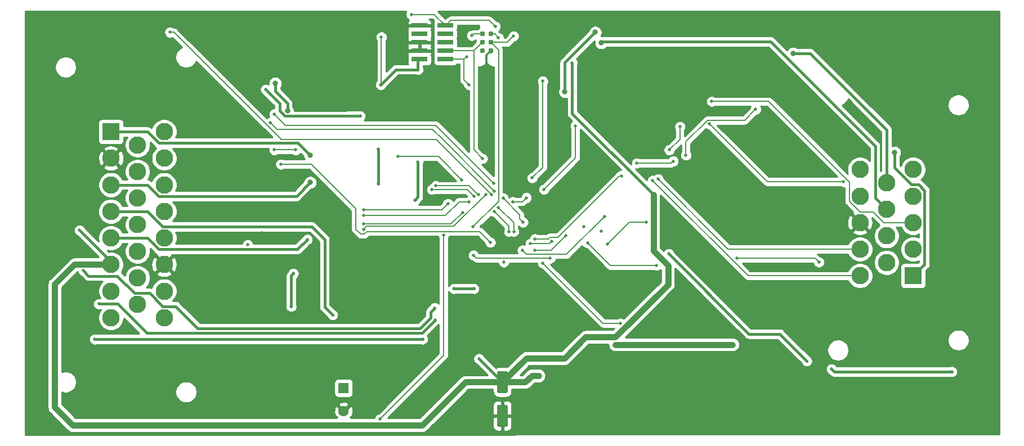
<source format=gbl>
G04 #@! TF.GenerationSoftware,KiCad,Pcbnew,5.1.10-1.fc34*
G04 #@! TF.CreationDate,2021-07-05T17:18:35-07:00*
G04 #@! TF.ProjectId,prius_gen2,70726975-735f-4676-956e-322e6b696361,rev?*
G04 #@! TF.SameCoordinates,Original*
G04 #@! TF.FileFunction,Copper,L2,Bot*
G04 #@! TF.FilePolarity,Positive*
%FSLAX46Y46*%
G04 Gerber Fmt 4.6, Leading zero omitted, Abs format (unit mm)*
G04 Created by KiCad (PCBNEW 5.1.10-1.fc34) date 2021-07-05 17:18:35*
%MOMM*%
%LPD*%
G01*
G04 APERTURE LIST*
G04 #@! TA.AperFunction,ComponentPad*
%ADD10C,2.625000*%
G04 #@! TD*
G04 #@! TA.AperFunction,ComponentPad*
%ADD11R,2.625000X2.625000*%
G04 #@! TD*
G04 #@! TA.AperFunction,ConnectorPad*
%ADD12C,0.787400*%
G04 #@! TD*
G04 #@! TA.AperFunction,SMDPad,CuDef*
%ADD13R,2.400000X0.740000*%
G04 #@! TD*
G04 #@! TA.AperFunction,ComponentPad*
%ADD14C,1.600000*%
G04 #@! TD*
G04 #@! TA.AperFunction,ComponentPad*
%ADD15R,1.600000X1.600000*%
G04 #@! TD*
G04 #@! TA.AperFunction,ViaPad*
%ADD16C,0.508000*%
G04 #@! TD*
G04 #@! TA.AperFunction,ViaPad*
%ADD17C,0.800000*%
G04 #@! TD*
G04 #@! TA.AperFunction,Conductor*
%ADD18C,0.304800*%
G04 #@! TD*
G04 #@! TA.AperFunction,Conductor*
%ADD19C,0.914400*%
G04 #@! TD*
G04 #@! TA.AperFunction,Conductor*
%ADD20C,0.406400*%
G04 #@! TD*
G04 #@! TA.AperFunction,Conductor*
%ADD21C,0.203200*%
G04 #@! TD*
G04 #@! TA.AperFunction,Conductor*
%ADD22C,0.254000*%
G04 #@! TD*
G04 #@! TA.AperFunction,Conductor*
%ADD23C,0.100000*%
G04 #@! TD*
G04 APERTURE END LIST*
D10*
X192978000Y-88848500D03*
X192978000Y-92848500D03*
X192978000Y-96848500D03*
X192978000Y-100848500D03*
X192978000Y-104848500D03*
X196978000Y-90848500D03*
X196978000Y-94848500D03*
X196978000Y-98848500D03*
X196978000Y-102848500D03*
X200978000Y-88848500D03*
X200978000Y-92848500D03*
X200978000Y-96848500D03*
X200978000Y-100848500D03*
D11*
X200978000Y-104848500D03*
D10*
X88328000Y-111155000D03*
X88328000Y-107155000D03*
X88328000Y-103155000D03*
X88328000Y-99155000D03*
X88328000Y-95155000D03*
X88328000Y-91155000D03*
X88328000Y-87155000D03*
X88328000Y-83155000D03*
X84328000Y-109155000D03*
X84328000Y-105155000D03*
X84328000Y-101155000D03*
X84328000Y-97155000D03*
X84328000Y-93155000D03*
X84328000Y-89155000D03*
X84328000Y-85155000D03*
X80328000Y-111155000D03*
X80328000Y-107155000D03*
X80328000Y-103155000D03*
X80328000Y-99155000D03*
X80328000Y-95155000D03*
X80328000Y-91155000D03*
X80328000Y-87155000D03*
D11*
X80328000Y-83155000D03*
D12*
X136165000Y-70999500D03*
X137435000Y-70999500D03*
X136165000Y-69729500D03*
X137435000Y-69729500D03*
X136165000Y-68459500D03*
X137435000Y-68459500D03*
D13*
X130635500Y-67189500D03*
X126735500Y-67189500D03*
X130635500Y-68459500D03*
X126735500Y-68459500D03*
X130635500Y-69729500D03*
X126735500Y-69729500D03*
X130635500Y-70999500D03*
X126735500Y-70999500D03*
X130635500Y-72269500D03*
X126735500Y-72269500D03*
D14*
X115318500Y-125245500D03*
D15*
X115318500Y-121745500D03*
G04 #@! TA.AperFunction,SMDPad,CuDef*
G36*
G01*
X138650000Y-124275000D02*
X139750000Y-124275000D01*
G75*
G02*
X140000000Y-124525000I0J-250000D01*
G01*
X140000000Y-127350000D01*
G75*
G02*
X139750000Y-127600000I-250000J0D01*
G01*
X138650000Y-127600000D01*
G75*
G02*
X138400000Y-127350000I0J250000D01*
G01*
X138400000Y-124525000D01*
G75*
G02*
X138650000Y-124275000I250000J0D01*
G01*
G37*
G04 #@! TD.AperFunction*
G04 #@! TA.AperFunction,SMDPad,CuDef*
G36*
G01*
X138650000Y-119200000D02*
X139750000Y-119200000D01*
G75*
G02*
X140000000Y-119450000I0J-250000D01*
G01*
X140000000Y-122275000D01*
G75*
G02*
X139750000Y-122525000I-250000J0D01*
G01*
X138650000Y-122525000D01*
G75*
G02*
X138400000Y-122275000I0J250000D01*
G01*
X138400000Y-119450000D01*
G75*
G02*
X138650000Y-119200000I250000J0D01*
G01*
G37*
G04 #@! TD.AperFunction*
D16*
X139400000Y-102800000D03*
X100900000Y-100200000D03*
X154100000Y-98100000D03*
X151400000Y-97500000D03*
X113200000Y-76112200D03*
X110900000Y-102800000D03*
X114100000Y-102700000D03*
X114300000Y-99300000D03*
X118500000Y-105400000D03*
X108500000Y-105300000D03*
X139000000Y-109100000D03*
X135400000Y-109500000D03*
X144000000Y-107900000D03*
X146500000Y-95100000D03*
X138900000Y-99700000D03*
X136000000Y-97400000D03*
X128400000Y-93300000D03*
X125300000Y-99800000D03*
X104600000Y-102200000D03*
X100800000Y-102200000D03*
X103000000Y-98400000D03*
X103500000Y-94700000D03*
X103800000Y-91300000D03*
X103400000Y-86600000D03*
X105900000Y-91300000D03*
X99800000Y-89900000D03*
X135900000Y-113300000D03*
X134400000Y-103900000D03*
X151600000Y-90600000D03*
X157000000Y-83700000D03*
X162700000Y-88900000D03*
X161900000Y-83300000D03*
X142400000Y-83500000D03*
X128400000Y-78000000D03*
X116700000Y-69900000D03*
X133200000Y-68700000D03*
X139800000Y-72600000D03*
X183600000Y-88800000D03*
X182400000Y-95600000D03*
X186500000Y-81200000D03*
X191900000Y-79600000D03*
X180400000Y-74700000D03*
X193500000Y-120400000D03*
X164200000Y-111800000D03*
X162900000Y-105400000D03*
X165900000Y-105700000D03*
X174400000Y-106300000D03*
X136900000Y-128200000D03*
X121700000Y-101900000D03*
X130100000Y-90500000D03*
X128200000Y-90500000D03*
X121300000Y-78500000D03*
X124800000Y-78200000D03*
X140400000Y-103500000D03*
X152000000Y-101500000D03*
X153800000Y-103400000D03*
X154300000Y-105800000D03*
X192000000Y-85900000D03*
X190400000Y-85900000D03*
X137000000Y-73098400D03*
D17*
X74200000Y-111300000D03*
X69700000Y-111500000D03*
X74200000Y-115000000D03*
X69800000Y-116000000D03*
X119300000Y-118600000D03*
X111500000Y-122300000D03*
X89800000Y-116800000D03*
X74600000Y-123300000D03*
X69200000Y-119700000D03*
X156200000Y-115200000D03*
X158200000Y-115200000D03*
X172000000Y-115200000D03*
X172900000Y-115200000D03*
X157200000Y-115200000D03*
X173800000Y-115200000D03*
D16*
X188700000Y-118900000D03*
X206800000Y-119300000D03*
X126500000Y-87700000D03*
X126500000Y-73800000D03*
X120900000Y-76100000D03*
X121000000Y-68900000D03*
X138600000Y-69000000D03*
X144100000Y-101000000D03*
X148700000Y-98800000D03*
X126000000Y-93500000D03*
X125500000Y-65500000D03*
X140883500Y-68783500D03*
X138130301Y-67340387D03*
X134800000Y-97500000D03*
X186800000Y-102800000D03*
X174500000Y-102200000D03*
X162400000Y-103300000D03*
X152000000Y-99900000D03*
X143400000Y-100000000D03*
X146600000Y-99700000D03*
X164300000Y-85900000D03*
X165899500Y-82400500D03*
X146400000Y-102200000D03*
X134854988Y-101754988D03*
X155000000Y-100100000D03*
X160800000Y-96800000D03*
D17*
X153162000Y-68199000D03*
X148590000Y-77152500D03*
X144627500Y-119877500D03*
X143000000Y-120500000D03*
X143627500Y-119877500D03*
D16*
X135668750Y-117331250D03*
X120500000Y-85800000D03*
X120500000Y-91000000D03*
X75600000Y-98000000D03*
X161900000Y-92600000D03*
X149700000Y-72800000D03*
X166800000Y-86700000D03*
X177300000Y-79800000D03*
X117800000Y-80800000D03*
X103600000Y-76800000D03*
X107442000Y-109474000D03*
X107759500Y-104521000D03*
X184975500Y-117665500D03*
X164211000Y-101536500D03*
X129200000Y-91300000D03*
X135600000Y-92600000D03*
X138600000Y-94600000D03*
X140900000Y-98200000D03*
X128592894Y-91855600D03*
X134966744Y-92916628D03*
X138000000Y-95200000D03*
X140191997Y-98200000D03*
X118300000Y-95800000D03*
X134200000Y-93700000D03*
X140800000Y-93700000D03*
X142800000Y-93100000D03*
X118300000Y-94900000D03*
X131001068Y-94000000D03*
X105866823Y-88066823D03*
X137400000Y-99800000D03*
X133100000Y-90400000D03*
X108100000Y-85900000D03*
X104900000Y-85900000D03*
X123500000Y-86900000D03*
X133200000Y-95300000D03*
X118300000Y-97000000D03*
X76200000Y-104100000D03*
X134900000Y-106800000D03*
X129000000Y-109700000D03*
X131900000Y-106800000D03*
X78500000Y-109100000D03*
X129100000Y-111500000D03*
X77900000Y-114400000D03*
X127200000Y-114400000D03*
D17*
X106870500Y-80010000D03*
X105029000Y-75882500D03*
D16*
X136200000Y-87200000D03*
X133800000Y-71900000D03*
X134600000Y-68700000D03*
X134200000Y-76100000D03*
X89200000Y-68200000D03*
X137557715Y-92652857D03*
X139300000Y-93144400D03*
X142300000Y-96800000D03*
X120777000Y-126428500D03*
X130365500Y-98742500D03*
X143683836Y-90116145D03*
X145270750Y-75570750D03*
D17*
X198183500Y-86296500D03*
D16*
X170700000Y-78600000D03*
X170300000Y-82000000D03*
X190500000Y-90700000D03*
X142200000Y-101000000D03*
X154600000Y-95900000D03*
X144100000Y-99300000D03*
X157100000Y-89800000D03*
X159400000Y-87900000D03*
X164900000Y-87600000D03*
X136700000Y-92600000D03*
X118300000Y-97900000D03*
X113665000Y-110744000D03*
X109855000Y-99377500D03*
D17*
X110299500Y-86741000D03*
X110299500Y-90805000D03*
D16*
X104900000Y-80500000D03*
X137900000Y-90900000D03*
X104300000Y-81800000D03*
X138000000Y-92100000D03*
X145446044Y-91846044D03*
X150177500Y-82277500D03*
X156908500Y-112014000D03*
X145285486Y-102970323D03*
X162600000Y-90300000D03*
X161800000Y-90500000D03*
D17*
X182943500Y-71374000D03*
X154051000Y-69786500D03*
D18*
X137435000Y-70999500D02*
X136800000Y-71634500D01*
X136800000Y-72898400D02*
X137000000Y-73098400D01*
X136800000Y-71634500D02*
X136800000Y-72898400D01*
D19*
X157200000Y-115200000D02*
X173800000Y-115200000D01*
X157200000Y-115200000D02*
X156200000Y-115200000D01*
D20*
X189100000Y-119300000D02*
X206800000Y-119300000D01*
X188700000Y-118900000D02*
X189100000Y-119300000D01*
X126500000Y-87700000D02*
X126500000Y-91100000D01*
X126500000Y-72505000D02*
X126735500Y-72269500D01*
X126500000Y-73800000D02*
X126500000Y-72505000D01*
X123200000Y-73800000D02*
X126500000Y-73800000D01*
D21*
X138059500Y-68459500D02*
X138600000Y-69000000D01*
X137435000Y-68459500D02*
X138059500Y-68459500D01*
X122300000Y-74700000D02*
X121750000Y-75250000D01*
D20*
X121750000Y-75250000D02*
X123200000Y-73800000D01*
X120900000Y-76100000D02*
X121750000Y-75250000D01*
D21*
X121000000Y-76000000D02*
X120900000Y-76100000D01*
X121000000Y-68900000D02*
X121000000Y-76000000D01*
X146500000Y-101000000D02*
X148700000Y-98800000D01*
X144100000Y-101000000D02*
X146500000Y-101000000D01*
D20*
X126500000Y-91100000D02*
X126500000Y-93000000D01*
X126500000Y-93000000D02*
X126000000Y-93500000D01*
D21*
X137182513Y-66392599D02*
X138130301Y-67340387D01*
X131432401Y-66392599D02*
X137182513Y-66392599D01*
X130635500Y-67189500D02*
X131432401Y-66392599D01*
X128946000Y-65500000D02*
X125500000Y-65500000D01*
X130635500Y-67189500D02*
X128946000Y-65500000D01*
X139937500Y-69729500D02*
X140883500Y-68783500D01*
X137435000Y-69729500D02*
X139937500Y-69729500D01*
X138612901Y-93687099D02*
X134800000Y-97500000D01*
X138612901Y-70907401D02*
X138612901Y-93687099D01*
X137435000Y-69729500D02*
X138612901Y-70907401D01*
X186200000Y-102200000D02*
X174500000Y-102200000D01*
X186800000Y-102800000D02*
X186200000Y-102200000D01*
X146300000Y-100000000D02*
X146600000Y-99700000D01*
X143400000Y-100000000D02*
X146300000Y-100000000D01*
X154800000Y-102700000D02*
X152000000Y-99900000D01*
X155400000Y-103300000D02*
X154800000Y-102700000D01*
X162400000Y-103300000D02*
X155400000Y-103300000D01*
X165899500Y-84300500D02*
X165899500Y-82400500D01*
X164300000Y-85900000D02*
X165899500Y-84300500D01*
X135300000Y-102200000D02*
X134854988Y-101754988D01*
X139400000Y-102200000D02*
X135300000Y-102200000D01*
X139100000Y-102200000D02*
X139400000Y-102200000D01*
X139400000Y-102200000D02*
X146400000Y-102200000D01*
X158300000Y-96800000D02*
X160800000Y-96800000D01*
X155000000Y-100100000D02*
X158300000Y-96800000D01*
D20*
X148590000Y-72771000D02*
X153162000Y-68199000D01*
X148590000Y-77152500D02*
X148590000Y-72771000D01*
D19*
X142642500Y-120862500D02*
X143627500Y-119877500D01*
X139200000Y-120862500D02*
X142642500Y-120862500D01*
X143627500Y-119877500D02*
X144627500Y-119877500D01*
D20*
X139200000Y-120862500D02*
X135668750Y-117331250D01*
X120500000Y-85800000D02*
X120500000Y-91000000D01*
D19*
X139200000Y-120862500D02*
X133637500Y-120862500D01*
X127160299Y-127339701D02*
X74539701Y-127339701D01*
X133637500Y-120862500D02*
X127160299Y-127339701D01*
X71870799Y-124670799D02*
X71870799Y-106129201D01*
X74539701Y-127339701D02*
X71870799Y-124670799D01*
X74845000Y-103155000D02*
X80328000Y-103155000D01*
X71870799Y-106129201D02*
X74845000Y-103155000D01*
D20*
X80328000Y-102728000D02*
X80328000Y-103155000D01*
X75600000Y-98000000D02*
X80328000Y-102728000D01*
X149700000Y-80400000D02*
X161900000Y-92600000D01*
X149700000Y-72800000D02*
X149700000Y-80400000D01*
D19*
X164100000Y-106171078D02*
X156185488Y-114085590D01*
X161900000Y-101100000D02*
X164100000Y-103300000D01*
X164100000Y-103300000D02*
X164100000Y-106171078D01*
X161900000Y-92600000D02*
X161900000Y-101100000D01*
X148518750Y-117281250D02*
X151714410Y-114085590D01*
X142781250Y-117281250D02*
X148518750Y-117281250D01*
X156185488Y-114085590D02*
X151714410Y-114085590D01*
X142781250Y-117281250D02*
X139200000Y-120862500D01*
D21*
X166800000Y-84677710D02*
X166800000Y-86700000D01*
X170033311Y-81444399D02*
X166800000Y-84677710D01*
X175655601Y-81444399D02*
X177300000Y-79800000D01*
X170033311Y-81444399D02*
X175655601Y-81444399D01*
D20*
X103600000Y-76800000D02*
X105700000Y-78900000D01*
X106484963Y-80813201D02*
X115886799Y-80813201D01*
X105700000Y-80028238D02*
X106484963Y-80813201D01*
X105700000Y-78900000D02*
X105700000Y-80028238D01*
X115900000Y-80800000D02*
X117800000Y-80800000D01*
X115886799Y-80813201D02*
X115900000Y-80800000D01*
X107442000Y-104838500D02*
X107759500Y-104521000D01*
X107442000Y-109474000D02*
X107442000Y-104838500D01*
X184975500Y-117665500D02*
X180911500Y-113601500D01*
X176276000Y-113601500D02*
X164211000Y-101536500D01*
X180911500Y-113601500D02*
X176276000Y-113601500D01*
D21*
X129200000Y-91300000D02*
X134200000Y-91300000D01*
X135500000Y-92600000D02*
X135600000Y-92600000D01*
X134200000Y-91300000D02*
X135500000Y-92600000D01*
X140900000Y-96900000D02*
X140900000Y-98200000D01*
X138600000Y-94600000D02*
X140900000Y-96900000D01*
X133905716Y-91855600D02*
X134966744Y-92916628D01*
X128592894Y-91855600D02*
X133905716Y-91855600D01*
X140191997Y-97391997D02*
X138000000Y-95200000D01*
X140191997Y-98200000D02*
X140191997Y-97391997D01*
X142200000Y-93700000D02*
X142800000Y-93100000D01*
X140800000Y-93700000D02*
X142200000Y-93700000D01*
X130600000Y-95800000D02*
X132700000Y-93700000D01*
X118300000Y-95800000D02*
X130600000Y-95800000D01*
X132700000Y-93700000D02*
X134200000Y-93700000D01*
X130101068Y-94900000D02*
X129200000Y-94900000D01*
X131001068Y-94000000D02*
X130101068Y-94900000D01*
X118300000Y-94900000D02*
X129200000Y-94900000D01*
X110466823Y-88066823D02*
X105866823Y-88066823D01*
X117150000Y-97850000D02*
X117150000Y-94750000D01*
X117900000Y-98600000D02*
X117150000Y-97850000D01*
X118422290Y-98600000D02*
X117900000Y-98600000D01*
X118835391Y-98186899D02*
X118422290Y-98600000D01*
X135786899Y-98186899D02*
X118835391Y-98186899D01*
X137400000Y-99800000D02*
X135786899Y-98186899D01*
X117150000Y-94750000D02*
X110466823Y-88066823D01*
X108100000Y-85900000D02*
X104900000Y-85900000D01*
X129600000Y-86900000D02*
X130200000Y-87500000D01*
X123500000Y-86900000D02*
X129600000Y-86900000D01*
X133100000Y-90400000D02*
X130200000Y-87500000D01*
X131500000Y-97000000D02*
X133200000Y-95300000D01*
X118300000Y-97000000D02*
X131500000Y-97000000D01*
D20*
X134900000Y-106800000D02*
X131900000Y-106800000D01*
X128400000Y-111200000D02*
X128400000Y-110300000D01*
X126800000Y-112800000D02*
X128400000Y-111200000D01*
X128400000Y-110300000D02*
X129000000Y-109700000D01*
X90039299Y-109439299D02*
X93400000Y-112800000D01*
X86139299Y-107439299D02*
X88139299Y-109439299D01*
X83839299Y-107439299D02*
X86139299Y-107439299D01*
X88139299Y-109439299D02*
X90039299Y-109439299D01*
X81270701Y-104870701D02*
X83839299Y-107439299D01*
X76970701Y-104870701D02*
X81270701Y-104870701D01*
X93400000Y-112800000D02*
X126800000Y-112800000D01*
X76200000Y-104100000D02*
X76970701Y-104870701D01*
X129100000Y-111500000D02*
X127100000Y-113500000D01*
X85700000Y-113500000D02*
X81300000Y-109100000D01*
X127100000Y-113500000D02*
X85700000Y-113500000D01*
X78500000Y-109100000D02*
X81300000Y-109100000D01*
X77900000Y-114400000D02*
X124100000Y-114400000D01*
X124100000Y-114400000D02*
X127200000Y-114400000D01*
X106870500Y-80010000D02*
X106870500Y-78930500D01*
X106870500Y-78930500D02*
X105029000Y-77089000D01*
X105029000Y-77089000D02*
X105029000Y-75882500D01*
D21*
X134895000Y-70999500D02*
X136165000Y-69729500D01*
X130635500Y-70999500D02*
X134895000Y-70999500D01*
X134895000Y-85895000D02*
X136200000Y-87200000D01*
X134895000Y-70999500D02*
X134895000Y-85895000D01*
X133430500Y-72269500D02*
X133800000Y-71900000D01*
X130635500Y-72269500D02*
X133430500Y-72269500D01*
X134840500Y-68459500D02*
X134600000Y-68700000D01*
X136165000Y-68459500D02*
X134840500Y-68459500D01*
X134200000Y-76100000D02*
X133430500Y-75330500D01*
X133430500Y-75330500D02*
X133430500Y-75169500D01*
X133430500Y-72269500D02*
X133430500Y-75169500D01*
X129270749Y-84365891D02*
X137557715Y-92652857D01*
X105965261Y-84365891D02*
X129270749Y-84365891D01*
X89799370Y-68200000D02*
X105965261Y-84365891D01*
X89200000Y-68200000D02*
X89799370Y-68200000D01*
X139300000Y-93144400D02*
X141800000Y-95644400D01*
X141800000Y-96300000D02*
X142300000Y-96800000D01*
X141800000Y-95644400D02*
X141800000Y-96300000D01*
X130365500Y-98742500D02*
X130365500Y-116840000D01*
X130365500Y-116840000D02*
X120777000Y-126428500D01*
X145270750Y-88529231D02*
X145270750Y-75570750D01*
X143683836Y-90116145D02*
X145270750Y-88529231D01*
D20*
X202693701Y-103132799D02*
X200978000Y-104848500D01*
X202693701Y-92024963D02*
X202693701Y-103132799D01*
X200723061Y-91132799D02*
X201801537Y-91132799D01*
X198183500Y-88593238D02*
X200723061Y-91132799D01*
X201801537Y-91132799D02*
X202693701Y-92024963D01*
X198183500Y-86296500D02*
X198183500Y-88593238D01*
D21*
X194975029Y-95234399D02*
X196589130Y-96848500D01*
X192975029Y-95234399D02*
X194975029Y-95234399D01*
X191363899Y-93623269D02*
X192975029Y-95234399D01*
X191363899Y-90741609D02*
X191363899Y-93623269D01*
X179222290Y-78600000D02*
X191363899Y-90741609D01*
X196589130Y-96848500D02*
X200978000Y-96848500D01*
X170700000Y-78600000D02*
X179222290Y-78600000D01*
X179000000Y-90700000D02*
X190500000Y-90700000D01*
X170300000Y-82000000D02*
X179000000Y-90700000D01*
X148855601Y-101644399D02*
X154600000Y-95900000D01*
X142844399Y-101644399D02*
X148855601Y-101644399D01*
X142200000Y-101000000D02*
X142844399Y-101644399D01*
X164600000Y-87900000D02*
X164900000Y-87600000D01*
X159400000Y-87900000D02*
X164600000Y-87900000D01*
X156800000Y-89800000D02*
X157100000Y-89800000D01*
X147553999Y-99046001D02*
X156800000Y-89800000D01*
X146100000Y-99300000D02*
X146353999Y-99046001D01*
X144100000Y-99300000D02*
X146100000Y-99300000D01*
X146353999Y-99046001D02*
X147553999Y-99046001D01*
X118796790Y-97403210D02*
X118300000Y-97900000D01*
X131896790Y-97403210D02*
X118796790Y-97403210D01*
X136700000Y-92600000D02*
X131896790Y-97403210D01*
D20*
X88073061Y-97439299D02*
X110139299Y-97439299D01*
X85788762Y-95155000D02*
X88073061Y-97439299D01*
X80328000Y-95155000D02*
X85788762Y-95155000D01*
X110139299Y-97439299D02*
X110520299Y-97439299D01*
X110520299Y-97439299D02*
X112458500Y-99377500D01*
X112458500Y-109537500D02*
X113665000Y-110744000D01*
X112458500Y-99377500D02*
X112458500Y-109537500D01*
X108361799Y-100870701D02*
X109855000Y-99377500D01*
X87504463Y-100870701D02*
X108361799Y-100870701D01*
X85788762Y-99155000D02*
X87504463Y-100870701D01*
X80328000Y-99155000D02*
X85788762Y-99155000D01*
X108429201Y-84870701D02*
X110299500Y-86741000D01*
X87504463Y-84870701D02*
X108429201Y-84870701D01*
X85788762Y-83155000D02*
X87504463Y-84870701D01*
X80328000Y-83155000D02*
X85788762Y-83155000D01*
X108233799Y-92870701D02*
X110299500Y-90805000D01*
X87504463Y-92870701D02*
X108233799Y-92870701D01*
X85788762Y-91155000D02*
X87504463Y-92870701D01*
X80328000Y-91155000D02*
X85788762Y-91155000D01*
D21*
X129200000Y-82200000D02*
X137900000Y-90900000D01*
X106600000Y-82200000D02*
X129200000Y-82200000D01*
X104900000Y-80500000D02*
X106600000Y-82200000D01*
X128700000Y-82800000D02*
X130100000Y-84200000D01*
X105300000Y-82800000D02*
X128700000Y-82800000D01*
X130100000Y-84200000D02*
X138000000Y-92100000D01*
X104300000Y-81800000D02*
X105300000Y-82800000D01*
X150177500Y-87114588D02*
X150177500Y-82277500D01*
X150177500Y-87114588D02*
X145446044Y-91846044D01*
X145300000Y-102984837D02*
X145285486Y-102970323D01*
X145300000Y-103000000D02*
X145300000Y-102984837D01*
X154314000Y-112014000D02*
X145300000Y-103000000D01*
X156908500Y-112014000D02*
X154314000Y-112014000D01*
X173148500Y-100848500D02*
X192978000Y-100848500D01*
X162600000Y-90300000D02*
X173148500Y-100848500D01*
X176148500Y-104848500D02*
X192978000Y-104848500D01*
X161800000Y-90500000D02*
X176148500Y-104848500D01*
D20*
X196978000Y-82871762D02*
X196978000Y-87629000D01*
X185480238Y-71374000D02*
X196978000Y-82871762D01*
X182943500Y-71374000D02*
X185480238Y-71374000D01*
X196978000Y-90848500D02*
X196978000Y-87629000D01*
X154241500Y-69596000D02*
X154051000Y-69786500D01*
X179548762Y-69596000D02*
X154241500Y-69596000D01*
X195262299Y-85309537D02*
X179548762Y-69596000D01*
X195262299Y-93132799D02*
X195262299Y-85309537D01*
X196978000Y-94848500D02*
X195262299Y-93132799D01*
D22*
X213906500Y-128729103D02*
X67435500Y-128751898D01*
X67435500Y-88513128D01*
X79149477Y-88513128D01*
X79282919Y-88809496D01*
X79625776Y-88981590D01*
X79995620Y-89083490D01*
X80378236Y-89111279D01*
X80758921Y-89063889D01*
X81123048Y-88943142D01*
X81373081Y-88809496D01*
X81506523Y-88513128D01*
X80328000Y-87334605D01*
X79149477Y-88513128D01*
X67435500Y-88513128D01*
X67435500Y-87205236D01*
X78371721Y-87205236D01*
X78419111Y-87585921D01*
X78539858Y-87950048D01*
X78673504Y-88200081D01*
X78969872Y-88333523D01*
X80148395Y-87155000D01*
X80507605Y-87155000D01*
X81686128Y-88333523D01*
X81982496Y-88200081D01*
X82154590Y-87857224D01*
X82256490Y-87487380D01*
X82284279Y-87104764D01*
X82236889Y-86724079D01*
X82116142Y-86359952D01*
X81982496Y-86109919D01*
X81686128Y-85976477D01*
X80507605Y-87155000D01*
X80148395Y-87155000D01*
X78969872Y-85976477D01*
X78673504Y-86109919D01*
X78501410Y-86452776D01*
X78399510Y-86822620D01*
X78371721Y-87205236D01*
X67435500Y-87205236D01*
X67435500Y-85796872D01*
X79149477Y-85796872D01*
X80328000Y-86975395D01*
X81506523Y-85796872D01*
X81373081Y-85500504D01*
X81030224Y-85328410D01*
X80660380Y-85226510D01*
X80277764Y-85198721D01*
X79897079Y-85246111D01*
X79532952Y-85366858D01*
X79282919Y-85500504D01*
X79149477Y-85796872D01*
X67435500Y-85796872D01*
X67435500Y-73293967D01*
X71893000Y-73293967D01*
X71893000Y-73616033D01*
X71955832Y-73931912D01*
X72079082Y-74229463D01*
X72258013Y-74497252D01*
X72485748Y-74724987D01*
X72753537Y-74903918D01*
X73051088Y-75027168D01*
X73366967Y-75090000D01*
X73689033Y-75090000D01*
X74004912Y-75027168D01*
X74302463Y-74903918D01*
X74570252Y-74724987D01*
X74797987Y-74497252D01*
X74976918Y-74229463D01*
X75100168Y-73931912D01*
X75163000Y-73616033D01*
X75163000Y-73293967D01*
X75100168Y-72978088D01*
X74976918Y-72680537D01*
X74797987Y-72412748D01*
X74570252Y-72185013D01*
X74302463Y-72006082D01*
X74004912Y-71882832D01*
X73689033Y-71820000D01*
X73366967Y-71820000D01*
X73051088Y-71882832D01*
X72753537Y-72006082D01*
X72485748Y-72185013D01*
X72258013Y-72412748D01*
X72079082Y-72680537D01*
X71955832Y-72978088D01*
X71893000Y-73293967D01*
X67435500Y-73293967D01*
X67435500Y-65071897D01*
X124722816Y-65062982D01*
X124712179Y-65078901D01*
X124645164Y-65240688D01*
X124611000Y-65412441D01*
X124611000Y-65587559D01*
X124645164Y-65759312D01*
X124712179Y-65921099D01*
X124809469Y-66066704D01*
X124933296Y-66190531D01*
X125078901Y-66287821D01*
X125147682Y-66316311D01*
X125084315Y-66368315D01*
X125004963Y-66465006D01*
X124945998Y-66575320D01*
X124909688Y-66695018D01*
X124897428Y-66819500D01*
X124900500Y-66903750D01*
X125059250Y-67062500D01*
X126608500Y-67062500D01*
X126608500Y-67042500D01*
X126862500Y-67042500D01*
X126862500Y-67062500D01*
X128411750Y-67062500D01*
X128570500Y-66903750D01*
X128573572Y-66819500D01*
X128561312Y-66695018D01*
X128525002Y-66575320D01*
X128466037Y-66465006D01*
X128386685Y-66368315D01*
X128289994Y-66288963D01*
X128192031Y-66236600D01*
X128640891Y-66236600D01*
X128892539Y-66488249D01*
X128845998Y-66575320D01*
X128809688Y-66695018D01*
X128797428Y-66819500D01*
X128797428Y-67559500D01*
X128809688Y-67683982D01*
X128845998Y-67803680D01*
X128857127Y-67824500D01*
X128845998Y-67845320D01*
X128809688Y-67965018D01*
X128797428Y-68089500D01*
X128797428Y-68829500D01*
X128809688Y-68953982D01*
X128845998Y-69073680D01*
X128857127Y-69094500D01*
X128845998Y-69115320D01*
X128809688Y-69235018D01*
X128797428Y-69359500D01*
X128797428Y-70099500D01*
X128809688Y-70223982D01*
X128845998Y-70343680D01*
X128857127Y-70364500D01*
X128845998Y-70385320D01*
X128809688Y-70505018D01*
X128797428Y-70629500D01*
X128797428Y-71369500D01*
X128809688Y-71493982D01*
X128845998Y-71613680D01*
X128857127Y-71634500D01*
X128845998Y-71655320D01*
X128809688Y-71775018D01*
X128797428Y-71899500D01*
X128797428Y-72639500D01*
X128809688Y-72763982D01*
X128845998Y-72883680D01*
X128904963Y-72993994D01*
X128984315Y-73090685D01*
X129081006Y-73170037D01*
X129191320Y-73229002D01*
X129311018Y-73265312D01*
X129435500Y-73277572D01*
X131835500Y-73277572D01*
X131959982Y-73265312D01*
X132079680Y-73229002D01*
X132189994Y-73170037D01*
X132286685Y-73090685D01*
X132356102Y-73006100D01*
X132693900Y-73006100D01*
X132693901Y-75133304D01*
X132693900Y-75133314D01*
X132693900Y-75294317D01*
X132690336Y-75330500D01*
X132693900Y-75366683D01*
X132693900Y-75366685D01*
X132704558Y-75474898D01*
X132746678Y-75613748D01*
X132772048Y-75661212D01*
X132815076Y-75741712D01*
X132876661Y-75816753D01*
X132907125Y-75853874D01*
X132935232Y-75876941D01*
X133327177Y-76268886D01*
X133345164Y-76359312D01*
X133412179Y-76521099D01*
X133509469Y-76666704D01*
X133633296Y-76790531D01*
X133778901Y-76887821D01*
X133940688Y-76954836D01*
X134112441Y-76989000D01*
X134158400Y-76989000D01*
X134158401Y-85858807D01*
X134154836Y-85895000D01*
X134163953Y-85987559D01*
X134169059Y-86039399D01*
X134170576Y-86044399D01*
X134207356Y-86165646D01*
X129746446Y-81704737D01*
X129723375Y-81676625D01*
X129611213Y-81584576D01*
X129483249Y-81516178D01*
X129344399Y-81474058D01*
X129236186Y-81463400D01*
X129236183Y-81463400D01*
X129200000Y-81459836D01*
X129163817Y-81463400D01*
X118393835Y-81463400D01*
X118490531Y-81366704D01*
X118587821Y-81221099D01*
X118654836Y-81059312D01*
X118689000Y-80887559D01*
X118689000Y-80712441D01*
X118654836Y-80540688D01*
X118587821Y-80378901D01*
X118490531Y-80233296D01*
X118366704Y-80109469D01*
X118221099Y-80012179D01*
X118059312Y-79945164D01*
X117887559Y-79911000D01*
X117712441Y-79911000D01*
X117540688Y-79945164D01*
X117500526Y-79961800D01*
X115941162Y-79961800D01*
X115899999Y-79957746D01*
X115858837Y-79961800D01*
X115858830Y-79961800D01*
X115735684Y-79973929D01*
X115732150Y-79975001D01*
X107905500Y-79975001D01*
X107905500Y-79908061D01*
X107865726Y-79708102D01*
X107787705Y-79519744D01*
X107708700Y-79401504D01*
X107708700Y-78971659D01*
X107712754Y-78930499D01*
X107708700Y-78889339D01*
X107708700Y-78889330D01*
X107696571Y-78766184D01*
X107648642Y-78608183D01*
X107570809Y-78462568D01*
X107538306Y-78422963D01*
X107492308Y-78366914D01*
X107492306Y-78366912D01*
X107466064Y-78334936D01*
X107434088Y-78308694D01*
X105867200Y-76741807D01*
X105867200Y-76490996D01*
X105946205Y-76372756D01*
X106024226Y-76184398D01*
X106058430Y-76012441D01*
X120011000Y-76012441D01*
X120011000Y-76187559D01*
X120045164Y-76359312D01*
X120112179Y-76521099D01*
X120209469Y-76666704D01*
X120333296Y-76790531D01*
X120478901Y-76887821D01*
X120640688Y-76954836D01*
X120812441Y-76989000D01*
X120987559Y-76989000D01*
X121159312Y-76954836D01*
X121321099Y-76887821D01*
X121466704Y-76790531D01*
X121590531Y-76666704D01*
X121687821Y-76521099D01*
X121704457Y-76480936D01*
X122371808Y-75813585D01*
X123547194Y-74638200D01*
X126200526Y-74638200D01*
X126240688Y-74654836D01*
X126412441Y-74689000D01*
X126587559Y-74689000D01*
X126759312Y-74654836D01*
X126921099Y-74587821D01*
X127066704Y-74490531D01*
X127190531Y-74366704D01*
X127287821Y-74221099D01*
X127354836Y-74059312D01*
X127389000Y-73887559D01*
X127389000Y-73712441D01*
X127354836Y-73540688D01*
X127338200Y-73500526D01*
X127338200Y-73277572D01*
X127935500Y-73277572D01*
X128059982Y-73265312D01*
X128179680Y-73229002D01*
X128289994Y-73170037D01*
X128386685Y-73090685D01*
X128466037Y-72993994D01*
X128525002Y-72883680D01*
X128561312Y-72763982D01*
X128573572Y-72639500D01*
X128573572Y-71899500D01*
X128561312Y-71775018D01*
X128525002Y-71655320D01*
X128513873Y-71634500D01*
X128525002Y-71613680D01*
X128561312Y-71493982D01*
X128573572Y-71369500D01*
X128570500Y-71285250D01*
X128411750Y-71126500D01*
X126862500Y-71126500D01*
X126862500Y-71146500D01*
X126608500Y-71146500D01*
X126608500Y-71126500D01*
X125059250Y-71126500D01*
X124900500Y-71285250D01*
X124897428Y-71369500D01*
X124909688Y-71493982D01*
X124945998Y-71613680D01*
X124957127Y-71634500D01*
X124945998Y-71655320D01*
X124909688Y-71775018D01*
X124897428Y-71899500D01*
X124897428Y-72639500D01*
X124909688Y-72763982D01*
X124945998Y-72883680D01*
X124987755Y-72961800D01*
X123241163Y-72961800D01*
X123200000Y-72957746D01*
X123158837Y-72961800D01*
X123158830Y-72961800D01*
X123035684Y-72973929D01*
X122877683Y-73021858D01*
X122732068Y-73099691D01*
X122604436Y-73204436D01*
X122578194Y-73236413D01*
X121736600Y-74078007D01*
X121736600Y-70099500D01*
X124897428Y-70099500D01*
X124909688Y-70223982D01*
X124945998Y-70343680D01*
X124957127Y-70364500D01*
X124945998Y-70385320D01*
X124909688Y-70505018D01*
X124897428Y-70629500D01*
X124900500Y-70713750D01*
X125059250Y-70872500D01*
X126608500Y-70872500D01*
X126608500Y-69856500D01*
X126862500Y-69856500D01*
X126862500Y-70872500D01*
X128411750Y-70872500D01*
X128570500Y-70713750D01*
X128573572Y-70629500D01*
X128561312Y-70505018D01*
X128525002Y-70385320D01*
X128513873Y-70364500D01*
X128525002Y-70343680D01*
X128561312Y-70223982D01*
X128573572Y-70099500D01*
X128570500Y-70015250D01*
X128411750Y-69856500D01*
X126862500Y-69856500D01*
X126608500Y-69856500D01*
X125059250Y-69856500D01*
X124900500Y-70015250D01*
X124897428Y-70099500D01*
X121736600Y-70099500D01*
X121736600Y-69397757D01*
X121787821Y-69321099D01*
X121854836Y-69159312D01*
X121889000Y-68987559D01*
X121889000Y-68812441D01*
X121854836Y-68640688D01*
X121787821Y-68478901D01*
X121690531Y-68333296D01*
X121566704Y-68209469D01*
X121421099Y-68112179D01*
X121259312Y-68045164D01*
X121087559Y-68011000D01*
X120912441Y-68011000D01*
X120740688Y-68045164D01*
X120578901Y-68112179D01*
X120433296Y-68209469D01*
X120309469Y-68333296D01*
X120212179Y-68478901D01*
X120145164Y-68640688D01*
X120111000Y-68812441D01*
X120111000Y-68987559D01*
X120145164Y-69159312D01*
X120212179Y-69321099D01*
X120263400Y-69397757D01*
X120263401Y-75479364D01*
X120209469Y-75533296D01*
X120112179Y-75678901D01*
X120045164Y-75840688D01*
X120011000Y-76012441D01*
X106058430Y-76012441D01*
X106064000Y-75984439D01*
X106064000Y-75780561D01*
X106024226Y-75580602D01*
X105946205Y-75392244D01*
X105832937Y-75222726D01*
X105688774Y-75078563D01*
X105519256Y-74965295D01*
X105330898Y-74887274D01*
X105130939Y-74847500D01*
X104927061Y-74847500D01*
X104727102Y-74887274D01*
X104538744Y-74965295D01*
X104369226Y-75078563D01*
X104225063Y-75222726D01*
X104111795Y-75392244D01*
X104033774Y-75580602D01*
X103994000Y-75780561D01*
X103994000Y-75984439D01*
X103997580Y-76002437D01*
X103859312Y-75945164D01*
X103687559Y-75911000D01*
X103512441Y-75911000D01*
X103340688Y-75945164D01*
X103178901Y-76012179D01*
X103033296Y-76109469D01*
X102909469Y-76233296D01*
X102812179Y-76378901D01*
X102745164Y-76540688D01*
X102711000Y-76712441D01*
X102711000Y-76887559D01*
X102745164Y-77059312D01*
X102812179Y-77221099D01*
X102909469Y-77366704D01*
X103033296Y-77490531D01*
X103178901Y-77587821D01*
X103219064Y-77604457D01*
X104861800Y-79247194D01*
X104861801Y-79611000D01*
X104812441Y-79611000D01*
X104640688Y-79645164D01*
X104478901Y-79712179D01*
X104333296Y-79809469D01*
X104209469Y-79933296D01*
X104112179Y-80078901D01*
X104045164Y-80240688D01*
X104011000Y-80412441D01*
X104011000Y-80587559D01*
X104045164Y-80759312D01*
X104112179Y-80921099D01*
X104117985Y-80929789D01*
X104040688Y-80945164D01*
X103878901Y-81012179D01*
X103743638Y-81102558D01*
X90345816Y-67704737D01*
X90322745Y-67676625D01*
X90210583Y-67584576D01*
X90163669Y-67559500D01*
X124897428Y-67559500D01*
X124909688Y-67683982D01*
X124945998Y-67803680D01*
X124957127Y-67824500D01*
X124945998Y-67845320D01*
X124909688Y-67965018D01*
X124897428Y-68089500D01*
X124897428Y-68829500D01*
X124909688Y-68953982D01*
X124945998Y-69073680D01*
X124957127Y-69094500D01*
X124945998Y-69115320D01*
X124909688Y-69235018D01*
X124897428Y-69359500D01*
X124900500Y-69443750D01*
X125059250Y-69602500D01*
X126608500Y-69602500D01*
X126608500Y-69582500D01*
X126862500Y-69582500D01*
X126862500Y-69602500D01*
X128411750Y-69602500D01*
X128570500Y-69443750D01*
X128573572Y-69359500D01*
X128561312Y-69235018D01*
X128525002Y-69115320D01*
X128513873Y-69094500D01*
X128525002Y-69073680D01*
X128561312Y-68953982D01*
X128573572Y-68829500D01*
X128573572Y-68089500D01*
X128561312Y-67965018D01*
X128525002Y-67845320D01*
X128513873Y-67824500D01*
X128525002Y-67803680D01*
X128561312Y-67683982D01*
X128573572Y-67559500D01*
X128570500Y-67475250D01*
X128411750Y-67316500D01*
X126862500Y-67316500D01*
X126862500Y-67336500D01*
X126608500Y-67336500D01*
X126608500Y-67316500D01*
X125059250Y-67316500D01*
X124900500Y-67475250D01*
X124897428Y-67559500D01*
X90163669Y-67559500D01*
X90082619Y-67516178D01*
X89943769Y-67474058D01*
X89835556Y-67463400D01*
X89835553Y-67463400D01*
X89799370Y-67459836D01*
X89763187Y-67463400D01*
X89697757Y-67463400D01*
X89621099Y-67412179D01*
X89459312Y-67345164D01*
X89287559Y-67311000D01*
X89112441Y-67311000D01*
X88940688Y-67345164D01*
X88778901Y-67412179D01*
X88633296Y-67509469D01*
X88509469Y-67633296D01*
X88412179Y-67778901D01*
X88345164Y-67940688D01*
X88311000Y-68112441D01*
X88311000Y-68287559D01*
X88345164Y-68459312D01*
X88412179Y-68621099D01*
X88509469Y-68766704D01*
X88633296Y-68890531D01*
X88778901Y-68987821D01*
X88940688Y-69054836D01*
X89112441Y-69089000D01*
X89287559Y-69089000D01*
X89459312Y-69054836D01*
X89567630Y-69009969D01*
X91002175Y-70444514D01*
X90853537Y-70506082D01*
X90585748Y-70685013D01*
X90358013Y-70912748D01*
X90179082Y-71180537D01*
X90055832Y-71478088D01*
X89993000Y-71793967D01*
X89993000Y-72116033D01*
X90055832Y-72431912D01*
X90179082Y-72729463D01*
X90358013Y-72997252D01*
X90585748Y-73224987D01*
X90853537Y-73403918D01*
X91151088Y-73527168D01*
X91466967Y-73590000D01*
X91789033Y-73590000D01*
X92104912Y-73527168D01*
X92402463Y-73403918D01*
X92670252Y-73224987D01*
X92897987Y-72997252D01*
X93076918Y-72729463D01*
X93138486Y-72580825D01*
X104590161Y-84032501D01*
X90072486Y-84032501D01*
X90200659Y-83723065D01*
X90275500Y-83346812D01*
X90275500Y-82963188D01*
X90200659Y-82586935D01*
X90053852Y-82232513D01*
X89840722Y-81913541D01*
X89569459Y-81642278D01*
X89250487Y-81429148D01*
X88896065Y-81282341D01*
X88519812Y-81207500D01*
X88136188Y-81207500D01*
X87759935Y-81282341D01*
X87405513Y-81429148D01*
X87086541Y-81642278D01*
X86815278Y-81913541D01*
X86602148Y-82232513D01*
X86455341Y-82586935D01*
X86447170Y-82628015D01*
X86410573Y-82591418D01*
X86384326Y-82559436D01*
X86256694Y-82454691D01*
X86111079Y-82376858D01*
X85953078Y-82328929D01*
X85829932Y-82316800D01*
X85829925Y-82316800D01*
X85788762Y-82312746D01*
X85747599Y-82316800D01*
X82278572Y-82316800D01*
X82278572Y-81842500D01*
X82266312Y-81718018D01*
X82230002Y-81598320D01*
X82171037Y-81488006D01*
X82091685Y-81391315D01*
X81994994Y-81311963D01*
X81884680Y-81252998D01*
X81764982Y-81216688D01*
X81640500Y-81204428D01*
X79015500Y-81204428D01*
X78891018Y-81216688D01*
X78771320Y-81252998D01*
X78661006Y-81311963D01*
X78564315Y-81391315D01*
X78484963Y-81488006D01*
X78425998Y-81598320D01*
X78389688Y-81718018D01*
X78377428Y-81842500D01*
X78377428Y-84467500D01*
X78389688Y-84591982D01*
X78425998Y-84711680D01*
X78484963Y-84821994D01*
X78564315Y-84918685D01*
X78661006Y-84998037D01*
X78771320Y-85057002D01*
X78891018Y-85093312D01*
X79015500Y-85105572D01*
X81640500Y-85105572D01*
X81764982Y-85093312D01*
X81884680Y-85057002D01*
X81994994Y-84998037D01*
X82091685Y-84918685D01*
X82171037Y-84821994D01*
X82230002Y-84711680D01*
X82266312Y-84591982D01*
X82278572Y-84467500D01*
X82278572Y-83993200D01*
X82762052Y-83993200D01*
X82602148Y-84232513D01*
X82455341Y-84586935D01*
X82380500Y-84963188D01*
X82380500Y-85346812D01*
X82455341Y-85723065D01*
X82602148Y-86077487D01*
X82815278Y-86396459D01*
X83086541Y-86667722D01*
X83405513Y-86880852D01*
X83759935Y-87027659D01*
X84136188Y-87102500D01*
X84519812Y-87102500D01*
X84896065Y-87027659D01*
X85250487Y-86880852D01*
X85569459Y-86667722D01*
X85840722Y-86396459D01*
X86053852Y-86077487D01*
X86200659Y-85723065D01*
X86275500Y-85346812D01*
X86275500Y-84963188D01*
X86241717Y-84793349D01*
X86882654Y-85434286D01*
X86908899Y-85466265D01*
X86940875Y-85492507D01*
X86940877Y-85492509D01*
X87036531Y-85571010D01*
X87123572Y-85617535D01*
X87086541Y-85642278D01*
X86815278Y-85913541D01*
X86602148Y-86232513D01*
X86455341Y-86586935D01*
X86380500Y-86963188D01*
X86380500Y-87346812D01*
X86455341Y-87723065D01*
X86602148Y-88077487D01*
X86815278Y-88396459D01*
X87086541Y-88667722D01*
X87405513Y-88880852D01*
X87759935Y-89027659D01*
X88136188Y-89102500D01*
X88519812Y-89102500D01*
X88896065Y-89027659D01*
X89250487Y-88880852D01*
X89569459Y-88667722D01*
X89840722Y-88396459D01*
X90053852Y-88077487D01*
X90200659Y-87723065D01*
X90275500Y-87346812D01*
X90275500Y-86963188D01*
X90200659Y-86586935D01*
X90053852Y-86232513D01*
X89840722Y-85913541D01*
X89636082Y-85708901D01*
X104031596Y-85708901D01*
X104011000Y-85812441D01*
X104011000Y-85987559D01*
X104045164Y-86159312D01*
X104112179Y-86321099D01*
X104209469Y-86466704D01*
X104333296Y-86590531D01*
X104478901Y-86687821D01*
X104640688Y-86754836D01*
X104812441Y-86789000D01*
X104987559Y-86789000D01*
X105159312Y-86754836D01*
X105321099Y-86687821D01*
X105397757Y-86636600D01*
X107602243Y-86636600D01*
X107678901Y-86687821D01*
X107840688Y-86754836D01*
X108012441Y-86789000D01*
X108187559Y-86789000D01*
X108359312Y-86754836D01*
X108521099Y-86687821D01*
X108666704Y-86590531D01*
X108790531Y-86466704D01*
X108810270Y-86437163D01*
X109276531Y-86903425D01*
X109304274Y-87042898D01*
X109382295Y-87231256D01*
X109448422Y-87330223D01*
X106364580Y-87330223D01*
X106287922Y-87279002D01*
X106126135Y-87211987D01*
X105954382Y-87177823D01*
X105779264Y-87177823D01*
X105607511Y-87211987D01*
X105445724Y-87279002D01*
X105300119Y-87376292D01*
X105176292Y-87500119D01*
X105079002Y-87645724D01*
X105011987Y-87807511D01*
X104977823Y-87979264D01*
X104977823Y-88154382D01*
X105011987Y-88326135D01*
X105079002Y-88487922D01*
X105176292Y-88633527D01*
X105300119Y-88757354D01*
X105445724Y-88854644D01*
X105607511Y-88921659D01*
X105779264Y-88955823D01*
X105954382Y-88955823D01*
X106126135Y-88921659D01*
X106287922Y-88854644D01*
X106364580Y-88803423D01*
X110161714Y-88803423D01*
X116413401Y-95055111D01*
X116413400Y-97813817D01*
X116409836Y-97850000D01*
X116413400Y-97886183D01*
X116413400Y-97886185D01*
X116424058Y-97994398D01*
X116466178Y-98133248D01*
X116534576Y-98261212D01*
X116626625Y-98373374D01*
X116654732Y-98396441D01*
X117353559Y-99095269D01*
X117376625Y-99123375D01*
X117404731Y-99146441D01*
X117404732Y-99146442D01*
X117446228Y-99180497D01*
X117488787Y-99215424D01*
X117616751Y-99283822D01*
X117755601Y-99325942D01*
X117863814Y-99336600D01*
X117863823Y-99336600D01*
X117899999Y-99340163D01*
X117936175Y-99336600D01*
X118386107Y-99336600D01*
X118422290Y-99340164D01*
X118458473Y-99336600D01*
X118458476Y-99336600D01*
X118566689Y-99325942D01*
X118705539Y-99283822D01*
X118833503Y-99215424D01*
X118945665Y-99123375D01*
X118968736Y-99095263D01*
X119140500Y-98923499D01*
X129495086Y-98923499D01*
X129510664Y-99001812D01*
X129577679Y-99163599D01*
X129628900Y-99240257D01*
X129628901Y-109071666D01*
X129566704Y-109009469D01*
X129421099Y-108912179D01*
X129259312Y-108845164D01*
X129087559Y-108811000D01*
X128912441Y-108811000D01*
X128740688Y-108845164D01*
X128578901Y-108912179D01*
X128433296Y-109009469D01*
X128309469Y-109133296D01*
X128212179Y-109278901D01*
X128195543Y-109319063D01*
X127836413Y-109678194D01*
X127804437Y-109704436D01*
X127778195Y-109736412D01*
X127778192Y-109736415D01*
X127699691Y-109832069D01*
X127621858Y-109977684D01*
X127573929Y-110135685D01*
X127570125Y-110174309D01*
X127561800Y-110258830D01*
X127561800Y-110258837D01*
X127557746Y-110300000D01*
X127561800Y-110341163D01*
X127561800Y-110852806D01*
X126452807Y-111961800D01*
X93747194Y-111961800D01*
X91171835Y-109386441D01*
X106553000Y-109386441D01*
X106553000Y-109561559D01*
X106587164Y-109733312D01*
X106654179Y-109895099D01*
X106751469Y-110040704D01*
X106875296Y-110164531D01*
X107020901Y-110261821D01*
X107182688Y-110328836D01*
X107354441Y-110363000D01*
X107529559Y-110363000D01*
X107701312Y-110328836D01*
X107863099Y-110261821D01*
X108008704Y-110164531D01*
X108132531Y-110040704D01*
X108229821Y-109895099D01*
X108296836Y-109733312D01*
X108331000Y-109561559D01*
X108331000Y-109386441D01*
X108296836Y-109214688D01*
X108280200Y-109174526D01*
X108280200Y-105242270D01*
X108326204Y-105211531D01*
X108450031Y-105087704D01*
X108547321Y-104942099D01*
X108614336Y-104780312D01*
X108648500Y-104608559D01*
X108648500Y-104433441D01*
X108614336Y-104261688D01*
X108547321Y-104099901D01*
X108450031Y-103954296D01*
X108326204Y-103830469D01*
X108180599Y-103733179D01*
X108018812Y-103666164D01*
X107847059Y-103632000D01*
X107671941Y-103632000D01*
X107500188Y-103666164D01*
X107338401Y-103733179D01*
X107192796Y-103830469D01*
X107068969Y-103954296D01*
X106971679Y-104099901D01*
X106955043Y-104140064D01*
X106878413Y-104216694D01*
X106846437Y-104242936D01*
X106820195Y-104274912D01*
X106820192Y-104274915D01*
X106741691Y-104370569D01*
X106663858Y-104516184D01*
X106615929Y-104674185D01*
X106599746Y-104838500D01*
X106603801Y-104879672D01*
X106603800Y-109174525D01*
X106587164Y-109214688D01*
X106553000Y-109386441D01*
X91171835Y-109386441D01*
X90661110Y-108875717D01*
X90634863Y-108843735D01*
X90507231Y-108738990D01*
X90361616Y-108661157D01*
X90203615Y-108613228D01*
X90080469Y-108601099D01*
X90080462Y-108601099D01*
X90039299Y-108597045D01*
X89998136Y-108601099D01*
X89636082Y-108601099D01*
X89840722Y-108396459D01*
X90053852Y-108077487D01*
X90200659Y-107723065D01*
X90275500Y-107346812D01*
X90275500Y-106963188D01*
X90200659Y-106586935D01*
X90053852Y-106232513D01*
X89840722Y-105913541D01*
X89569459Y-105642278D01*
X89250487Y-105429148D01*
X88896065Y-105282341D01*
X88519812Y-105207500D01*
X88136188Y-105207500D01*
X87759935Y-105282341D01*
X87405513Y-105429148D01*
X87086541Y-105642278D01*
X86815278Y-105913541D01*
X86602148Y-106232513D01*
X86455341Y-106586935D01*
X86441775Y-106655138D01*
X86303615Y-106613228D01*
X86180469Y-106601099D01*
X86180462Y-106601099D01*
X86139299Y-106597045D01*
X86098136Y-106601099D01*
X85636082Y-106601099D01*
X85840722Y-106396459D01*
X86053852Y-106077487D01*
X86200659Y-105723065D01*
X86275500Y-105346812D01*
X86275500Y-104963188D01*
X86200659Y-104586935D01*
X86170088Y-104513128D01*
X87149477Y-104513128D01*
X87282919Y-104809496D01*
X87625776Y-104981590D01*
X87995620Y-105083490D01*
X88378236Y-105111279D01*
X88758921Y-105063889D01*
X89123048Y-104943142D01*
X89373081Y-104809496D01*
X89506523Y-104513128D01*
X88328000Y-103334605D01*
X87149477Y-104513128D01*
X86170088Y-104513128D01*
X86053852Y-104232513D01*
X85840722Y-103913541D01*
X85569459Y-103642278D01*
X85250487Y-103429148D01*
X84896065Y-103282341D01*
X84519812Y-103207500D01*
X84136188Y-103207500D01*
X83759935Y-103282341D01*
X83405513Y-103429148D01*
X83086541Y-103642278D01*
X82815278Y-103913541D01*
X82602148Y-104232513D01*
X82455341Y-104586935D01*
X82408386Y-104822993D01*
X81897251Y-104311858D01*
X82053852Y-104077487D01*
X82200659Y-103723065D01*
X82275500Y-103346812D01*
X82275500Y-103205236D01*
X86371721Y-103205236D01*
X86419111Y-103585921D01*
X86539858Y-103950048D01*
X86673504Y-104200081D01*
X86969872Y-104333523D01*
X88148395Y-103155000D01*
X88507605Y-103155000D01*
X89686128Y-104333523D01*
X89982496Y-104200081D01*
X90154590Y-103857224D01*
X90256490Y-103487380D01*
X90284279Y-103104764D01*
X90236889Y-102724079D01*
X90116142Y-102359952D01*
X89982496Y-102109919D01*
X89686128Y-101976477D01*
X88507605Y-103155000D01*
X88148395Y-103155000D01*
X86969872Y-101976477D01*
X86673504Y-102109919D01*
X86501410Y-102452776D01*
X86399510Y-102822620D01*
X86371721Y-103205236D01*
X82275500Y-103205236D01*
X82275500Y-102963188D01*
X82200659Y-102586935D01*
X82053852Y-102232513D01*
X81840722Y-101913541D01*
X81569459Y-101642278D01*
X81250487Y-101429148D01*
X80896065Y-101282341D01*
X80519812Y-101207500D01*
X80136188Y-101207500D01*
X80016668Y-101231274D01*
X79826242Y-101040848D01*
X80136188Y-101102500D01*
X80519812Y-101102500D01*
X80896065Y-101027659D01*
X81250487Y-100880852D01*
X81569459Y-100667722D01*
X81840722Y-100396459D01*
X82053852Y-100077487D01*
X82088765Y-99993200D01*
X82762052Y-99993200D01*
X82602148Y-100232513D01*
X82455341Y-100586935D01*
X82380500Y-100963188D01*
X82380500Y-101346812D01*
X82455341Y-101723065D01*
X82602148Y-102077487D01*
X82815278Y-102396459D01*
X83086541Y-102667722D01*
X83405513Y-102880852D01*
X83759935Y-103027659D01*
X84136188Y-103102500D01*
X84519812Y-103102500D01*
X84896065Y-103027659D01*
X85250487Y-102880852D01*
X85569459Y-102667722D01*
X85840722Y-102396459D01*
X86053852Y-102077487D01*
X86200659Y-101723065D01*
X86275500Y-101346812D01*
X86275500Y-100963188D01*
X86241717Y-100793349D01*
X86882657Y-101434289D01*
X86908899Y-101466265D01*
X86940875Y-101492507D01*
X86940877Y-101492509D01*
X86994480Y-101536500D01*
X87036531Y-101571010D01*
X87182146Y-101648843D01*
X87212045Y-101657913D01*
X87149477Y-101796872D01*
X88328000Y-102975395D01*
X89506523Y-101796872D01*
X89466913Y-101708901D01*
X108320636Y-101708901D01*
X108361799Y-101712955D01*
X108402962Y-101708901D01*
X108402969Y-101708901D01*
X108526115Y-101696772D01*
X108684116Y-101648843D01*
X108829731Y-101571010D01*
X108957363Y-101466265D01*
X108983610Y-101434283D01*
X110235937Y-100181957D01*
X110276099Y-100165321D01*
X110421704Y-100068031D01*
X110545531Y-99944204D01*
X110642821Y-99798599D01*
X110709836Y-99636812D01*
X110744000Y-99465059D01*
X110744000Y-99289941D01*
X110709836Y-99118188D01*
X110642821Y-98956401D01*
X110545531Y-98810796D01*
X110421704Y-98686969D01*
X110276099Y-98589679D01*
X110114312Y-98522664D01*
X109942559Y-98488500D01*
X109767441Y-98488500D01*
X109595688Y-98522664D01*
X109433901Y-98589679D01*
X109288296Y-98686969D01*
X109164469Y-98810796D01*
X109067179Y-98956401D01*
X109050543Y-98996563D01*
X108014606Y-100032501D01*
X101773099Y-100032501D01*
X101754836Y-99940688D01*
X101687821Y-99778901D01*
X101590531Y-99633296D01*
X101466704Y-99509469D01*
X101321099Y-99412179D01*
X101159312Y-99345164D01*
X100987559Y-99311000D01*
X100812441Y-99311000D01*
X100640688Y-99345164D01*
X100478901Y-99412179D01*
X100333296Y-99509469D01*
X100209469Y-99633296D01*
X100112179Y-99778901D01*
X100045164Y-99940688D01*
X100026901Y-100032501D01*
X90072486Y-100032501D01*
X90200659Y-99723065D01*
X90275500Y-99346812D01*
X90275500Y-98963188D01*
X90200659Y-98586935D01*
X90072486Y-98277499D01*
X110173106Y-98277499D01*
X111620300Y-99724694D01*
X111620301Y-109496327D01*
X111616246Y-109537500D01*
X111632429Y-109701815D01*
X111680358Y-109859816D01*
X111758191Y-110005431D01*
X111810824Y-110069564D01*
X111862937Y-110133064D01*
X111894913Y-110159306D01*
X112860543Y-111124937D01*
X112877179Y-111165099D01*
X112974469Y-111310704D01*
X113098296Y-111434531D01*
X113243901Y-111531821D01*
X113405688Y-111598836D01*
X113577441Y-111633000D01*
X113752559Y-111633000D01*
X113924312Y-111598836D01*
X114086099Y-111531821D01*
X114231704Y-111434531D01*
X114355531Y-111310704D01*
X114452821Y-111165099D01*
X114519836Y-111003312D01*
X114554000Y-110831559D01*
X114554000Y-110656441D01*
X114519836Y-110484688D01*
X114452821Y-110322901D01*
X114355531Y-110177296D01*
X114231704Y-110053469D01*
X114086099Y-109956179D01*
X114045937Y-109939543D01*
X113296700Y-109190307D01*
X113296700Y-99418662D01*
X113300754Y-99377499D01*
X113296700Y-99336336D01*
X113296700Y-99336330D01*
X113284571Y-99213184D01*
X113236642Y-99055183D01*
X113158809Y-98909568D01*
X113141755Y-98888788D01*
X113080308Y-98813914D01*
X113080306Y-98813912D01*
X113054064Y-98781936D01*
X113022089Y-98755695D01*
X111142110Y-96875717D01*
X111115863Y-96843735D01*
X110988231Y-96738990D01*
X110842616Y-96661157D01*
X110684615Y-96613228D01*
X110561469Y-96601099D01*
X110561462Y-96601099D01*
X110520299Y-96597045D01*
X110479136Y-96601099D01*
X89636082Y-96601099D01*
X89840722Y-96396459D01*
X90053852Y-96077487D01*
X90200659Y-95723065D01*
X90275500Y-95346812D01*
X90275500Y-94963188D01*
X90200659Y-94586935D01*
X90053852Y-94232513D01*
X89840722Y-93913541D01*
X89636082Y-93708901D01*
X108192636Y-93708901D01*
X108233799Y-93712955D01*
X108274962Y-93708901D01*
X108274969Y-93708901D01*
X108398115Y-93696772D01*
X108556116Y-93648843D01*
X108701731Y-93571010D01*
X108829363Y-93466265D01*
X108855610Y-93434283D01*
X110461925Y-91827969D01*
X110601398Y-91800226D01*
X110789756Y-91722205D01*
X110959274Y-91608937D01*
X111103437Y-91464774D01*
X111216705Y-91295256D01*
X111294726Y-91106898D01*
X111334500Y-90906939D01*
X111334500Y-90703061D01*
X111294726Y-90503102D01*
X111216705Y-90314744D01*
X111103437Y-90145226D01*
X110959274Y-90001063D01*
X110789756Y-89887795D01*
X110601398Y-89809774D01*
X110401439Y-89770000D01*
X110197561Y-89770000D01*
X109997602Y-89809774D01*
X109809244Y-89887795D01*
X109639726Y-90001063D01*
X109495563Y-90145226D01*
X109382295Y-90314744D01*
X109304274Y-90503102D01*
X109276531Y-90642575D01*
X107886606Y-92032501D01*
X90072486Y-92032501D01*
X90200659Y-91723065D01*
X90275500Y-91346812D01*
X90275500Y-90963188D01*
X90200659Y-90586935D01*
X90053852Y-90232513D01*
X89840722Y-89913541D01*
X89569459Y-89642278D01*
X89250487Y-89429148D01*
X88896065Y-89282341D01*
X88519812Y-89207500D01*
X88136188Y-89207500D01*
X87759935Y-89282341D01*
X87405513Y-89429148D01*
X87086541Y-89642278D01*
X86815278Y-89913541D01*
X86602148Y-90232513D01*
X86455341Y-90586935D01*
X86447170Y-90628015D01*
X86410573Y-90591418D01*
X86384326Y-90559436D01*
X86256694Y-90454691D01*
X86111079Y-90376858D01*
X85953078Y-90328929D01*
X85889996Y-90322716D01*
X86053852Y-90077487D01*
X86200659Y-89723065D01*
X86275500Y-89346812D01*
X86275500Y-88963188D01*
X86200659Y-88586935D01*
X86053852Y-88232513D01*
X85840722Y-87913541D01*
X85569459Y-87642278D01*
X85250487Y-87429148D01*
X84896065Y-87282341D01*
X84519812Y-87207500D01*
X84136188Y-87207500D01*
X83759935Y-87282341D01*
X83405513Y-87429148D01*
X83086541Y-87642278D01*
X82815278Y-87913541D01*
X82602148Y-88232513D01*
X82455341Y-88586935D01*
X82380500Y-88963188D01*
X82380500Y-89346812D01*
X82455341Y-89723065D01*
X82602148Y-90077487D01*
X82762052Y-90316800D01*
X82088765Y-90316800D01*
X82053852Y-90232513D01*
X81840722Y-89913541D01*
X81569459Y-89642278D01*
X81250487Y-89429148D01*
X80896065Y-89282341D01*
X80519812Y-89207500D01*
X80136188Y-89207500D01*
X79759935Y-89282341D01*
X79405513Y-89429148D01*
X79086541Y-89642278D01*
X78815278Y-89913541D01*
X78602148Y-90232513D01*
X78455341Y-90586935D01*
X78380500Y-90963188D01*
X78380500Y-91346812D01*
X78455341Y-91723065D01*
X78602148Y-92077487D01*
X78815278Y-92396459D01*
X79086541Y-92667722D01*
X79405513Y-92880852D01*
X79759935Y-93027659D01*
X80136188Y-93102500D01*
X80519812Y-93102500D01*
X80896065Y-93027659D01*
X81250487Y-92880852D01*
X81569459Y-92667722D01*
X81840722Y-92396459D01*
X82053852Y-92077487D01*
X82088765Y-91993200D01*
X82762052Y-91993200D01*
X82602148Y-92232513D01*
X82455341Y-92586935D01*
X82380500Y-92963188D01*
X82380500Y-93346812D01*
X82455341Y-93723065D01*
X82602148Y-94077487D01*
X82762052Y-94316800D01*
X82088765Y-94316800D01*
X82053852Y-94232513D01*
X81840722Y-93913541D01*
X81569459Y-93642278D01*
X81250487Y-93429148D01*
X80896065Y-93282341D01*
X80519812Y-93207500D01*
X80136188Y-93207500D01*
X79759935Y-93282341D01*
X79405513Y-93429148D01*
X79086541Y-93642278D01*
X78815278Y-93913541D01*
X78602148Y-94232513D01*
X78455341Y-94586935D01*
X78380500Y-94963188D01*
X78380500Y-95346812D01*
X78455341Y-95723065D01*
X78602148Y-96077487D01*
X78815278Y-96396459D01*
X79086541Y-96667722D01*
X79405513Y-96880852D01*
X79759935Y-97027659D01*
X80136188Y-97102500D01*
X80519812Y-97102500D01*
X80896065Y-97027659D01*
X81250487Y-96880852D01*
X81569459Y-96667722D01*
X81840722Y-96396459D01*
X82053852Y-96077487D01*
X82088765Y-95993200D01*
X82762052Y-95993200D01*
X82602148Y-96232513D01*
X82455341Y-96586935D01*
X82380500Y-96963188D01*
X82380500Y-97346812D01*
X82455341Y-97723065D01*
X82602148Y-98077487D01*
X82762052Y-98316800D01*
X82088765Y-98316800D01*
X82053852Y-98232513D01*
X81840722Y-97913541D01*
X81569459Y-97642278D01*
X81250487Y-97429148D01*
X80896065Y-97282341D01*
X80519812Y-97207500D01*
X80136188Y-97207500D01*
X79759935Y-97282341D01*
X79405513Y-97429148D01*
X79086541Y-97642278D01*
X78815278Y-97913541D01*
X78602148Y-98232513D01*
X78455341Y-98586935D01*
X78380500Y-98963188D01*
X78380500Y-99346812D01*
X78442152Y-99656758D01*
X76404457Y-97619064D01*
X76387821Y-97578901D01*
X76290531Y-97433296D01*
X76166704Y-97309469D01*
X76021099Y-97212179D01*
X75859312Y-97145164D01*
X75687559Y-97111000D01*
X75512441Y-97111000D01*
X75340688Y-97145164D01*
X75178901Y-97212179D01*
X75033296Y-97309469D01*
X74909469Y-97433296D01*
X74812179Y-97578901D01*
X74745164Y-97740688D01*
X74711000Y-97912441D01*
X74711000Y-98087559D01*
X74745164Y-98259312D01*
X74812179Y-98421099D01*
X74909469Y-98566704D01*
X75033296Y-98690531D01*
X75178901Y-98787821D01*
X75219064Y-98804457D01*
X78477406Y-102062800D01*
X74898638Y-102062800D01*
X74844999Y-102057517D01*
X74791360Y-102062800D01*
X74791351Y-102062800D01*
X74630891Y-102078604D01*
X74425011Y-102141057D01*
X74235271Y-102242475D01*
X74232593Y-102244673D01*
X74130790Y-102328221D01*
X74068962Y-102378962D01*
X74034765Y-102420631D01*
X71136431Y-105318966D01*
X71094762Y-105353163D01*
X71060565Y-105394832D01*
X71060562Y-105394835D01*
X71042729Y-105416565D01*
X70958275Y-105519472D01*
X70928893Y-105574442D01*
X70856856Y-105709213D01*
X70794403Y-105915092D01*
X70773316Y-106129201D01*
X70778600Y-106182853D01*
X70778599Y-124617157D01*
X70773316Y-124670799D01*
X70778599Y-124724440D01*
X70778599Y-124724447D01*
X70794403Y-124884907D01*
X70856856Y-125090787D01*
X70958274Y-125280528D01*
X71094761Y-125446837D01*
X71136436Y-125481039D01*
X73729466Y-128074070D01*
X73763663Y-128115739D01*
X73929972Y-128252226D01*
X74119712Y-128353644D01*
X74325592Y-128416097D01*
X74486052Y-128431901D01*
X74486061Y-128431901D01*
X74539700Y-128437184D01*
X74593339Y-128431901D01*
X127106658Y-128431901D01*
X127160299Y-128437184D01*
X127213940Y-128431901D01*
X127213948Y-128431901D01*
X127374408Y-128416097D01*
X127580288Y-128353644D01*
X127770028Y-128252226D01*
X127936337Y-128115739D01*
X127970539Y-128074064D01*
X128444603Y-127600000D01*
X137761928Y-127600000D01*
X137774188Y-127724482D01*
X137810498Y-127844180D01*
X137869463Y-127954494D01*
X137948815Y-128051185D01*
X138045506Y-128130537D01*
X138155820Y-128189502D01*
X138275518Y-128225812D01*
X138400000Y-128238072D01*
X138914250Y-128235000D01*
X139073000Y-128076250D01*
X139073000Y-126064500D01*
X139327000Y-126064500D01*
X139327000Y-128076250D01*
X139485750Y-128235000D01*
X140000000Y-128238072D01*
X140124482Y-128225812D01*
X140244180Y-128189502D01*
X140354494Y-128130537D01*
X140451185Y-128051185D01*
X140530537Y-127954494D01*
X140589502Y-127844180D01*
X140625812Y-127724482D01*
X140638072Y-127600000D01*
X140635000Y-126223250D01*
X140476250Y-126064500D01*
X139327000Y-126064500D01*
X139073000Y-126064500D01*
X137923750Y-126064500D01*
X137765000Y-126223250D01*
X137761928Y-127600000D01*
X128444603Y-127600000D01*
X131769603Y-124275000D01*
X137761928Y-124275000D01*
X137765000Y-125651750D01*
X137923750Y-125810500D01*
X139073000Y-125810500D01*
X139073000Y-123798750D01*
X139327000Y-123798750D01*
X139327000Y-125810500D01*
X140476250Y-125810500D01*
X140635000Y-125651750D01*
X140638072Y-124275000D01*
X140625812Y-124150518D01*
X140589502Y-124030820D01*
X140530537Y-123920506D01*
X140451185Y-123823815D01*
X140354494Y-123744463D01*
X140244180Y-123685498D01*
X140124482Y-123649188D01*
X140000000Y-123636928D01*
X139485750Y-123640000D01*
X139327000Y-123798750D01*
X139073000Y-123798750D01*
X138914250Y-123640000D01*
X138400000Y-123636928D01*
X138275518Y-123649188D01*
X138155820Y-123685498D01*
X138045506Y-123744463D01*
X137948815Y-123823815D01*
X137869463Y-123920506D01*
X137810498Y-124030820D01*
X137774188Y-124150518D01*
X137761928Y-124275000D01*
X131769603Y-124275000D01*
X134089904Y-121954700D01*
X137761928Y-121954700D01*
X137761928Y-122275000D01*
X137778992Y-122448254D01*
X137829528Y-122614850D01*
X137911595Y-122768386D01*
X138022038Y-122902962D01*
X138156614Y-123013405D01*
X138310150Y-123095472D01*
X138476746Y-123146008D01*
X138650000Y-123163072D01*
X139750000Y-123163072D01*
X139923254Y-123146008D01*
X140089850Y-123095472D01*
X140243386Y-123013405D01*
X140377962Y-122902962D01*
X140488405Y-122768386D01*
X140570472Y-122614850D01*
X140621008Y-122448254D01*
X140638072Y-122275000D01*
X140638072Y-121954700D01*
X142588859Y-121954700D01*
X142642500Y-121959983D01*
X142696141Y-121954700D01*
X142696149Y-121954700D01*
X142856609Y-121938896D01*
X143062489Y-121876443D01*
X143252229Y-121775025D01*
X143418538Y-121638538D01*
X143452740Y-121596864D01*
X144079904Y-120969700D01*
X144681149Y-120969700D01*
X144841609Y-120953896D01*
X145047489Y-120891443D01*
X145237229Y-120790025D01*
X145403538Y-120653538D01*
X145540025Y-120487229D01*
X145641443Y-120297489D01*
X145703896Y-120091609D01*
X145724984Y-119877500D01*
X145703896Y-119663391D01*
X145641443Y-119457511D01*
X145540025Y-119267771D01*
X145403538Y-119101462D01*
X145237229Y-118964975D01*
X145047489Y-118863557D01*
X144878983Y-118812441D01*
X187811000Y-118812441D01*
X187811000Y-118987559D01*
X187845164Y-119159312D01*
X187912179Y-119321099D01*
X188009469Y-119466704D01*
X188133296Y-119590531D01*
X188278901Y-119687821D01*
X188319064Y-119704457D01*
X188478189Y-119863582D01*
X188504436Y-119895564D01*
X188632068Y-120000309D01*
X188777683Y-120078142D01*
X188935684Y-120126071D01*
X189058830Y-120138200D01*
X189058839Y-120138200D01*
X189099999Y-120142254D01*
X189141159Y-120138200D01*
X206500526Y-120138200D01*
X206540688Y-120154836D01*
X206712441Y-120189000D01*
X206887559Y-120189000D01*
X207059312Y-120154836D01*
X207221099Y-120087821D01*
X207366704Y-119990531D01*
X207490531Y-119866704D01*
X207587821Y-119721099D01*
X207654836Y-119559312D01*
X207689000Y-119387559D01*
X207689000Y-119212441D01*
X207654836Y-119040688D01*
X207587821Y-118878901D01*
X207490531Y-118733296D01*
X207366704Y-118609469D01*
X207221099Y-118512179D01*
X207059312Y-118445164D01*
X206887559Y-118411000D01*
X206712441Y-118411000D01*
X206540688Y-118445164D01*
X206500526Y-118461800D01*
X189476394Y-118461800D01*
X189390531Y-118333296D01*
X189266704Y-118209469D01*
X189121099Y-118112179D01*
X188959312Y-118045164D01*
X188787559Y-118011000D01*
X188612441Y-118011000D01*
X188440688Y-118045164D01*
X188278901Y-118112179D01*
X188133296Y-118209469D01*
X188009469Y-118333296D01*
X187912179Y-118478901D01*
X187845164Y-118640688D01*
X187811000Y-118812441D01*
X144878983Y-118812441D01*
X144841609Y-118801104D01*
X144681149Y-118785300D01*
X143681138Y-118785300D01*
X143627499Y-118780017D01*
X143573860Y-118785300D01*
X143573851Y-118785300D01*
X143413391Y-118801104D01*
X143207511Y-118863557D01*
X143017771Y-118964975D01*
X142972184Y-119002388D01*
X142896726Y-119064315D01*
X142851462Y-119101462D01*
X142817264Y-119143132D01*
X142190097Y-119770300D01*
X141836804Y-119770300D01*
X143233654Y-118373450D01*
X148465109Y-118373450D01*
X148518750Y-118378733D01*
X148572391Y-118373450D01*
X148572399Y-118373450D01*
X148732859Y-118357646D01*
X148938739Y-118295193D01*
X149128479Y-118193775D01*
X149294788Y-118057288D01*
X149328990Y-118015613D01*
X152166814Y-115177790D01*
X155104704Y-115177790D01*
X155102516Y-115200000D01*
X155123604Y-115414109D01*
X155186057Y-115619989D01*
X155287475Y-115809729D01*
X155423962Y-115976038D01*
X155590271Y-116112525D01*
X155780011Y-116213943D01*
X155985891Y-116276396D01*
X156146351Y-116292200D01*
X173853649Y-116292200D01*
X174014109Y-116276396D01*
X174219989Y-116213943D01*
X174409729Y-116112525D01*
X174576038Y-115976038D01*
X174712525Y-115809729D01*
X174813943Y-115619989D01*
X174876396Y-115414109D01*
X174897484Y-115200000D01*
X174876396Y-114985891D01*
X174813943Y-114780011D01*
X174712525Y-114590271D01*
X174576038Y-114423962D01*
X174409729Y-114287475D01*
X174219989Y-114186057D01*
X174014109Y-114123604D01*
X173853649Y-114107800D01*
X157707881Y-114107800D01*
X164834369Y-106981313D01*
X164876038Y-106947116D01*
X164924916Y-106887559D01*
X165012524Y-106780808D01*
X165028723Y-106750502D01*
X165113943Y-106591067D01*
X165176396Y-106385187D01*
X165192200Y-106224727D01*
X165192200Y-106224718D01*
X165197483Y-106171079D01*
X165192200Y-106117440D01*
X165192200Y-103703093D01*
X175654191Y-114165085D01*
X175680436Y-114197064D01*
X175712412Y-114223306D01*
X175712414Y-114223308D01*
X175779230Y-114278142D01*
X175808068Y-114301809D01*
X175953683Y-114379642D01*
X176111684Y-114427571D01*
X176234830Y-114439700D01*
X176234837Y-114439700D01*
X176276000Y-114443754D01*
X176317163Y-114439700D01*
X180564307Y-114439700D01*
X184171043Y-118046437D01*
X184187679Y-118086599D01*
X184284969Y-118232204D01*
X184408796Y-118356031D01*
X184554401Y-118453321D01*
X184716188Y-118520336D01*
X184887941Y-118554500D01*
X185063059Y-118554500D01*
X185234812Y-118520336D01*
X185396599Y-118453321D01*
X185542204Y-118356031D01*
X185666031Y-118232204D01*
X185763321Y-118086599D01*
X185830336Y-117924812D01*
X185864500Y-117753059D01*
X185864500Y-117577941D01*
X185830336Y-117406188D01*
X185763321Y-117244401D01*
X185666031Y-117098796D01*
X185542204Y-116974969D01*
X185396599Y-116877679D01*
X185356437Y-116861043D01*
X184382861Y-115887467D01*
X188043000Y-115887467D01*
X188043000Y-116209533D01*
X188105832Y-116525412D01*
X188229082Y-116822963D01*
X188408013Y-117090752D01*
X188635748Y-117318487D01*
X188903537Y-117497418D01*
X189201088Y-117620668D01*
X189516967Y-117683500D01*
X189839033Y-117683500D01*
X190154912Y-117620668D01*
X190452463Y-117497418D01*
X190720252Y-117318487D01*
X190947987Y-117090752D01*
X191126918Y-116822963D01*
X191250168Y-116525412D01*
X191313000Y-116209533D01*
X191313000Y-115887467D01*
X191250168Y-115571588D01*
X191126918Y-115274037D01*
X190947987Y-115006248D01*
X190720252Y-114778513D01*
X190452463Y-114599582D01*
X190154912Y-114476332D01*
X189839033Y-114413500D01*
X189516967Y-114413500D01*
X189201088Y-114476332D01*
X188903537Y-114599582D01*
X188635748Y-114778513D01*
X188408013Y-115006248D01*
X188229082Y-115274037D01*
X188105832Y-115571588D01*
X188043000Y-115887467D01*
X184382861Y-115887467D01*
X182882861Y-114387467D01*
X206143000Y-114387467D01*
X206143000Y-114709533D01*
X206205832Y-115025412D01*
X206329082Y-115322963D01*
X206508013Y-115590752D01*
X206735748Y-115818487D01*
X207003537Y-115997418D01*
X207301088Y-116120668D01*
X207616967Y-116183500D01*
X207939033Y-116183500D01*
X208254912Y-116120668D01*
X208552463Y-115997418D01*
X208820252Y-115818487D01*
X209047987Y-115590752D01*
X209226918Y-115322963D01*
X209350168Y-115025412D01*
X209413000Y-114709533D01*
X209413000Y-114387467D01*
X209350168Y-114071588D01*
X209226918Y-113774037D01*
X209047987Y-113506248D01*
X208820252Y-113278513D01*
X208552463Y-113099582D01*
X208254912Y-112976332D01*
X207939033Y-112913500D01*
X207616967Y-112913500D01*
X207301088Y-112976332D01*
X207003537Y-113099582D01*
X206735748Y-113278513D01*
X206508013Y-113506248D01*
X206329082Y-113774037D01*
X206205832Y-114071588D01*
X206143000Y-114387467D01*
X182882861Y-114387467D01*
X181533311Y-113037918D01*
X181507064Y-113005936D01*
X181379432Y-112901191D01*
X181233817Y-112823358D01*
X181075816Y-112775429D01*
X180952670Y-112763300D01*
X180952663Y-112763300D01*
X180911500Y-112759246D01*
X180870337Y-112763300D01*
X176623194Y-112763300D01*
X165015457Y-101155564D01*
X164998821Y-101115401D01*
X164901531Y-100969796D01*
X164777704Y-100845969D01*
X164632099Y-100748679D01*
X164470312Y-100681664D01*
X164298559Y-100647500D01*
X164123441Y-100647500D01*
X163951688Y-100681664D01*
X163789901Y-100748679D01*
X163644296Y-100845969D01*
X163520469Y-100969796D01*
X163437929Y-101093326D01*
X162992200Y-100647597D01*
X162992200Y-92733909D01*
X175602059Y-105343769D01*
X175625125Y-105371875D01*
X175653231Y-105394941D01*
X175653232Y-105394942D01*
X175671580Y-105410000D01*
X175737287Y-105463924D01*
X175865251Y-105532322D01*
X176004101Y-105574442D01*
X176112314Y-105585100D01*
X176112323Y-105585100D01*
X176148499Y-105588663D01*
X176184675Y-105585100D01*
X191175151Y-105585100D01*
X191252148Y-105770987D01*
X191465278Y-106089959D01*
X191736541Y-106361222D01*
X192055513Y-106574352D01*
X192409935Y-106721159D01*
X192786188Y-106796000D01*
X193169812Y-106796000D01*
X193546065Y-106721159D01*
X193900487Y-106574352D01*
X194219459Y-106361222D01*
X194490722Y-106089959D01*
X194703852Y-105770987D01*
X194850659Y-105416565D01*
X194925500Y-105040312D01*
X194925500Y-104656688D01*
X194850659Y-104280435D01*
X194703852Y-103926013D01*
X194490722Y-103607041D01*
X194219459Y-103335778D01*
X193900487Y-103122648D01*
X193546065Y-102975841D01*
X193169812Y-102901000D01*
X192786188Y-102901000D01*
X192409935Y-102975841D01*
X192055513Y-103122648D01*
X191736541Y-103335778D01*
X191465278Y-103607041D01*
X191252148Y-103926013D01*
X191175151Y-104111900D01*
X176453610Y-104111900D01*
X175278310Y-102936600D01*
X185894891Y-102936600D01*
X185927177Y-102968887D01*
X185945164Y-103059312D01*
X186012179Y-103221099D01*
X186109469Y-103366704D01*
X186233296Y-103490531D01*
X186378901Y-103587821D01*
X186540688Y-103654836D01*
X186712441Y-103689000D01*
X186887559Y-103689000D01*
X187059312Y-103654836D01*
X187221099Y-103587821D01*
X187366704Y-103490531D01*
X187490531Y-103366704D01*
X187587821Y-103221099D01*
X187654836Y-103059312D01*
X187689000Y-102887559D01*
X187689000Y-102712441D01*
X187654836Y-102540688D01*
X187587821Y-102378901D01*
X187490531Y-102233296D01*
X187366704Y-102109469D01*
X187221099Y-102012179D01*
X187059312Y-101945164D01*
X186968887Y-101927177D01*
X186746445Y-101704736D01*
X186723375Y-101676625D01*
X186611851Y-101585100D01*
X191175151Y-101585100D01*
X191252148Y-101770987D01*
X191465278Y-102089959D01*
X191736541Y-102361222D01*
X192055513Y-102574352D01*
X192409935Y-102721159D01*
X192786188Y-102796000D01*
X193169812Y-102796000D01*
X193546065Y-102721159D01*
X193701711Y-102656688D01*
X195030500Y-102656688D01*
X195030500Y-103040312D01*
X195105341Y-103416565D01*
X195252148Y-103770987D01*
X195465278Y-104089959D01*
X195736541Y-104361222D01*
X196055513Y-104574352D01*
X196409935Y-104721159D01*
X196786188Y-104796000D01*
X197169812Y-104796000D01*
X197546065Y-104721159D01*
X197900487Y-104574352D01*
X198219459Y-104361222D01*
X198490722Y-104089959D01*
X198703852Y-103770987D01*
X198850659Y-103416565D01*
X198925500Y-103040312D01*
X198925500Y-102656688D01*
X198850659Y-102280435D01*
X198703852Y-101926013D01*
X198490722Y-101607041D01*
X198219459Y-101335778D01*
X197900487Y-101122648D01*
X197546065Y-100975841D01*
X197169812Y-100901000D01*
X196786188Y-100901000D01*
X196409935Y-100975841D01*
X196055513Y-101122648D01*
X195736541Y-101335778D01*
X195465278Y-101607041D01*
X195252148Y-101926013D01*
X195105341Y-102280435D01*
X195030500Y-102656688D01*
X193701711Y-102656688D01*
X193900487Y-102574352D01*
X194219459Y-102361222D01*
X194490722Y-102089959D01*
X194703852Y-101770987D01*
X194850659Y-101416565D01*
X194925500Y-101040312D01*
X194925500Y-100656688D01*
X194850659Y-100280435D01*
X194703852Y-99926013D01*
X194490722Y-99607041D01*
X194219459Y-99335778D01*
X193900487Y-99122648D01*
X193546065Y-98975841D01*
X193169812Y-98901000D01*
X192786188Y-98901000D01*
X192409935Y-98975841D01*
X192055513Y-99122648D01*
X191736541Y-99335778D01*
X191465278Y-99607041D01*
X191252148Y-99926013D01*
X191175151Y-100111900D01*
X173453610Y-100111900D01*
X171548338Y-98206628D01*
X191799477Y-98206628D01*
X191932919Y-98502996D01*
X192275776Y-98675090D01*
X192645620Y-98776990D01*
X193028236Y-98804779D01*
X193408921Y-98757389D01*
X193773048Y-98636642D01*
X194023081Y-98502996D01*
X194156523Y-98206628D01*
X192978000Y-97028105D01*
X191799477Y-98206628D01*
X171548338Y-98206628D01*
X170240446Y-96898736D01*
X191021721Y-96898736D01*
X191069111Y-97279421D01*
X191189858Y-97643548D01*
X191323504Y-97893581D01*
X191619872Y-98027023D01*
X192798395Y-96848500D01*
X191619872Y-95669977D01*
X191323504Y-95803419D01*
X191151410Y-96146276D01*
X191049510Y-96516120D01*
X191021721Y-96898736D01*
X170240446Y-96898736D01*
X163472823Y-90131114D01*
X163454836Y-90040688D01*
X163387821Y-89878901D01*
X163290531Y-89733296D01*
X163166704Y-89609469D01*
X163021099Y-89512179D01*
X162859312Y-89445164D01*
X162687559Y-89411000D01*
X162512441Y-89411000D01*
X162340688Y-89445164D01*
X162178901Y-89512179D01*
X162033296Y-89609469D01*
X162007840Y-89634925D01*
X161887559Y-89611000D01*
X161712441Y-89611000D01*
X161540688Y-89645164D01*
X161378901Y-89712179D01*
X161233296Y-89809469D01*
X161109469Y-89933296D01*
X161012179Y-90078901D01*
X160945164Y-90240688D01*
X160911000Y-90412441D01*
X160911000Y-90425606D01*
X159264946Y-88779553D01*
X159312441Y-88789000D01*
X159487559Y-88789000D01*
X159659312Y-88754836D01*
X159821099Y-88687821D01*
X159897757Y-88636600D01*
X164563817Y-88636600D01*
X164600000Y-88640164D01*
X164636183Y-88636600D01*
X164636186Y-88636600D01*
X164744399Y-88625942D01*
X164883249Y-88583822D01*
X165011213Y-88515424D01*
X165061279Y-88474336D01*
X165159312Y-88454836D01*
X165321099Y-88387821D01*
X165466704Y-88290531D01*
X165590531Y-88166704D01*
X165687821Y-88021099D01*
X165754836Y-87859312D01*
X165789000Y-87687559D01*
X165789000Y-87512441D01*
X165754836Y-87340688D01*
X165687821Y-87178901D01*
X165590531Y-87033296D01*
X165466704Y-86909469D01*
X165321099Y-86812179D01*
X165159312Y-86745164D01*
X164987559Y-86711000D01*
X164812441Y-86711000D01*
X164640688Y-86745164D01*
X164478901Y-86812179D01*
X164333296Y-86909469D01*
X164209469Y-87033296D01*
X164122536Y-87163400D01*
X159897757Y-87163400D01*
X159821099Y-87112179D01*
X159659312Y-87045164D01*
X159487559Y-87011000D01*
X159312441Y-87011000D01*
X159140688Y-87045164D01*
X158978901Y-87112179D01*
X158833296Y-87209469D01*
X158709469Y-87333296D01*
X158612179Y-87478901D01*
X158545164Y-87640688D01*
X158511000Y-87812441D01*
X158511000Y-87987559D01*
X158520447Y-88035054D01*
X150538200Y-80052807D01*
X150538200Y-73099474D01*
X150554836Y-73059312D01*
X150589000Y-72887559D01*
X150589000Y-72712441D01*
X150554836Y-72540688D01*
X150487821Y-72378901D01*
X150390531Y-72233296D01*
X150351814Y-72194579D01*
X153054280Y-69492114D01*
X153016000Y-69684561D01*
X153016000Y-69888439D01*
X153055774Y-70088398D01*
X153133795Y-70276756D01*
X153247063Y-70446274D01*
X153391226Y-70590437D01*
X153560744Y-70703705D01*
X153749102Y-70781726D01*
X153949061Y-70821500D01*
X154152939Y-70821500D01*
X154352898Y-70781726D01*
X154541256Y-70703705D01*
X154710774Y-70590437D01*
X154854937Y-70446274D01*
X154863005Y-70434200D01*
X179201569Y-70434200D01*
X194424100Y-85656732D01*
X194424100Y-87540419D01*
X194219459Y-87335778D01*
X193900487Y-87122648D01*
X193546065Y-86975841D01*
X193169812Y-86901000D01*
X192786188Y-86901000D01*
X192409935Y-86975841D01*
X192055513Y-87122648D01*
X191736541Y-87335778D01*
X191465278Y-87607041D01*
X191252148Y-87926013D01*
X191105341Y-88280435D01*
X191030500Y-88656688D01*
X191030500Y-89040312D01*
X191105341Y-89416565D01*
X191122860Y-89458861D01*
X179768736Y-78104737D01*
X179745665Y-78076625D01*
X179633503Y-77984576D01*
X179505539Y-77916178D01*
X179366689Y-77874058D01*
X179258476Y-77863400D01*
X179258473Y-77863400D01*
X179222290Y-77859836D01*
X179186107Y-77863400D01*
X171197757Y-77863400D01*
X171121099Y-77812179D01*
X170959312Y-77745164D01*
X170787559Y-77711000D01*
X170612441Y-77711000D01*
X170440688Y-77745164D01*
X170278901Y-77812179D01*
X170133296Y-77909469D01*
X170009469Y-78033296D01*
X169912179Y-78178901D01*
X169845164Y-78340688D01*
X169811000Y-78512441D01*
X169811000Y-78687559D01*
X169845164Y-78859312D01*
X169912179Y-79021099D01*
X170009469Y-79166704D01*
X170133296Y-79290531D01*
X170278901Y-79387821D01*
X170440688Y-79454836D01*
X170612441Y-79489000D01*
X170787559Y-79489000D01*
X170959312Y-79454836D01*
X171121099Y-79387821D01*
X171197757Y-79336600D01*
X176540444Y-79336600D01*
X176512179Y-79378901D01*
X176445164Y-79540688D01*
X176427177Y-79631114D01*
X175350492Y-80707799D01*
X170069486Y-80707799D01*
X170033310Y-80704236D01*
X169997134Y-80707799D01*
X169997125Y-80707799D01*
X169888912Y-80718457D01*
X169750062Y-80760577D01*
X169622098Y-80828975D01*
X169509936Y-80921024D01*
X169486870Y-80949130D01*
X166636100Y-83799901D01*
X166636100Y-82898257D01*
X166687321Y-82821599D01*
X166754336Y-82659812D01*
X166788500Y-82488059D01*
X166788500Y-82312941D01*
X166754336Y-82141188D01*
X166687321Y-81979401D01*
X166590031Y-81833796D01*
X166466204Y-81709969D01*
X166320599Y-81612679D01*
X166158812Y-81545664D01*
X165987059Y-81511500D01*
X165811941Y-81511500D01*
X165640188Y-81545664D01*
X165478401Y-81612679D01*
X165332796Y-81709969D01*
X165208969Y-81833796D01*
X165111679Y-81979401D01*
X165044664Y-82141188D01*
X165010500Y-82312941D01*
X165010500Y-82488059D01*
X165044664Y-82659812D01*
X165111679Y-82821599D01*
X165162901Y-82898258D01*
X165162900Y-83995390D01*
X164131114Y-85027177D01*
X164040688Y-85045164D01*
X163878901Y-85112179D01*
X163733296Y-85209469D01*
X163609469Y-85333296D01*
X163512179Y-85478901D01*
X163445164Y-85640688D01*
X163411000Y-85812441D01*
X163411000Y-85987559D01*
X163445164Y-86159312D01*
X163512179Y-86321099D01*
X163609469Y-86466704D01*
X163733296Y-86590531D01*
X163878901Y-86687821D01*
X164040688Y-86754836D01*
X164212441Y-86789000D01*
X164387559Y-86789000D01*
X164559312Y-86754836D01*
X164721099Y-86687821D01*
X164866704Y-86590531D01*
X164990531Y-86466704D01*
X165087821Y-86321099D01*
X165154836Y-86159312D01*
X165172823Y-86068886D01*
X166063400Y-85178310D01*
X166063401Y-86202242D01*
X166012179Y-86278901D01*
X165945164Y-86440688D01*
X165911000Y-86612441D01*
X165911000Y-86787559D01*
X165945164Y-86959312D01*
X166012179Y-87121099D01*
X166109469Y-87266704D01*
X166233296Y-87390531D01*
X166378901Y-87487821D01*
X166540688Y-87554836D01*
X166712441Y-87589000D01*
X166887559Y-87589000D01*
X167059312Y-87554836D01*
X167221099Y-87487821D01*
X167366704Y-87390531D01*
X167490531Y-87266704D01*
X167587821Y-87121099D01*
X167654836Y-86959312D01*
X167689000Y-86787559D01*
X167689000Y-86612441D01*
X167654836Y-86440688D01*
X167587821Y-86278901D01*
X167536600Y-86202243D01*
X167536600Y-84982819D01*
X169790600Y-82728820D01*
X169878901Y-82787821D01*
X170040688Y-82854836D01*
X170131114Y-82872823D01*
X178453559Y-91195269D01*
X178476625Y-91223375D01*
X178504731Y-91246441D01*
X178504732Y-91246442D01*
X178556589Y-91289000D01*
X178588787Y-91315424D01*
X178716751Y-91383822D01*
X178855601Y-91425942D01*
X178963814Y-91436600D01*
X178963816Y-91436600D01*
X179000000Y-91440164D01*
X179036183Y-91436600D01*
X190002243Y-91436600D01*
X190078901Y-91487821D01*
X190240688Y-91554836D01*
X190412441Y-91589000D01*
X190587559Y-91589000D01*
X190627299Y-91581095D01*
X190627300Y-93587076D01*
X190623735Y-93623269D01*
X190636691Y-93754801D01*
X190637958Y-93767668D01*
X190649473Y-93805628D01*
X190680077Y-93906516D01*
X190748475Y-94034481D01*
X190811448Y-94111213D01*
X190840525Y-94146644D01*
X190868631Y-94169710D01*
X191920502Y-95221582D01*
X191799477Y-95490372D01*
X192978000Y-96668895D01*
X192992143Y-96654753D01*
X193171748Y-96834358D01*
X193157605Y-96848500D01*
X194336128Y-98027023D01*
X194632496Y-97893581D01*
X194804590Y-97550724D01*
X194906490Y-97180880D01*
X194934279Y-96798264D01*
X194886889Y-96417579D01*
X194772973Y-96074052D01*
X195915273Y-97216353D01*
X195736541Y-97335778D01*
X195465278Y-97607041D01*
X195252148Y-97926013D01*
X195105341Y-98280435D01*
X195030500Y-98656688D01*
X195030500Y-99040312D01*
X195105341Y-99416565D01*
X195252148Y-99770987D01*
X195465278Y-100089959D01*
X195736541Y-100361222D01*
X196055513Y-100574352D01*
X196409935Y-100721159D01*
X196786188Y-100796000D01*
X197169812Y-100796000D01*
X197546065Y-100721159D01*
X197900487Y-100574352D01*
X198219459Y-100361222D01*
X198490722Y-100089959D01*
X198703852Y-99770987D01*
X198850659Y-99416565D01*
X198925500Y-99040312D01*
X198925500Y-98656688D01*
X198850659Y-98280435D01*
X198703852Y-97926013D01*
X198490722Y-97607041D01*
X198468781Y-97585100D01*
X199175151Y-97585100D01*
X199252148Y-97770987D01*
X199465278Y-98089959D01*
X199736541Y-98361222D01*
X200055513Y-98574352D01*
X200409935Y-98721159D01*
X200786188Y-98796000D01*
X201169812Y-98796000D01*
X201546065Y-98721159D01*
X201855502Y-98592986D01*
X201855502Y-99104014D01*
X201546065Y-98975841D01*
X201169812Y-98901000D01*
X200786188Y-98901000D01*
X200409935Y-98975841D01*
X200055513Y-99122648D01*
X199736541Y-99335778D01*
X199465278Y-99607041D01*
X199252148Y-99926013D01*
X199105341Y-100280435D01*
X199030500Y-100656688D01*
X199030500Y-101040312D01*
X199105341Y-101416565D01*
X199252148Y-101770987D01*
X199465278Y-102089959D01*
X199736541Y-102361222D01*
X200055513Y-102574352D01*
X200409935Y-102721159D01*
X200786188Y-102796000D01*
X201169812Y-102796000D01*
X201546065Y-102721159D01*
X201855502Y-102592985D01*
X201855502Y-102785604D01*
X201743178Y-102897928D01*
X199665500Y-102897928D01*
X199541018Y-102910188D01*
X199421320Y-102946498D01*
X199311006Y-103005463D01*
X199214315Y-103084815D01*
X199134963Y-103181506D01*
X199075998Y-103291820D01*
X199039688Y-103411518D01*
X199027428Y-103536000D01*
X199027428Y-106161000D01*
X199039688Y-106285482D01*
X199075998Y-106405180D01*
X199134963Y-106515494D01*
X199214315Y-106612185D01*
X199311006Y-106691537D01*
X199421320Y-106750502D01*
X199541018Y-106786812D01*
X199665500Y-106799072D01*
X202290500Y-106799072D01*
X202414982Y-106786812D01*
X202534680Y-106750502D01*
X202644994Y-106691537D01*
X202741685Y-106612185D01*
X202821037Y-106515494D01*
X202880002Y-106405180D01*
X202916312Y-106285482D01*
X202928572Y-106161000D01*
X202928572Y-104083322D01*
X203257289Y-103754605D01*
X203289265Y-103728363D01*
X203321570Y-103689000D01*
X203394010Y-103600731D01*
X203471843Y-103455116D01*
X203519772Y-103297115D01*
X203531901Y-103173969D01*
X203531901Y-103173962D01*
X203535955Y-103132799D01*
X203531901Y-103091636D01*
X203531901Y-92066122D01*
X203535955Y-92024962D01*
X203531901Y-91983802D01*
X203531901Y-91983793D01*
X203519772Y-91860647D01*
X203471843Y-91702646D01*
X203394010Y-91557031D01*
X203337211Y-91487821D01*
X203315509Y-91461377D01*
X203315507Y-91461375D01*
X203289265Y-91429399D01*
X203257289Y-91403158D01*
X202423348Y-90569217D01*
X202397101Y-90537235D01*
X202269469Y-90432490D01*
X202182428Y-90385965D01*
X202219459Y-90361222D01*
X202490722Y-90089959D01*
X202703852Y-89770987D01*
X202850659Y-89416565D01*
X202925500Y-89040312D01*
X202925500Y-88656688D01*
X202850659Y-88280435D01*
X202703852Y-87926013D01*
X202490722Y-87607041D01*
X202219459Y-87335778D01*
X201900487Y-87122648D01*
X201546065Y-86975841D01*
X201169812Y-86901000D01*
X200786188Y-86901000D01*
X200409935Y-86975841D01*
X200055513Y-87122648D01*
X199736541Y-87335778D01*
X199465278Y-87607041D01*
X199252148Y-87926013D01*
X199105341Y-88280435D01*
X199097170Y-88321515D01*
X199021700Y-88246045D01*
X199021700Y-86904996D01*
X199100705Y-86786756D01*
X199178726Y-86598398D01*
X199218500Y-86398439D01*
X199218500Y-86194561D01*
X199178726Y-85994602D01*
X199100705Y-85806244D01*
X198987437Y-85636726D01*
X198843274Y-85492563D01*
X198673756Y-85379295D01*
X198485398Y-85301274D01*
X198285439Y-85261500D01*
X198081561Y-85261500D01*
X197881602Y-85301274D01*
X197816200Y-85328365D01*
X197816200Y-82912925D01*
X197820254Y-82871762D01*
X197816200Y-82830599D01*
X197816200Y-82830592D01*
X197804071Y-82707446D01*
X197756142Y-82549445D01*
X197678309Y-82403830D01*
X197656174Y-82376858D01*
X197599808Y-82308176D01*
X197599806Y-82308174D01*
X197573564Y-82276198D01*
X197541589Y-82249957D01*
X194279099Y-78987467D01*
X206143000Y-78987467D01*
X206143000Y-79309533D01*
X206205832Y-79625412D01*
X206329082Y-79922963D01*
X206508013Y-80190752D01*
X206735748Y-80418487D01*
X207003537Y-80597418D01*
X207301088Y-80720668D01*
X207616967Y-80783500D01*
X207939033Y-80783500D01*
X208254912Y-80720668D01*
X208552463Y-80597418D01*
X208820252Y-80418487D01*
X209047987Y-80190752D01*
X209226918Y-79922963D01*
X209350168Y-79625412D01*
X209413000Y-79309533D01*
X209413000Y-78987467D01*
X209350168Y-78671588D01*
X209226918Y-78374037D01*
X209047987Y-78106248D01*
X208820252Y-77878513D01*
X208552463Y-77699582D01*
X208254912Y-77576332D01*
X207939033Y-77513500D01*
X207616967Y-77513500D01*
X207301088Y-77576332D01*
X207003537Y-77699582D01*
X206735748Y-77878513D01*
X206508013Y-78106248D01*
X206329082Y-78374037D01*
X206205832Y-78671588D01*
X206143000Y-78987467D01*
X194279099Y-78987467D01*
X186102049Y-70810418D01*
X186075802Y-70778436D01*
X185948170Y-70673691D01*
X185802555Y-70595858D01*
X185644554Y-70547929D01*
X185521408Y-70535800D01*
X185521401Y-70535800D01*
X185480238Y-70531746D01*
X185439075Y-70535800D01*
X183551996Y-70535800D01*
X183433756Y-70456795D01*
X183245398Y-70378774D01*
X183045439Y-70339000D01*
X182841561Y-70339000D01*
X182641602Y-70378774D01*
X182453244Y-70456795D01*
X182283726Y-70570063D01*
X182139563Y-70714226D01*
X182026295Y-70883744D01*
X182025007Y-70886852D01*
X180170573Y-69032418D01*
X180144326Y-69000436D01*
X180016694Y-68895691D01*
X179871079Y-68817858D01*
X179713078Y-68769929D01*
X179589932Y-68757800D01*
X179589925Y-68757800D01*
X179548762Y-68753746D01*
X179507599Y-68757800D01*
X154282663Y-68757800D01*
X154241500Y-68753746D01*
X154200337Y-68757800D01*
X154200330Y-68757800D01*
X154189817Y-68758835D01*
X154152939Y-68751500D01*
X154037615Y-68751500D01*
X154079205Y-68689256D01*
X154157226Y-68500898D01*
X154197000Y-68300939D01*
X154197000Y-68097061D01*
X154157226Y-67897102D01*
X154079205Y-67708744D01*
X153965937Y-67539226D01*
X153821774Y-67395063D01*
X153652256Y-67281795D01*
X153463898Y-67203774D01*
X153263939Y-67164000D01*
X153060061Y-67164000D01*
X152860102Y-67203774D01*
X152671744Y-67281795D01*
X152502226Y-67395063D01*
X152358063Y-67539226D01*
X152244795Y-67708744D01*
X152166774Y-67897102D01*
X152139031Y-68036575D01*
X148026413Y-72149194D01*
X147994437Y-72175436D01*
X147968195Y-72207412D01*
X147968192Y-72207415D01*
X147889691Y-72303069D01*
X147811858Y-72448684D01*
X147763929Y-72606685D01*
X147747746Y-72771000D01*
X147751801Y-72812172D01*
X147751800Y-76544004D01*
X147672795Y-76662244D01*
X147594774Y-76850602D01*
X147555000Y-77050561D01*
X147555000Y-77254439D01*
X147594774Y-77454398D01*
X147672795Y-77642756D01*
X147786063Y-77812274D01*
X147930226Y-77956437D01*
X148099744Y-78069705D01*
X148288102Y-78147726D01*
X148488061Y-78187500D01*
X148691939Y-78187500D01*
X148861801Y-78153713D01*
X148861801Y-80358827D01*
X148857746Y-80400000D01*
X148873929Y-80564315D01*
X148921858Y-80722316D01*
X148999691Y-80867931D01*
X149063075Y-80945164D01*
X149104437Y-80995564D01*
X149136413Y-81021806D01*
X149665215Y-81550608D01*
X149610796Y-81586969D01*
X149486969Y-81710796D01*
X149389679Y-81856401D01*
X149322664Y-82018188D01*
X149288500Y-82189941D01*
X149288500Y-82365059D01*
X149322664Y-82536812D01*
X149389679Y-82698599D01*
X149440901Y-82775258D01*
X149440900Y-86809478D01*
X145277158Y-90973221D01*
X145186732Y-90991208D01*
X145024945Y-91058223D01*
X144879340Y-91155513D01*
X144755513Y-91279340D01*
X144658223Y-91424945D01*
X144591208Y-91586732D01*
X144557044Y-91758485D01*
X144557044Y-91933603D01*
X144591208Y-92105356D01*
X144658223Y-92267143D01*
X144755513Y-92412748D01*
X144879340Y-92536575D01*
X145024945Y-92633865D01*
X145186732Y-92700880D01*
X145358485Y-92735044D01*
X145533603Y-92735044D01*
X145705356Y-92700880D01*
X145867143Y-92633865D01*
X146012748Y-92536575D01*
X146136575Y-92412748D01*
X146233865Y-92267143D01*
X146300880Y-92105356D01*
X146318867Y-92014930D01*
X150672773Y-87661024D01*
X150700874Y-87637963D01*
X150723937Y-87609861D01*
X150723942Y-87609856D01*
X150792923Y-87525802D01*
X150792925Y-87525800D01*
X150861322Y-87397837D01*
X150903442Y-87258987D01*
X150914100Y-87150774D01*
X150914100Y-87150765D01*
X150917663Y-87114589D01*
X150914100Y-87078413D01*
X150914100Y-82799493D01*
X157025606Y-88911000D01*
X157012441Y-88911000D01*
X156840688Y-88945164D01*
X156678901Y-89012179D01*
X156533296Y-89109469D01*
X156530870Y-89111895D01*
X156516751Y-89116178D01*
X156463474Y-89144655D01*
X156388786Y-89184576D01*
X156304732Y-89253558D01*
X156276625Y-89276625D01*
X156253559Y-89304731D01*
X147248890Y-98309401D01*
X146390185Y-98309401D01*
X146353999Y-98305837D01*
X146283850Y-98312746D01*
X146209600Y-98320059D01*
X146070750Y-98362179D01*
X145942786Y-98430577D01*
X145830624Y-98522626D01*
X145807553Y-98550738D01*
X145794891Y-98563400D01*
X144597757Y-98563400D01*
X144521099Y-98512179D01*
X144359312Y-98445164D01*
X144187559Y-98411000D01*
X144012441Y-98411000D01*
X143840688Y-98445164D01*
X143678901Y-98512179D01*
X143533296Y-98609469D01*
X143409469Y-98733296D01*
X143312179Y-98878901D01*
X143245164Y-99040688D01*
X143227830Y-99127830D01*
X143140688Y-99145164D01*
X142978901Y-99212179D01*
X142833296Y-99309469D01*
X142709469Y-99433296D01*
X142612179Y-99578901D01*
X142545164Y-99740688D01*
X142511000Y-99912441D01*
X142511000Y-100087559D01*
X142528128Y-100173669D01*
X142459312Y-100145164D01*
X142287559Y-100111000D01*
X142112441Y-100111000D01*
X141940688Y-100145164D01*
X141778901Y-100212179D01*
X141633296Y-100309469D01*
X141509469Y-100433296D01*
X141412179Y-100578901D01*
X141345164Y-100740688D01*
X141311000Y-100912441D01*
X141311000Y-101087559D01*
X141345164Y-101259312D01*
X141412179Y-101421099D01*
X141440444Y-101463400D01*
X135696455Y-101463400D01*
X135642809Y-101333889D01*
X135545519Y-101188284D01*
X135421692Y-101064457D01*
X135276087Y-100967167D01*
X135114300Y-100900152D01*
X134942547Y-100865988D01*
X134767429Y-100865988D01*
X134595676Y-100900152D01*
X134433889Y-100967167D01*
X134288284Y-101064457D01*
X134164457Y-101188284D01*
X134067167Y-101333889D01*
X134000152Y-101495676D01*
X133965988Y-101667429D01*
X133965988Y-101842547D01*
X134000152Y-102014300D01*
X134067167Y-102176087D01*
X134164457Y-102321692D01*
X134288284Y-102445519D01*
X134433889Y-102542809D01*
X134595676Y-102609824D01*
X134686102Y-102627811D01*
X134753554Y-102695263D01*
X134776625Y-102723375D01*
X134829422Y-102766704D01*
X134888786Y-102815424D01*
X134952769Y-102849623D01*
X135016751Y-102883822D01*
X135155601Y-102925942D01*
X135263814Y-102936600D01*
X135263816Y-102936600D01*
X135299999Y-102940164D01*
X135336183Y-102936600D01*
X138520755Y-102936600D01*
X138545164Y-103059312D01*
X138612179Y-103221099D01*
X138709469Y-103366704D01*
X138833296Y-103490531D01*
X138978901Y-103587821D01*
X139140688Y-103654836D01*
X139312441Y-103689000D01*
X139487559Y-103689000D01*
X139659312Y-103654836D01*
X139821099Y-103587821D01*
X139966704Y-103490531D01*
X140090531Y-103366704D01*
X140187821Y-103221099D01*
X140254836Y-103059312D01*
X140279245Y-102936600D01*
X144396486Y-102936600D01*
X144396486Y-103057882D01*
X144430650Y-103229635D01*
X144497665Y-103391422D01*
X144594955Y-103537027D01*
X144718782Y-103660854D01*
X144864387Y-103758144D01*
X145026174Y-103825159D01*
X145097672Y-103839381D01*
X153767559Y-112509269D01*
X153790625Y-112537375D01*
X153818731Y-112560441D01*
X153818732Y-112560442D01*
X153860228Y-112594497D01*
X153902787Y-112629424D01*
X154030751Y-112697822D01*
X154169601Y-112739942D01*
X154277814Y-112750600D01*
X154277823Y-112750600D01*
X154313999Y-112754163D01*
X154350175Y-112750600D01*
X155975875Y-112750600D01*
X155733085Y-112993390D01*
X151768051Y-112993390D01*
X151714410Y-112988107D01*
X151660769Y-112993390D01*
X151660761Y-112993390D01*
X151500301Y-113009194D01*
X151294421Y-113071647D01*
X151104681Y-113173065D01*
X150989086Y-113267932D01*
X150938372Y-113309552D01*
X150904175Y-113351221D01*
X148066347Y-116189050D01*
X142834888Y-116189050D01*
X142781249Y-116183767D01*
X142727610Y-116189050D01*
X142727601Y-116189050D01*
X142567141Y-116204854D01*
X142361261Y-116267307D01*
X142171521Y-116368725D01*
X142005212Y-116505212D01*
X141971015Y-116546881D01*
X139935262Y-118582635D01*
X139923254Y-118578992D01*
X139750000Y-118561928D01*
X138650000Y-118561928D01*
X138476746Y-118578992D01*
X138310150Y-118629528D01*
X138207363Y-118684469D01*
X136473207Y-116950314D01*
X136456571Y-116910151D01*
X136359281Y-116764546D01*
X136235454Y-116640719D01*
X136089849Y-116543429D01*
X135928062Y-116476414D01*
X135756309Y-116442250D01*
X135581191Y-116442250D01*
X135409438Y-116476414D01*
X135247651Y-116543429D01*
X135102046Y-116640719D01*
X134978219Y-116764546D01*
X134880929Y-116910151D01*
X134813914Y-117071938D01*
X134779750Y-117243691D01*
X134779750Y-117418809D01*
X134813914Y-117590562D01*
X134880929Y-117752349D01*
X134978219Y-117897954D01*
X135102046Y-118021781D01*
X135247651Y-118119071D01*
X135287814Y-118135707D01*
X136922406Y-119770300D01*
X133691141Y-119770300D01*
X133637500Y-119765017D01*
X133583859Y-119770300D01*
X133583851Y-119770300D01*
X133423391Y-119786104D01*
X133217511Y-119848557D01*
X133027771Y-119949975D01*
X132954943Y-120009744D01*
X132861462Y-120086462D01*
X132827265Y-120128131D01*
X126707896Y-126247501D01*
X121999708Y-126247501D01*
X130860769Y-117386441D01*
X130888875Y-117363375D01*
X130956273Y-117281251D01*
X130980924Y-117251213D01*
X131025971Y-117166935D01*
X131049322Y-117123249D01*
X131091442Y-116984399D01*
X131102100Y-116876186D01*
X131105664Y-116840000D01*
X131102100Y-116803814D01*
X131102100Y-107196766D01*
X131112179Y-107221099D01*
X131209469Y-107366704D01*
X131333296Y-107490531D01*
X131478901Y-107587821D01*
X131640688Y-107654836D01*
X131812441Y-107689000D01*
X131987559Y-107689000D01*
X132159312Y-107654836D01*
X132199474Y-107638200D01*
X134600526Y-107638200D01*
X134640688Y-107654836D01*
X134812441Y-107689000D01*
X134987559Y-107689000D01*
X135159312Y-107654836D01*
X135321099Y-107587821D01*
X135466704Y-107490531D01*
X135590531Y-107366704D01*
X135687821Y-107221099D01*
X135754836Y-107059312D01*
X135789000Y-106887559D01*
X135789000Y-106712441D01*
X135754836Y-106540688D01*
X135687821Y-106378901D01*
X135590531Y-106233296D01*
X135466704Y-106109469D01*
X135321099Y-106012179D01*
X135159312Y-105945164D01*
X134987559Y-105911000D01*
X134812441Y-105911000D01*
X134640688Y-105945164D01*
X134600526Y-105961800D01*
X132199474Y-105961800D01*
X132159312Y-105945164D01*
X131987559Y-105911000D01*
X131812441Y-105911000D01*
X131640688Y-105945164D01*
X131478901Y-106012179D01*
X131333296Y-106109469D01*
X131209469Y-106233296D01*
X131112179Y-106378901D01*
X131102100Y-106403234D01*
X131102100Y-99240257D01*
X131153321Y-99163599D01*
X131220336Y-99001812D01*
X131235914Y-98923499D01*
X135481790Y-98923499D01*
X136527177Y-99968887D01*
X136545164Y-100059312D01*
X136612179Y-100221099D01*
X136709469Y-100366704D01*
X136833296Y-100490531D01*
X136978901Y-100587821D01*
X137140688Y-100654836D01*
X137312441Y-100689000D01*
X137487559Y-100689000D01*
X137659312Y-100654836D01*
X137821099Y-100587821D01*
X137966704Y-100490531D01*
X138090531Y-100366704D01*
X138187821Y-100221099D01*
X138254836Y-100059312D01*
X138289000Y-99887559D01*
X138289000Y-99712441D01*
X138254836Y-99540688D01*
X138187821Y-99378901D01*
X138090531Y-99233296D01*
X137966704Y-99109469D01*
X137821099Y-99012179D01*
X137659312Y-98945164D01*
X137568887Y-98927177D01*
X136333344Y-97691635D01*
X136310274Y-97663524D01*
X136198112Y-97571475D01*
X136070148Y-97503077D01*
X135931298Y-97460957D01*
X135885284Y-97456425D01*
X137444016Y-95897694D01*
X137578901Y-95987821D01*
X137740688Y-96054836D01*
X137831114Y-96072823D01*
X139455397Y-97697107D01*
X139455397Y-97702243D01*
X139404176Y-97778901D01*
X139337161Y-97940688D01*
X139302997Y-98112441D01*
X139302997Y-98287559D01*
X139337161Y-98459312D01*
X139404176Y-98621099D01*
X139501466Y-98766704D01*
X139625293Y-98890531D01*
X139770898Y-98987821D01*
X139932685Y-99054836D01*
X140104438Y-99089000D01*
X140279556Y-99089000D01*
X140451309Y-99054836D01*
X140545999Y-99015614D01*
X140640688Y-99054836D01*
X140812441Y-99089000D01*
X140987559Y-99089000D01*
X141159312Y-99054836D01*
X141321099Y-98987821D01*
X141466704Y-98890531D01*
X141590531Y-98766704D01*
X141687821Y-98621099D01*
X141754836Y-98459312D01*
X141789000Y-98287559D01*
X141789000Y-98112441D01*
X141754836Y-97940688D01*
X141687821Y-97778901D01*
X141636600Y-97702243D01*
X141636600Y-97393835D01*
X141733296Y-97490531D01*
X141878901Y-97587821D01*
X142040688Y-97654836D01*
X142212441Y-97689000D01*
X142387559Y-97689000D01*
X142559312Y-97654836D01*
X142721099Y-97587821D01*
X142866704Y-97490531D01*
X142990531Y-97366704D01*
X143087821Y-97221099D01*
X143154836Y-97059312D01*
X143189000Y-96887559D01*
X143189000Y-96712441D01*
X143154836Y-96540688D01*
X143087821Y-96378901D01*
X142990531Y-96233296D01*
X142866704Y-96109469D01*
X142721099Y-96012179D01*
X142559312Y-95945164D01*
X142536600Y-95940646D01*
X142536600Y-95680586D01*
X142540164Y-95644400D01*
X142525942Y-95500001D01*
X142519061Y-95477317D01*
X142483822Y-95361151D01*
X142415424Y-95233187D01*
X142375530Y-95184576D01*
X142346442Y-95149132D01*
X142346437Y-95149127D01*
X142323374Y-95121025D01*
X142295273Y-95097963D01*
X141633910Y-94436600D01*
X142163817Y-94436600D01*
X142200000Y-94440164D01*
X142236183Y-94436600D01*
X142236186Y-94436600D01*
X142344399Y-94425942D01*
X142483249Y-94383822D01*
X142611213Y-94315424D01*
X142723375Y-94223375D01*
X142746445Y-94195264D01*
X142968887Y-93972823D01*
X143059312Y-93954836D01*
X143221099Y-93887821D01*
X143366704Y-93790531D01*
X143490531Y-93666704D01*
X143587821Y-93521099D01*
X143654836Y-93359312D01*
X143689000Y-93187559D01*
X143689000Y-93012441D01*
X143654836Y-92840688D01*
X143587821Y-92678901D01*
X143490531Y-92533296D01*
X143366704Y-92409469D01*
X143221099Y-92312179D01*
X143059312Y-92245164D01*
X142887559Y-92211000D01*
X142712441Y-92211000D01*
X142540688Y-92245164D01*
X142378901Y-92312179D01*
X142233296Y-92409469D01*
X142109469Y-92533296D01*
X142012179Y-92678901D01*
X141945164Y-92840688D01*
X141927177Y-92931113D01*
X141894891Y-92963400D01*
X141297757Y-92963400D01*
X141221099Y-92912179D01*
X141059312Y-92845164D01*
X140887559Y-92811000D01*
X140712441Y-92811000D01*
X140540688Y-92845164D01*
X140378901Y-92912179D01*
X140233296Y-93009469D01*
X140220037Y-93022728D01*
X140172823Y-92975514D01*
X140154836Y-92885088D01*
X140087821Y-92723301D01*
X139990531Y-92577696D01*
X139866704Y-92453869D01*
X139721099Y-92356579D01*
X139559312Y-92289564D01*
X139387559Y-92255400D01*
X139349501Y-92255400D01*
X139349501Y-90028586D01*
X142794836Y-90028586D01*
X142794836Y-90203704D01*
X142829000Y-90375457D01*
X142896015Y-90537244D01*
X142993305Y-90682849D01*
X143117132Y-90806676D01*
X143262737Y-90903966D01*
X143424524Y-90970981D01*
X143596277Y-91005145D01*
X143771395Y-91005145D01*
X143943148Y-90970981D01*
X144104935Y-90903966D01*
X144250540Y-90806676D01*
X144374367Y-90682849D01*
X144471657Y-90537244D01*
X144538672Y-90375457D01*
X144556659Y-90285031D01*
X145766023Y-89075668D01*
X145794124Y-89052606D01*
X145817187Y-89024504D01*
X145817192Y-89024499D01*
X145886173Y-88940445D01*
X145886175Y-88940443D01*
X145954572Y-88812480D01*
X145996692Y-88673630D01*
X146007350Y-88565417D01*
X146007350Y-88565408D01*
X146010913Y-88529232D01*
X146007350Y-88493056D01*
X146007350Y-76068507D01*
X146058571Y-75991849D01*
X146125586Y-75830062D01*
X146159750Y-75658309D01*
X146159750Y-75483191D01*
X146125586Y-75311438D01*
X146058571Y-75149651D01*
X145961281Y-75004046D01*
X145837454Y-74880219D01*
X145691849Y-74782929D01*
X145530062Y-74715914D01*
X145358309Y-74681750D01*
X145183191Y-74681750D01*
X145011438Y-74715914D01*
X144849651Y-74782929D01*
X144704046Y-74880219D01*
X144580219Y-75004046D01*
X144482929Y-75149651D01*
X144415914Y-75311438D01*
X144381750Y-75483191D01*
X144381750Y-75658309D01*
X144415914Y-75830062D01*
X144482929Y-75991849D01*
X144534151Y-76068508D01*
X144534150Y-88224121D01*
X143514950Y-89243322D01*
X143424524Y-89261309D01*
X143262737Y-89328324D01*
X143117132Y-89425614D01*
X142993305Y-89549441D01*
X142896015Y-89695046D01*
X142829000Y-89856833D01*
X142794836Y-90028586D01*
X139349501Y-90028586D01*
X139349501Y-70943587D01*
X139353065Y-70907401D01*
X139338843Y-70763002D01*
X139316395Y-70689002D01*
X139296723Y-70624152D01*
X139228325Y-70496188D01*
X139212732Y-70477188D01*
X139203632Y-70466100D01*
X139901317Y-70466100D01*
X139937500Y-70469664D01*
X139973683Y-70466100D01*
X139973686Y-70466100D01*
X140081899Y-70455442D01*
X140220749Y-70413322D01*
X140348713Y-70344924D01*
X140460875Y-70252875D01*
X140483945Y-70224764D01*
X141052387Y-69656323D01*
X141142812Y-69638336D01*
X141304599Y-69571321D01*
X141450204Y-69474031D01*
X141574031Y-69350204D01*
X141671321Y-69204599D01*
X141738336Y-69042812D01*
X141772500Y-68871059D01*
X141772500Y-68695941D01*
X141738336Y-68524188D01*
X141671321Y-68362401D01*
X141574031Y-68216796D01*
X141450204Y-68092969D01*
X141304599Y-67995679D01*
X141142812Y-67928664D01*
X140971059Y-67894500D01*
X140795941Y-67894500D01*
X140624188Y-67928664D01*
X140462401Y-67995679D01*
X140316796Y-68092969D01*
X140192969Y-68216796D01*
X140095679Y-68362401D01*
X140028664Y-68524188D01*
X140010677Y-68614613D01*
X139632391Y-68992900D01*
X139489000Y-68992900D01*
X139489000Y-68912441D01*
X139454836Y-68740688D01*
X139387821Y-68578901D01*
X139290531Y-68433296D01*
X139166704Y-68309469D01*
X139021099Y-68212179D01*
X138859312Y-68145164D01*
X138768886Y-68127177D01*
X138682391Y-68040682D01*
X138697005Y-68030918D01*
X138820832Y-67907091D01*
X138918122Y-67761486D01*
X138985137Y-67599699D01*
X139019301Y-67427946D01*
X139019301Y-67252828D01*
X138985137Y-67081075D01*
X138918122Y-66919288D01*
X138820832Y-66773683D01*
X138697005Y-66649856D01*
X138551400Y-66552566D01*
X138389613Y-66485551D01*
X138299188Y-66467564D01*
X137728958Y-65897335D01*
X137705888Y-65869224D01*
X137593726Y-65777175D01*
X137465762Y-65708777D01*
X137326912Y-65666657D01*
X137218699Y-65655999D01*
X137218696Y-65655999D01*
X137182513Y-65652435D01*
X137146330Y-65655999D01*
X131468576Y-65655999D01*
X131432400Y-65652436D01*
X131396224Y-65655999D01*
X131396215Y-65655999D01*
X131288002Y-65666657D01*
X131149152Y-65708777D01*
X131021188Y-65777175D01*
X130909026Y-65869224D01*
X130885960Y-65897330D01*
X130635500Y-66147790D01*
X129549939Y-65062230D01*
X213906501Y-65049102D01*
X213906500Y-128729103D01*
G04 #@! TA.AperFunction,Conductor*
D23*
G36*
X213906500Y-128729103D02*
G01*
X67435500Y-128751898D01*
X67435500Y-88513128D01*
X79149477Y-88513128D01*
X79282919Y-88809496D01*
X79625776Y-88981590D01*
X79995620Y-89083490D01*
X80378236Y-89111279D01*
X80758921Y-89063889D01*
X81123048Y-88943142D01*
X81373081Y-88809496D01*
X81506523Y-88513128D01*
X80328000Y-87334605D01*
X79149477Y-88513128D01*
X67435500Y-88513128D01*
X67435500Y-87205236D01*
X78371721Y-87205236D01*
X78419111Y-87585921D01*
X78539858Y-87950048D01*
X78673504Y-88200081D01*
X78969872Y-88333523D01*
X80148395Y-87155000D01*
X80507605Y-87155000D01*
X81686128Y-88333523D01*
X81982496Y-88200081D01*
X82154590Y-87857224D01*
X82256490Y-87487380D01*
X82284279Y-87104764D01*
X82236889Y-86724079D01*
X82116142Y-86359952D01*
X81982496Y-86109919D01*
X81686128Y-85976477D01*
X80507605Y-87155000D01*
X80148395Y-87155000D01*
X78969872Y-85976477D01*
X78673504Y-86109919D01*
X78501410Y-86452776D01*
X78399510Y-86822620D01*
X78371721Y-87205236D01*
X67435500Y-87205236D01*
X67435500Y-85796872D01*
X79149477Y-85796872D01*
X80328000Y-86975395D01*
X81506523Y-85796872D01*
X81373081Y-85500504D01*
X81030224Y-85328410D01*
X80660380Y-85226510D01*
X80277764Y-85198721D01*
X79897079Y-85246111D01*
X79532952Y-85366858D01*
X79282919Y-85500504D01*
X79149477Y-85796872D01*
X67435500Y-85796872D01*
X67435500Y-73293967D01*
X71893000Y-73293967D01*
X71893000Y-73616033D01*
X71955832Y-73931912D01*
X72079082Y-74229463D01*
X72258013Y-74497252D01*
X72485748Y-74724987D01*
X72753537Y-74903918D01*
X73051088Y-75027168D01*
X73366967Y-75090000D01*
X73689033Y-75090000D01*
X74004912Y-75027168D01*
X74302463Y-74903918D01*
X74570252Y-74724987D01*
X74797987Y-74497252D01*
X74976918Y-74229463D01*
X75100168Y-73931912D01*
X75163000Y-73616033D01*
X75163000Y-73293967D01*
X75100168Y-72978088D01*
X74976918Y-72680537D01*
X74797987Y-72412748D01*
X74570252Y-72185013D01*
X74302463Y-72006082D01*
X74004912Y-71882832D01*
X73689033Y-71820000D01*
X73366967Y-71820000D01*
X73051088Y-71882832D01*
X72753537Y-72006082D01*
X72485748Y-72185013D01*
X72258013Y-72412748D01*
X72079082Y-72680537D01*
X71955832Y-72978088D01*
X71893000Y-73293967D01*
X67435500Y-73293967D01*
X67435500Y-65071897D01*
X124722816Y-65062982D01*
X124712179Y-65078901D01*
X124645164Y-65240688D01*
X124611000Y-65412441D01*
X124611000Y-65587559D01*
X124645164Y-65759312D01*
X124712179Y-65921099D01*
X124809469Y-66066704D01*
X124933296Y-66190531D01*
X125078901Y-66287821D01*
X125147682Y-66316311D01*
X125084315Y-66368315D01*
X125004963Y-66465006D01*
X124945998Y-66575320D01*
X124909688Y-66695018D01*
X124897428Y-66819500D01*
X124900500Y-66903750D01*
X125059250Y-67062500D01*
X126608500Y-67062500D01*
X126608500Y-67042500D01*
X126862500Y-67042500D01*
X126862500Y-67062500D01*
X128411750Y-67062500D01*
X128570500Y-66903750D01*
X128573572Y-66819500D01*
X128561312Y-66695018D01*
X128525002Y-66575320D01*
X128466037Y-66465006D01*
X128386685Y-66368315D01*
X128289994Y-66288963D01*
X128192031Y-66236600D01*
X128640891Y-66236600D01*
X128892539Y-66488249D01*
X128845998Y-66575320D01*
X128809688Y-66695018D01*
X128797428Y-66819500D01*
X128797428Y-67559500D01*
X128809688Y-67683982D01*
X128845998Y-67803680D01*
X128857127Y-67824500D01*
X128845998Y-67845320D01*
X128809688Y-67965018D01*
X128797428Y-68089500D01*
X128797428Y-68829500D01*
X128809688Y-68953982D01*
X128845998Y-69073680D01*
X128857127Y-69094500D01*
X128845998Y-69115320D01*
X128809688Y-69235018D01*
X128797428Y-69359500D01*
X128797428Y-70099500D01*
X128809688Y-70223982D01*
X128845998Y-70343680D01*
X128857127Y-70364500D01*
X128845998Y-70385320D01*
X128809688Y-70505018D01*
X128797428Y-70629500D01*
X128797428Y-71369500D01*
X128809688Y-71493982D01*
X128845998Y-71613680D01*
X128857127Y-71634500D01*
X128845998Y-71655320D01*
X128809688Y-71775018D01*
X128797428Y-71899500D01*
X128797428Y-72639500D01*
X128809688Y-72763982D01*
X128845998Y-72883680D01*
X128904963Y-72993994D01*
X128984315Y-73090685D01*
X129081006Y-73170037D01*
X129191320Y-73229002D01*
X129311018Y-73265312D01*
X129435500Y-73277572D01*
X131835500Y-73277572D01*
X131959982Y-73265312D01*
X132079680Y-73229002D01*
X132189994Y-73170037D01*
X132286685Y-73090685D01*
X132356102Y-73006100D01*
X132693900Y-73006100D01*
X132693901Y-75133304D01*
X132693900Y-75133314D01*
X132693900Y-75294317D01*
X132690336Y-75330500D01*
X132693900Y-75366683D01*
X132693900Y-75366685D01*
X132704558Y-75474898D01*
X132746678Y-75613748D01*
X132772048Y-75661212D01*
X132815076Y-75741712D01*
X132876661Y-75816753D01*
X132907125Y-75853874D01*
X132935232Y-75876941D01*
X133327177Y-76268886D01*
X133345164Y-76359312D01*
X133412179Y-76521099D01*
X133509469Y-76666704D01*
X133633296Y-76790531D01*
X133778901Y-76887821D01*
X133940688Y-76954836D01*
X134112441Y-76989000D01*
X134158400Y-76989000D01*
X134158401Y-85858807D01*
X134154836Y-85895000D01*
X134163953Y-85987559D01*
X134169059Y-86039399D01*
X134170576Y-86044399D01*
X134207356Y-86165646D01*
X129746446Y-81704737D01*
X129723375Y-81676625D01*
X129611213Y-81584576D01*
X129483249Y-81516178D01*
X129344399Y-81474058D01*
X129236186Y-81463400D01*
X129236183Y-81463400D01*
X129200000Y-81459836D01*
X129163817Y-81463400D01*
X118393835Y-81463400D01*
X118490531Y-81366704D01*
X118587821Y-81221099D01*
X118654836Y-81059312D01*
X118689000Y-80887559D01*
X118689000Y-80712441D01*
X118654836Y-80540688D01*
X118587821Y-80378901D01*
X118490531Y-80233296D01*
X118366704Y-80109469D01*
X118221099Y-80012179D01*
X118059312Y-79945164D01*
X117887559Y-79911000D01*
X117712441Y-79911000D01*
X117540688Y-79945164D01*
X117500526Y-79961800D01*
X115941162Y-79961800D01*
X115899999Y-79957746D01*
X115858837Y-79961800D01*
X115858830Y-79961800D01*
X115735684Y-79973929D01*
X115732150Y-79975001D01*
X107905500Y-79975001D01*
X107905500Y-79908061D01*
X107865726Y-79708102D01*
X107787705Y-79519744D01*
X107708700Y-79401504D01*
X107708700Y-78971659D01*
X107712754Y-78930499D01*
X107708700Y-78889339D01*
X107708700Y-78889330D01*
X107696571Y-78766184D01*
X107648642Y-78608183D01*
X107570809Y-78462568D01*
X107538306Y-78422963D01*
X107492308Y-78366914D01*
X107492306Y-78366912D01*
X107466064Y-78334936D01*
X107434088Y-78308694D01*
X105867200Y-76741807D01*
X105867200Y-76490996D01*
X105946205Y-76372756D01*
X106024226Y-76184398D01*
X106058430Y-76012441D01*
X120011000Y-76012441D01*
X120011000Y-76187559D01*
X120045164Y-76359312D01*
X120112179Y-76521099D01*
X120209469Y-76666704D01*
X120333296Y-76790531D01*
X120478901Y-76887821D01*
X120640688Y-76954836D01*
X120812441Y-76989000D01*
X120987559Y-76989000D01*
X121159312Y-76954836D01*
X121321099Y-76887821D01*
X121466704Y-76790531D01*
X121590531Y-76666704D01*
X121687821Y-76521099D01*
X121704457Y-76480936D01*
X122371808Y-75813585D01*
X123547194Y-74638200D01*
X126200526Y-74638200D01*
X126240688Y-74654836D01*
X126412441Y-74689000D01*
X126587559Y-74689000D01*
X126759312Y-74654836D01*
X126921099Y-74587821D01*
X127066704Y-74490531D01*
X127190531Y-74366704D01*
X127287821Y-74221099D01*
X127354836Y-74059312D01*
X127389000Y-73887559D01*
X127389000Y-73712441D01*
X127354836Y-73540688D01*
X127338200Y-73500526D01*
X127338200Y-73277572D01*
X127935500Y-73277572D01*
X128059982Y-73265312D01*
X128179680Y-73229002D01*
X128289994Y-73170037D01*
X128386685Y-73090685D01*
X128466037Y-72993994D01*
X128525002Y-72883680D01*
X128561312Y-72763982D01*
X128573572Y-72639500D01*
X128573572Y-71899500D01*
X128561312Y-71775018D01*
X128525002Y-71655320D01*
X128513873Y-71634500D01*
X128525002Y-71613680D01*
X128561312Y-71493982D01*
X128573572Y-71369500D01*
X128570500Y-71285250D01*
X128411750Y-71126500D01*
X126862500Y-71126500D01*
X126862500Y-71146500D01*
X126608500Y-71146500D01*
X126608500Y-71126500D01*
X125059250Y-71126500D01*
X124900500Y-71285250D01*
X124897428Y-71369500D01*
X124909688Y-71493982D01*
X124945998Y-71613680D01*
X124957127Y-71634500D01*
X124945998Y-71655320D01*
X124909688Y-71775018D01*
X124897428Y-71899500D01*
X124897428Y-72639500D01*
X124909688Y-72763982D01*
X124945998Y-72883680D01*
X124987755Y-72961800D01*
X123241163Y-72961800D01*
X123200000Y-72957746D01*
X123158837Y-72961800D01*
X123158830Y-72961800D01*
X123035684Y-72973929D01*
X122877683Y-73021858D01*
X122732068Y-73099691D01*
X122604436Y-73204436D01*
X122578194Y-73236413D01*
X121736600Y-74078007D01*
X121736600Y-70099500D01*
X124897428Y-70099500D01*
X124909688Y-70223982D01*
X124945998Y-70343680D01*
X124957127Y-70364500D01*
X124945998Y-70385320D01*
X124909688Y-70505018D01*
X124897428Y-70629500D01*
X124900500Y-70713750D01*
X125059250Y-70872500D01*
X126608500Y-70872500D01*
X126608500Y-69856500D01*
X126862500Y-69856500D01*
X126862500Y-70872500D01*
X128411750Y-70872500D01*
X128570500Y-70713750D01*
X128573572Y-70629500D01*
X128561312Y-70505018D01*
X128525002Y-70385320D01*
X128513873Y-70364500D01*
X128525002Y-70343680D01*
X128561312Y-70223982D01*
X128573572Y-70099500D01*
X128570500Y-70015250D01*
X128411750Y-69856500D01*
X126862500Y-69856500D01*
X126608500Y-69856500D01*
X125059250Y-69856500D01*
X124900500Y-70015250D01*
X124897428Y-70099500D01*
X121736600Y-70099500D01*
X121736600Y-69397757D01*
X121787821Y-69321099D01*
X121854836Y-69159312D01*
X121889000Y-68987559D01*
X121889000Y-68812441D01*
X121854836Y-68640688D01*
X121787821Y-68478901D01*
X121690531Y-68333296D01*
X121566704Y-68209469D01*
X121421099Y-68112179D01*
X121259312Y-68045164D01*
X121087559Y-68011000D01*
X120912441Y-68011000D01*
X120740688Y-68045164D01*
X120578901Y-68112179D01*
X120433296Y-68209469D01*
X120309469Y-68333296D01*
X120212179Y-68478901D01*
X120145164Y-68640688D01*
X120111000Y-68812441D01*
X120111000Y-68987559D01*
X120145164Y-69159312D01*
X120212179Y-69321099D01*
X120263400Y-69397757D01*
X120263401Y-75479364D01*
X120209469Y-75533296D01*
X120112179Y-75678901D01*
X120045164Y-75840688D01*
X120011000Y-76012441D01*
X106058430Y-76012441D01*
X106064000Y-75984439D01*
X106064000Y-75780561D01*
X106024226Y-75580602D01*
X105946205Y-75392244D01*
X105832937Y-75222726D01*
X105688774Y-75078563D01*
X105519256Y-74965295D01*
X105330898Y-74887274D01*
X105130939Y-74847500D01*
X104927061Y-74847500D01*
X104727102Y-74887274D01*
X104538744Y-74965295D01*
X104369226Y-75078563D01*
X104225063Y-75222726D01*
X104111795Y-75392244D01*
X104033774Y-75580602D01*
X103994000Y-75780561D01*
X103994000Y-75984439D01*
X103997580Y-76002437D01*
X103859312Y-75945164D01*
X103687559Y-75911000D01*
X103512441Y-75911000D01*
X103340688Y-75945164D01*
X103178901Y-76012179D01*
X103033296Y-76109469D01*
X102909469Y-76233296D01*
X102812179Y-76378901D01*
X102745164Y-76540688D01*
X102711000Y-76712441D01*
X102711000Y-76887559D01*
X102745164Y-77059312D01*
X102812179Y-77221099D01*
X102909469Y-77366704D01*
X103033296Y-77490531D01*
X103178901Y-77587821D01*
X103219064Y-77604457D01*
X104861800Y-79247194D01*
X104861801Y-79611000D01*
X104812441Y-79611000D01*
X104640688Y-79645164D01*
X104478901Y-79712179D01*
X104333296Y-79809469D01*
X104209469Y-79933296D01*
X104112179Y-80078901D01*
X104045164Y-80240688D01*
X104011000Y-80412441D01*
X104011000Y-80587559D01*
X104045164Y-80759312D01*
X104112179Y-80921099D01*
X104117985Y-80929789D01*
X104040688Y-80945164D01*
X103878901Y-81012179D01*
X103743638Y-81102558D01*
X90345816Y-67704737D01*
X90322745Y-67676625D01*
X90210583Y-67584576D01*
X90163669Y-67559500D01*
X124897428Y-67559500D01*
X124909688Y-67683982D01*
X124945998Y-67803680D01*
X124957127Y-67824500D01*
X124945998Y-67845320D01*
X124909688Y-67965018D01*
X124897428Y-68089500D01*
X124897428Y-68829500D01*
X124909688Y-68953982D01*
X124945998Y-69073680D01*
X124957127Y-69094500D01*
X124945998Y-69115320D01*
X124909688Y-69235018D01*
X124897428Y-69359500D01*
X124900500Y-69443750D01*
X125059250Y-69602500D01*
X126608500Y-69602500D01*
X126608500Y-69582500D01*
X126862500Y-69582500D01*
X126862500Y-69602500D01*
X128411750Y-69602500D01*
X128570500Y-69443750D01*
X128573572Y-69359500D01*
X128561312Y-69235018D01*
X128525002Y-69115320D01*
X128513873Y-69094500D01*
X128525002Y-69073680D01*
X128561312Y-68953982D01*
X128573572Y-68829500D01*
X128573572Y-68089500D01*
X128561312Y-67965018D01*
X128525002Y-67845320D01*
X128513873Y-67824500D01*
X128525002Y-67803680D01*
X128561312Y-67683982D01*
X128573572Y-67559500D01*
X128570500Y-67475250D01*
X128411750Y-67316500D01*
X126862500Y-67316500D01*
X126862500Y-67336500D01*
X126608500Y-67336500D01*
X126608500Y-67316500D01*
X125059250Y-67316500D01*
X124900500Y-67475250D01*
X124897428Y-67559500D01*
X90163669Y-67559500D01*
X90082619Y-67516178D01*
X89943769Y-67474058D01*
X89835556Y-67463400D01*
X89835553Y-67463400D01*
X89799370Y-67459836D01*
X89763187Y-67463400D01*
X89697757Y-67463400D01*
X89621099Y-67412179D01*
X89459312Y-67345164D01*
X89287559Y-67311000D01*
X89112441Y-67311000D01*
X88940688Y-67345164D01*
X88778901Y-67412179D01*
X88633296Y-67509469D01*
X88509469Y-67633296D01*
X88412179Y-67778901D01*
X88345164Y-67940688D01*
X88311000Y-68112441D01*
X88311000Y-68287559D01*
X88345164Y-68459312D01*
X88412179Y-68621099D01*
X88509469Y-68766704D01*
X88633296Y-68890531D01*
X88778901Y-68987821D01*
X88940688Y-69054836D01*
X89112441Y-69089000D01*
X89287559Y-69089000D01*
X89459312Y-69054836D01*
X89567630Y-69009969D01*
X91002175Y-70444514D01*
X90853537Y-70506082D01*
X90585748Y-70685013D01*
X90358013Y-70912748D01*
X90179082Y-71180537D01*
X90055832Y-71478088D01*
X89993000Y-71793967D01*
X89993000Y-72116033D01*
X90055832Y-72431912D01*
X90179082Y-72729463D01*
X90358013Y-72997252D01*
X90585748Y-73224987D01*
X90853537Y-73403918D01*
X91151088Y-73527168D01*
X91466967Y-73590000D01*
X91789033Y-73590000D01*
X92104912Y-73527168D01*
X92402463Y-73403918D01*
X92670252Y-73224987D01*
X92897987Y-72997252D01*
X93076918Y-72729463D01*
X93138486Y-72580825D01*
X104590161Y-84032501D01*
X90072486Y-84032501D01*
X90200659Y-83723065D01*
X90275500Y-83346812D01*
X90275500Y-82963188D01*
X90200659Y-82586935D01*
X90053852Y-82232513D01*
X89840722Y-81913541D01*
X89569459Y-81642278D01*
X89250487Y-81429148D01*
X88896065Y-81282341D01*
X88519812Y-81207500D01*
X88136188Y-81207500D01*
X87759935Y-81282341D01*
X87405513Y-81429148D01*
X87086541Y-81642278D01*
X86815278Y-81913541D01*
X86602148Y-82232513D01*
X86455341Y-82586935D01*
X86447170Y-82628015D01*
X86410573Y-82591418D01*
X86384326Y-82559436D01*
X86256694Y-82454691D01*
X86111079Y-82376858D01*
X85953078Y-82328929D01*
X85829932Y-82316800D01*
X85829925Y-82316800D01*
X85788762Y-82312746D01*
X85747599Y-82316800D01*
X82278572Y-82316800D01*
X82278572Y-81842500D01*
X82266312Y-81718018D01*
X82230002Y-81598320D01*
X82171037Y-81488006D01*
X82091685Y-81391315D01*
X81994994Y-81311963D01*
X81884680Y-81252998D01*
X81764982Y-81216688D01*
X81640500Y-81204428D01*
X79015500Y-81204428D01*
X78891018Y-81216688D01*
X78771320Y-81252998D01*
X78661006Y-81311963D01*
X78564315Y-81391315D01*
X78484963Y-81488006D01*
X78425998Y-81598320D01*
X78389688Y-81718018D01*
X78377428Y-81842500D01*
X78377428Y-84467500D01*
X78389688Y-84591982D01*
X78425998Y-84711680D01*
X78484963Y-84821994D01*
X78564315Y-84918685D01*
X78661006Y-84998037D01*
X78771320Y-85057002D01*
X78891018Y-85093312D01*
X79015500Y-85105572D01*
X81640500Y-85105572D01*
X81764982Y-85093312D01*
X81884680Y-85057002D01*
X81994994Y-84998037D01*
X82091685Y-84918685D01*
X82171037Y-84821994D01*
X82230002Y-84711680D01*
X82266312Y-84591982D01*
X82278572Y-84467500D01*
X82278572Y-83993200D01*
X82762052Y-83993200D01*
X82602148Y-84232513D01*
X82455341Y-84586935D01*
X82380500Y-84963188D01*
X82380500Y-85346812D01*
X82455341Y-85723065D01*
X82602148Y-86077487D01*
X82815278Y-86396459D01*
X83086541Y-86667722D01*
X83405513Y-86880852D01*
X83759935Y-87027659D01*
X84136188Y-87102500D01*
X84519812Y-87102500D01*
X84896065Y-87027659D01*
X85250487Y-86880852D01*
X85569459Y-86667722D01*
X85840722Y-86396459D01*
X86053852Y-86077487D01*
X86200659Y-85723065D01*
X86275500Y-85346812D01*
X86275500Y-84963188D01*
X86241717Y-84793349D01*
X86882654Y-85434286D01*
X86908899Y-85466265D01*
X86940875Y-85492507D01*
X86940877Y-85492509D01*
X87036531Y-85571010D01*
X87123572Y-85617535D01*
X87086541Y-85642278D01*
X86815278Y-85913541D01*
X86602148Y-86232513D01*
X86455341Y-86586935D01*
X86380500Y-86963188D01*
X86380500Y-87346812D01*
X86455341Y-87723065D01*
X86602148Y-88077487D01*
X86815278Y-88396459D01*
X87086541Y-88667722D01*
X87405513Y-88880852D01*
X87759935Y-89027659D01*
X88136188Y-89102500D01*
X88519812Y-89102500D01*
X88896065Y-89027659D01*
X89250487Y-88880852D01*
X89569459Y-88667722D01*
X89840722Y-88396459D01*
X90053852Y-88077487D01*
X90200659Y-87723065D01*
X90275500Y-87346812D01*
X90275500Y-86963188D01*
X90200659Y-86586935D01*
X90053852Y-86232513D01*
X89840722Y-85913541D01*
X89636082Y-85708901D01*
X104031596Y-85708901D01*
X104011000Y-85812441D01*
X104011000Y-85987559D01*
X104045164Y-86159312D01*
X104112179Y-86321099D01*
X104209469Y-86466704D01*
X104333296Y-86590531D01*
X104478901Y-86687821D01*
X104640688Y-86754836D01*
X104812441Y-86789000D01*
X104987559Y-86789000D01*
X105159312Y-86754836D01*
X105321099Y-86687821D01*
X105397757Y-86636600D01*
X107602243Y-86636600D01*
X107678901Y-86687821D01*
X107840688Y-86754836D01*
X108012441Y-86789000D01*
X108187559Y-86789000D01*
X108359312Y-86754836D01*
X108521099Y-86687821D01*
X108666704Y-86590531D01*
X108790531Y-86466704D01*
X108810270Y-86437163D01*
X109276531Y-86903425D01*
X109304274Y-87042898D01*
X109382295Y-87231256D01*
X109448422Y-87330223D01*
X106364580Y-87330223D01*
X106287922Y-87279002D01*
X106126135Y-87211987D01*
X105954382Y-87177823D01*
X105779264Y-87177823D01*
X105607511Y-87211987D01*
X105445724Y-87279002D01*
X105300119Y-87376292D01*
X105176292Y-87500119D01*
X105079002Y-87645724D01*
X105011987Y-87807511D01*
X104977823Y-87979264D01*
X104977823Y-88154382D01*
X105011987Y-88326135D01*
X105079002Y-88487922D01*
X105176292Y-88633527D01*
X105300119Y-88757354D01*
X105445724Y-88854644D01*
X105607511Y-88921659D01*
X105779264Y-88955823D01*
X105954382Y-88955823D01*
X106126135Y-88921659D01*
X106287922Y-88854644D01*
X106364580Y-88803423D01*
X110161714Y-88803423D01*
X116413401Y-95055111D01*
X116413400Y-97813817D01*
X116409836Y-97850000D01*
X116413400Y-97886183D01*
X116413400Y-97886185D01*
X116424058Y-97994398D01*
X116466178Y-98133248D01*
X116534576Y-98261212D01*
X116626625Y-98373374D01*
X116654732Y-98396441D01*
X117353559Y-99095269D01*
X117376625Y-99123375D01*
X117404731Y-99146441D01*
X117404732Y-99146442D01*
X117446228Y-99180497D01*
X117488787Y-99215424D01*
X117616751Y-99283822D01*
X117755601Y-99325942D01*
X117863814Y-99336600D01*
X117863823Y-99336600D01*
X117899999Y-99340163D01*
X117936175Y-99336600D01*
X118386107Y-99336600D01*
X118422290Y-99340164D01*
X118458473Y-99336600D01*
X118458476Y-99336600D01*
X118566689Y-99325942D01*
X118705539Y-99283822D01*
X118833503Y-99215424D01*
X118945665Y-99123375D01*
X118968736Y-99095263D01*
X119140500Y-98923499D01*
X129495086Y-98923499D01*
X129510664Y-99001812D01*
X129577679Y-99163599D01*
X129628900Y-99240257D01*
X129628901Y-109071666D01*
X129566704Y-109009469D01*
X129421099Y-108912179D01*
X129259312Y-108845164D01*
X129087559Y-108811000D01*
X128912441Y-108811000D01*
X128740688Y-108845164D01*
X128578901Y-108912179D01*
X128433296Y-109009469D01*
X128309469Y-109133296D01*
X128212179Y-109278901D01*
X128195543Y-109319063D01*
X127836413Y-109678194D01*
X127804437Y-109704436D01*
X127778195Y-109736412D01*
X127778192Y-109736415D01*
X127699691Y-109832069D01*
X127621858Y-109977684D01*
X127573929Y-110135685D01*
X127570125Y-110174309D01*
X127561800Y-110258830D01*
X127561800Y-110258837D01*
X127557746Y-110300000D01*
X127561800Y-110341163D01*
X127561800Y-110852806D01*
X126452807Y-111961800D01*
X93747194Y-111961800D01*
X91171835Y-109386441D01*
X106553000Y-109386441D01*
X106553000Y-109561559D01*
X106587164Y-109733312D01*
X106654179Y-109895099D01*
X106751469Y-110040704D01*
X106875296Y-110164531D01*
X107020901Y-110261821D01*
X107182688Y-110328836D01*
X107354441Y-110363000D01*
X107529559Y-110363000D01*
X107701312Y-110328836D01*
X107863099Y-110261821D01*
X108008704Y-110164531D01*
X108132531Y-110040704D01*
X108229821Y-109895099D01*
X108296836Y-109733312D01*
X108331000Y-109561559D01*
X108331000Y-109386441D01*
X108296836Y-109214688D01*
X108280200Y-109174526D01*
X108280200Y-105242270D01*
X108326204Y-105211531D01*
X108450031Y-105087704D01*
X108547321Y-104942099D01*
X108614336Y-104780312D01*
X108648500Y-104608559D01*
X108648500Y-104433441D01*
X108614336Y-104261688D01*
X108547321Y-104099901D01*
X108450031Y-103954296D01*
X108326204Y-103830469D01*
X108180599Y-103733179D01*
X108018812Y-103666164D01*
X107847059Y-103632000D01*
X107671941Y-103632000D01*
X107500188Y-103666164D01*
X107338401Y-103733179D01*
X107192796Y-103830469D01*
X107068969Y-103954296D01*
X106971679Y-104099901D01*
X106955043Y-104140064D01*
X106878413Y-104216694D01*
X106846437Y-104242936D01*
X106820195Y-104274912D01*
X106820192Y-104274915D01*
X106741691Y-104370569D01*
X106663858Y-104516184D01*
X106615929Y-104674185D01*
X106599746Y-104838500D01*
X106603801Y-104879672D01*
X106603800Y-109174525D01*
X106587164Y-109214688D01*
X106553000Y-109386441D01*
X91171835Y-109386441D01*
X90661110Y-108875717D01*
X90634863Y-108843735D01*
X90507231Y-108738990D01*
X90361616Y-108661157D01*
X90203615Y-108613228D01*
X90080469Y-108601099D01*
X90080462Y-108601099D01*
X90039299Y-108597045D01*
X89998136Y-108601099D01*
X89636082Y-108601099D01*
X89840722Y-108396459D01*
X90053852Y-108077487D01*
X90200659Y-107723065D01*
X90275500Y-107346812D01*
X90275500Y-106963188D01*
X90200659Y-106586935D01*
X90053852Y-106232513D01*
X89840722Y-105913541D01*
X89569459Y-105642278D01*
X89250487Y-105429148D01*
X88896065Y-105282341D01*
X88519812Y-105207500D01*
X88136188Y-105207500D01*
X87759935Y-105282341D01*
X87405513Y-105429148D01*
X87086541Y-105642278D01*
X86815278Y-105913541D01*
X86602148Y-106232513D01*
X86455341Y-106586935D01*
X86441775Y-106655138D01*
X86303615Y-106613228D01*
X86180469Y-106601099D01*
X86180462Y-106601099D01*
X86139299Y-106597045D01*
X86098136Y-106601099D01*
X85636082Y-106601099D01*
X85840722Y-106396459D01*
X86053852Y-106077487D01*
X86200659Y-105723065D01*
X86275500Y-105346812D01*
X86275500Y-104963188D01*
X86200659Y-104586935D01*
X86170088Y-104513128D01*
X87149477Y-104513128D01*
X87282919Y-104809496D01*
X87625776Y-104981590D01*
X87995620Y-105083490D01*
X88378236Y-105111279D01*
X88758921Y-105063889D01*
X89123048Y-104943142D01*
X89373081Y-104809496D01*
X89506523Y-104513128D01*
X88328000Y-103334605D01*
X87149477Y-104513128D01*
X86170088Y-104513128D01*
X86053852Y-104232513D01*
X85840722Y-103913541D01*
X85569459Y-103642278D01*
X85250487Y-103429148D01*
X84896065Y-103282341D01*
X84519812Y-103207500D01*
X84136188Y-103207500D01*
X83759935Y-103282341D01*
X83405513Y-103429148D01*
X83086541Y-103642278D01*
X82815278Y-103913541D01*
X82602148Y-104232513D01*
X82455341Y-104586935D01*
X82408386Y-104822993D01*
X81897251Y-104311858D01*
X82053852Y-104077487D01*
X82200659Y-103723065D01*
X82275500Y-103346812D01*
X82275500Y-103205236D01*
X86371721Y-103205236D01*
X86419111Y-103585921D01*
X86539858Y-103950048D01*
X86673504Y-104200081D01*
X86969872Y-104333523D01*
X88148395Y-103155000D01*
X88507605Y-103155000D01*
X89686128Y-104333523D01*
X89982496Y-104200081D01*
X90154590Y-103857224D01*
X90256490Y-103487380D01*
X90284279Y-103104764D01*
X90236889Y-102724079D01*
X90116142Y-102359952D01*
X89982496Y-102109919D01*
X89686128Y-101976477D01*
X88507605Y-103155000D01*
X88148395Y-103155000D01*
X86969872Y-101976477D01*
X86673504Y-102109919D01*
X86501410Y-102452776D01*
X86399510Y-102822620D01*
X86371721Y-103205236D01*
X82275500Y-103205236D01*
X82275500Y-102963188D01*
X82200659Y-102586935D01*
X82053852Y-102232513D01*
X81840722Y-101913541D01*
X81569459Y-101642278D01*
X81250487Y-101429148D01*
X80896065Y-101282341D01*
X80519812Y-101207500D01*
X80136188Y-101207500D01*
X80016668Y-101231274D01*
X79826242Y-101040848D01*
X80136188Y-101102500D01*
X80519812Y-101102500D01*
X80896065Y-101027659D01*
X81250487Y-100880852D01*
X81569459Y-100667722D01*
X81840722Y-100396459D01*
X82053852Y-100077487D01*
X82088765Y-99993200D01*
X82762052Y-99993200D01*
X82602148Y-100232513D01*
X82455341Y-100586935D01*
X82380500Y-100963188D01*
X82380500Y-101346812D01*
X82455341Y-101723065D01*
X82602148Y-102077487D01*
X82815278Y-102396459D01*
X83086541Y-102667722D01*
X83405513Y-102880852D01*
X83759935Y-103027659D01*
X84136188Y-103102500D01*
X84519812Y-103102500D01*
X84896065Y-103027659D01*
X85250487Y-102880852D01*
X85569459Y-102667722D01*
X85840722Y-102396459D01*
X86053852Y-102077487D01*
X86200659Y-101723065D01*
X86275500Y-101346812D01*
X86275500Y-100963188D01*
X86241717Y-100793349D01*
X86882657Y-101434289D01*
X86908899Y-101466265D01*
X86940875Y-101492507D01*
X86940877Y-101492509D01*
X86994480Y-101536500D01*
X87036531Y-101571010D01*
X87182146Y-101648843D01*
X87212045Y-101657913D01*
X87149477Y-101796872D01*
X88328000Y-102975395D01*
X89506523Y-101796872D01*
X89466913Y-101708901D01*
X108320636Y-101708901D01*
X108361799Y-101712955D01*
X108402962Y-101708901D01*
X108402969Y-101708901D01*
X108526115Y-101696772D01*
X108684116Y-101648843D01*
X108829731Y-101571010D01*
X108957363Y-101466265D01*
X108983610Y-101434283D01*
X110235937Y-100181957D01*
X110276099Y-100165321D01*
X110421704Y-100068031D01*
X110545531Y-99944204D01*
X110642821Y-99798599D01*
X110709836Y-99636812D01*
X110744000Y-99465059D01*
X110744000Y-99289941D01*
X110709836Y-99118188D01*
X110642821Y-98956401D01*
X110545531Y-98810796D01*
X110421704Y-98686969D01*
X110276099Y-98589679D01*
X110114312Y-98522664D01*
X109942559Y-98488500D01*
X109767441Y-98488500D01*
X109595688Y-98522664D01*
X109433901Y-98589679D01*
X109288296Y-98686969D01*
X109164469Y-98810796D01*
X109067179Y-98956401D01*
X109050543Y-98996563D01*
X108014606Y-100032501D01*
X101773099Y-100032501D01*
X101754836Y-99940688D01*
X101687821Y-99778901D01*
X101590531Y-99633296D01*
X101466704Y-99509469D01*
X101321099Y-99412179D01*
X101159312Y-99345164D01*
X100987559Y-99311000D01*
X100812441Y-99311000D01*
X100640688Y-99345164D01*
X100478901Y-99412179D01*
X100333296Y-99509469D01*
X100209469Y-99633296D01*
X100112179Y-99778901D01*
X100045164Y-99940688D01*
X100026901Y-100032501D01*
X90072486Y-100032501D01*
X90200659Y-99723065D01*
X90275500Y-99346812D01*
X90275500Y-98963188D01*
X90200659Y-98586935D01*
X90072486Y-98277499D01*
X110173106Y-98277499D01*
X111620300Y-99724694D01*
X111620301Y-109496327D01*
X111616246Y-109537500D01*
X111632429Y-109701815D01*
X111680358Y-109859816D01*
X111758191Y-110005431D01*
X111810824Y-110069564D01*
X111862937Y-110133064D01*
X111894913Y-110159306D01*
X112860543Y-111124937D01*
X112877179Y-111165099D01*
X112974469Y-111310704D01*
X113098296Y-111434531D01*
X113243901Y-111531821D01*
X113405688Y-111598836D01*
X113577441Y-111633000D01*
X113752559Y-111633000D01*
X113924312Y-111598836D01*
X114086099Y-111531821D01*
X114231704Y-111434531D01*
X114355531Y-111310704D01*
X114452821Y-111165099D01*
X114519836Y-111003312D01*
X114554000Y-110831559D01*
X114554000Y-110656441D01*
X114519836Y-110484688D01*
X114452821Y-110322901D01*
X114355531Y-110177296D01*
X114231704Y-110053469D01*
X114086099Y-109956179D01*
X114045937Y-109939543D01*
X113296700Y-109190307D01*
X113296700Y-99418662D01*
X113300754Y-99377499D01*
X113296700Y-99336336D01*
X113296700Y-99336330D01*
X113284571Y-99213184D01*
X113236642Y-99055183D01*
X113158809Y-98909568D01*
X113141755Y-98888788D01*
X113080308Y-98813914D01*
X113080306Y-98813912D01*
X113054064Y-98781936D01*
X113022089Y-98755695D01*
X111142110Y-96875717D01*
X111115863Y-96843735D01*
X110988231Y-96738990D01*
X110842616Y-96661157D01*
X110684615Y-96613228D01*
X110561469Y-96601099D01*
X110561462Y-96601099D01*
X110520299Y-96597045D01*
X110479136Y-96601099D01*
X89636082Y-96601099D01*
X89840722Y-96396459D01*
X90053852Y-96077487D01*
X90200659Y-95723065D01*
X90275500Y-95346812D01*
X90275500Y-94963188D01*
X90200659Y-94586935D01*
X90053852Y-94232513D01*
X89840722Y-93913541D01*
X89636082Y-93708901D01*
X108192636Y-93708901D01*
X108233799Y-93712955D01*
X108274962Y-93708901D01*
X108274969Y-93708901D01*
X108398115Y-93696772D01*
X108556116Y-93648843D01*
X108701731Y-93571010D01*
X108829363Y-93466265D01*
X108855610Y-93434283D01*
X110461925Y-91827969D01*
X110601398Y-91800226D01*
X110789756Y-91722205D01*
X110959274Y-91608937D01*
X111103437Y-91464774D01*
X111216705Y-91295256D01*
X111294726Y-91106898D01*
X111334500Y-90906939D01*
X111334500Y-90703061D01*
X111294726Y-90503102D01*
X111216705Y-90314744D01*
X111103437Y-90145226D01*
X110959274Y-90001063D01*
X110789756Y-89887795D01*
X110601398Y-89809774D01*
X110401439Y-89770000D01*
X110197561Y-89770000D01*
X109997602Y-89809774D01*
X109809244Y-89887795D01*
X109639726Y-90001063D01*
X109495563Y-90145226D01*
X109382295Y-90314744D01*
X109304274Y-90503102D01*
X109276531Y-90642575D01*
X107886606Y-92032501D01*
X90072486Y-92032501D01*
X90200659Y-91723065D01*
X90275500Y-91346812D01*
X90275500Y-90963188D01*
X90200659Y-90586935D01*
X90053852Y-90232513D01*
X89840722Y-89913541D01*
X89569459Y-89642278D01*
X89250487Y-89429148D01*
X88896065Y-89282341D01*
X88519812Y-89207500D01*
X88136188Y-89207500D01*
X87759935Y-89282341D01*
X87405513Y-89429148D01*
X87086541Y-89642278D01*
X86815278Y-89913541D01*
X86602148Y-90232513D01*
X86455341Y-90586935D01*
X86447170Y-90628015D01*
X86410573Y-90591418D01*
X86384326Y-90559436D01*
X86256694Y-90454691D01*
X86111079Y-90376858D01*
X85953078Y-90328929D01*
X85889996Y-90322716D01*
X86053852Y-90077487D01*
X86200659Y-89723065D01*
X86275500Y-89346812D01*
X86275500Y-88963188D01*
X86200659Y-88586935D01*
X86053852Y-88232513D01*
X85840722Y-87913541D01*
X85569459Y-87642278D01*
X85250487Y-87429148D01*
X84896065Y-87282341D01*
X84519812Y-87207500D01*
X84136188Y-87207500D01*
X83759935Y-87282341D01*
X83405513Y-87429148D01*
X83086541Y-87642278D01*
X82815278Y-87913541D01*
X82602148Y-88232513D01*
X82455341Y-88586935D01*
X82380500Y-88963188D01*
X82380500Y-89346812D01*
X82455341Y-89723065D01*
X82602148Y-90077487D01*
X82762052Y-90316800D01*
X82088765Y-90316800D01*
X82053852Y-90232513D01*
X81840722Y-89913541D01*
X81569459Y-89642278D01*
X81250487Y-89429148D01*
X80896065Y-89282341D01*
X80519812Y-89207500D01*
X80136188Y-89207500D01*
X79759935Y-89282341D01*
X79405513Y-89429148D01*
X79086541Y-89642278D01*
X78815278Y-89913541D01*
X78602148Y-90232513D01*
X78455341Y-90586935D01*
X78380500Y-90963188D01*
X78380500Y-91346812D01*
X78455341Y-91723065D01*
X78602148Y-92077487D01*
X78815278Y-92396459D01*
X79086541Y-92667722D01*
X79405513Y-92880852D01*
X79759935Y-93027659D01*
X80136188Y-93102500D01*
X80519812Y-93102500D01*
X80896065Y-93027659D01*
X81250487Y-92880852D01*
X81569459Y-92667722D01*
X81840722Y-92396459D01*
X82053852Y-92077487D01*
X82088765Y-91993200D01*
X82762052Y-91993200D01*
X82602148Y-92232513D01*
X82455341Y-92586935D01*
X82380500Y-92963188D01*
X82380500Y-93346812D01*
X82455341Y-93723065D01*
X82602148Y-94077487D01*
X82762052Y-94316800D01*
X82088765Y-94316800D01*
X82053852Y-94232513D01*
X81840722Y-93913541D01*
X81569459Y-93642278D01*
X81250487Y-93429148D01*
X80896065Y-93282341D01*
X80519812Y-93207500D01*
X80136188Y-93207500D01*
X79759935Y-93282341D01*
X79405513Y-93429148D01*
X79086541Y-93642278D01*
X78815278Y-93913541D01*
X78602148Y-94232513D01*
X78455341Y-94586935D01*
X78380500Y-94963188D01*
X78380500Y-95346812D01*
X78455341Y-95723065D01*
X78602148Y-96077487D01*
X78815278Y-96396459D01*
X79086541Y-96667722D01*
X79405513Y-96880852D01*
X79759935Y-97027659D01*
X80136188Y-97102500D01*
X80519812Y-97102500D01*
X80896065Y-97027659D01*
X81250487Y-96880852D01*
X81569459Y-96667722D01*
X81840722Y-96396459D01*
X82053852Y-96077487D01*
X82088765Y-95993200D01*
X82762052Y-95993200D01*
X82602148Y-96232513D01*
X82455341Y-96586935D01*
X82380500Y-96963188D01*
X82380500Y-97346812D01*
X82455341Y-97723065D01*
X82602148Y-98077487D01*
X82762052Y-98316800D01*
X82088765Y-98316800D01*
X82053852Y-98232513D01*
X81840722Y-97913541D01*
X81569459Y-97642278D01*
X81250487Y-97429148D01*
X80896065Y-97282341D01*
X80519812Y-97207500D01*
X80136188Y-97207500D01*
X79759935Y-97282341D01*
X79405513Y-97429148D01*
X79086541Y-97642278D01*
X78815278Y-97913541D01*
X78602148Y-98232513D01*
X78455341Y-98586935D01*
X78380500Y-98963188D01*
X78380500Y-99346812D01*
X78442152Y-99656758D01*
X76404457Y-97619064D01*
X76387821Y-97578901D01*
X76290531Y-97433296D01*
X76166704Y-97309469D01*
X76021099Y-97212179D01*
X75859312Y-97145164D01*
X75687559Y-97111000D01*
X75512441Y-97111000D01*
X75340688Y-97145164D01*
X75178901Y-97212179D01*
X75033296Y-97309469D01*
X74909469Y-97433296D01*
X74812179Y-97578901D01*
X74745164Y-97740688D01*
X74711000Y-97912441D01*
X74711000Y-98087559D01*
X74745164Y-98259312D01*
X74812179Y-98421099D01*
X74909469Y-98566704D01*
X75033296Y-98690531D01*
X75178901Y-98787821D01*
X75219064Y-98804457D01*
X78477406Y-102062800D01*
X74898638Y-102062800D01*
X74844999Y-102057517D01*
X74791360Y-102062800D01*
X74791351Y-102062800D01*
X74630891Y-102078604D01*
X74425011Y-102141057D01*
X74235271Y-102242475D01*
X74232593Y-102244673D01*
X74130790Y-102328221D01*
X74068962Y-102378962D01*
X74034765Y-102420631D01*
X71136431Y-105318966D01*
X71094762Y-105353163D01*
X71060565Y-105394832D01*
X71060562Y-105394835D01*
X71042729Y-105416565D01*
X70958275Y-105519472D01*
X70928893Y-105574442D01*
X70856856Y-105709213D01*
X70794403Y-105915092D01*
X70773316Y-106129201D01*
X70778600Y-106182853D01*
X70778599Y-124617157D01*
X70773316Y-124670799D01*
X70778599Y-124724440D01*
X70778599Y-124724447D01*
X70794403Y-124884907D01*
X70856856Y-125090787D01*
X70958274Y-125280528D01*
X71094761Y-125446837D01*
X71136436Y-125481039D01*
X73729466Y-128074070D01*
X73763663Y-128115739D01*
X73929972Y-128252226D01*
X74119712Y-128353644D01*
X74325592Y-128416097D01*
X74486052Y-128431901D01*
X74486061Y-128431901D01*
X74539700Y-128437184D01*
X74593339Y-128431901D01*
X127106658Y-128431901D01*
X127160299Y-128437184D01*
X127213940Y-128431901D01*
X127213948Y-128431901D01*
X127374408Y-128416097D01*
X127580288Y-128353644D01*
X127770028Y-128252226D01*
X127936337Y-128115739D01*
X127970539Y-128074064D01*
X128444603Y-127600000D01*
X137761928Y-127600000D01*
X137774188Y-127724482D01*
X137810498Y-127844180D01*
X137869463Y-127954494D01*
X137948815Y-128051185D01*
X138045506Y-128130537D01*
X138155820Y-128189502D01*
X138275518Y-128225812D01*
X138400000Y-128238072D01*
X138914250Y-128235000D01*
X139073000Y-128076250D01*
X139073000Y-126064500D01*
X139327000Y-126064500D01*
X139327000Y-128076250D01*
X139485750Y-128235000D01*
X140000000Y-128238072D01*
X140124482Y-128225812D01*
X140244180Y-128189502D01*
X140354494Y-128130537D01*
X140451185Y-128051185D01*
X140530537Y-127954494D01*
X140589502Y-127844180D01*
X140625812Y-127724482D01*
X140638072Y-127600000D01*
X140635000Y-126223250D01*
X140476250Y-126064500D01*
X139327000Y-126064500D01*
X139073000Y-126064500D01*
X137923750Y-126064500D01*
X137765000Y-126223250D01*
X137761928Y-127600000D01*
X128444603Y-127600000D01*
X131769603Y-124275000D01*
X137761928Y-124275000D01*
X137765000Y-125651750D01*
X137923750Y-125810500D01*
X139073000Y-125810500D01*
X139073000Y-123798750D01*
X139327000Y-123798750D01*
X139327000Y-125810500D01*
X140476250Y-125810500D01*
X140635000Y-125651750D01*
X140638072Y-124275000D01*
X140625812Y-124150518D01*
X140589502Y-124030820D01*
X140530537Y-123920506D01*
X140451185Y-123823815D01*
X140354494Y-123744463D01*
X140244180Y-123685498D01*
X140124482Y-123649188D01*
X140000000Y-123636928D01*
X139485750Y-123640000D01*
X139327000Y-123798750D01*
X139073000Y-123798750D01*
X138914250Y-123640000D01*
X138400000Y-123636928D01*
X138275518Y-123649188D01*
X138155820Y-123685498D01*
X138045506Y-123744463D01*
X137948815Y-123823815D01*
X137869463Y-123920506D01*
X137810498Y-124030820D01*
X137774188Y-124150518D01*
X137761928Y-124275000D01*
X131769603Y-124275000D01*
X134089904Y-121954700D01*
X137761928Y-121954700D01*
X137761928Y-122275000D01*
X137778992Y-122448254D01*
X137829528Y-122614850D01*
X137911595Y-122768386D01*
X138022038Y-122902962D01*
X138156614Y-123013405D01*
X138310150Y-123095472D01*
X138476746Y-123146008D01*
X138650000Y-123163072D01*
X139750000Y-123163072D01*
X139923254Y-123146008D01*
X140089850Y-123095472D01*
X140243386Y-123013405D01*
X140377962Y-122902962D01*
X140488405Y-122768386D01*
X140570472Y-122614850D01*
X140621008Y-122448254D01*
X140638072Y-122275000D01*
X140638072Y-121954700D01*
X142588859Y-121954700D01*
X142642500Y-121959983D01*
X142696141Y-121954700D01*
X142696149Y-121954700D01*
X142856609Y-121938896D01*
X143062489Y-121876443D01*
X143252229Y-121775025D01*
X143418538Y-121638538D01*
X143452740Y-121596864D01*
X144079904Y-120969700D01*
X144681149Y-120969700D01*
X144841609Y-120953896D01*
X145047489Y-120891443D01*
X145237229Y-120790025D01*
X145403538Y-120653538D01*
X145540025Y-120487229D01*
X145641443Y-120297489D01*
X145703896Y-120091609D01*
X145724984Y-119877500D01*
X145703896Y-119663391D01*
X145641443Y-119457511D01*
X145540025Y-119267771D01*
X145403538Y-119101462D01*
X145237229Y-118964975D01*
X145047489Y-118863557D01*
X144878983Y-118812441D01*
X187811000Y-118812441D01*
X187811000Y-118987559D01*
X187845164Y-119159312D01*
X187912179Y-119321099D01*
X188009469Y-119466704D01*
X188133296Y-119590531D01*
X188278901Y-119687821D01*
X188319064Y-119704457D01*
X188478189Y-119863582D01*
X188504436Y-119895564D01*
X188632068Y-120000309D01*
X188777683Y-120078142D01*
X188935684Y-120126071D01*
X189058830Y-120138200D01*
X189058839Y-120138200D01*
X189099999Y-120142254D01*
X189141159Y-120138200D01*
X206500526Y-120138200D01*
X206540688Y-120154836D01*
X206712441Y-120189000D01*
X206887559Y-120189000D01*
X207059312Y-120154836D01*
X207221099Y-120087821D01*
X207366704Y-119990531D01*
X207490531Y-119866704D01*
X207587821Y-119721099D01*
X207654836Y-119559312D01*
X207689000Y-119387559D01*
X207689000Y-119212441D01*
X207654836Y-119040688D01*
X207587821Y-118878901D01*
X207490531Y-118733296D01*
X207366704Y-118609469D01*
X207221099Y-118512179D01*
X207059312Y-118445164D01*
X206887559Y-118411000D01*
X206712441Y-118411000D01*
X206540688Y-118445164D01*
X206500526Y-118461800D01*
X189476394Y-118461800D01*
X189390531Y-118333296D01*
X189266704Y-118209469D01*
X189121099Y-118112179D01*
X188959312Y-118045164D01*
X188787559Y-118011000D01*
X188612441Y-118011000D01*
X188440688Y-118045164D01*
X188278901Y-118112179D01*
X188133296Y-118209469D01*
X188009469Y-118333296D01*
X187912179Y-118478901D01*
X187845164Y-118640688D01*
X187811000Y-118812441D01*
X144878983Y-118812441D01*
X144841609Y-118801104D01*
X144681149Y-118785300D01*
X143681138Y-118785300D01*
X143627499Y-118780017D01*
X143573860Y-118785300D01*
X143573851Y-118785300D01*
X143413391Y-118801104D01*
X143207511Y-118863557D01*
X143017771Y-118964975D01*
X142972184Y-119002388D01*
X142896726Y-119064315D01*
X142851462Y-119101462D01*
X142817264Y-119143132D01*
X142190097Y-119770300D01*
X141836804Y-119770300D01*
X143233654Y-118373450D01*
X148465109Y-118373450D01*
X148518750Y-118378733D01*
X148572391Y-118373450D01*
X148572399Y-118373450D01*
X148732859Y-118357646D01*
X148938739Y-118295193D01*
X149128479Y-118193775D01*
X149294788Y-118057288D01*
X149328990Y-118015613D01*
X152166814Y-115177790D01*
X155104704Y-115177790D01*
X155102516Y-115200000D01*
X155123604Y-115414109D01*
X155186057Y-115619989D01*
X155287475Y-115809729D01*
X155423962Y-115976038D01*
X155590271Y-116112525D01*
X155780011Y-116213943D01*
X155985891Y-116276396D01*
X156146351Y-116292200D01*
X173853649Y-116292200D01*
X174014109Y-116276396D01*
X174219989Y-116213943D01*
X174409729Y-116112525D01*
X174576038Y-115976038D01*
X174712525Y-115809729D01*
X174813943Y-115619989D01*
X174876396Y-115414109D01*
X174897484Y-115200000D01*
X174876396Y-114985891D01*
X174813943Y-114780011D01*
X174712525Y-114590271D01*
X174576038Y-114423962D01*
X174409729Y-114287475D01*
X174219989Y-114186057D01*
X174014109Y-114123604D01*
X173853649Y-114107800D01*
X157707881Y-114107800D01*
X164834369Y-106981313D01*
X164876038Y-106947116D01*
X164924916Y-106887559D01*
X165012524Y-106780808D01*
X165028723Y-106750502D01*
X165113943Y-106591067D01*
X165176396Y-106385187D01*
X165192200Y-106224727D01*
X165192200Y-106224718D01*
X165197483Y-106171079D01*
X165192200Y-106117440D01*
X165192200Y-103703093D01*
X175654191Y-114165085D01*
X175680436Y-114197064D01*
X175712412Y-114223306D01*
X175712414Y-114223308D01*
X175779230Y-114278142D01*
X175808068Y-114301809D01*
X175953683Y-114379642D01*
X176111684Y-114427571D01*
X176234830Y-114439700D01*
X176234837Y-114439700D01*
X176276000Y-114443754D01*
X176317163Y-114439700D01*
X180564307Y-114439700D01*
X184171043Y-118046437D01*
X184187679Y-118086599D01*
X184284969Y-118232204D01*
X184408796Y-118356031D01*
X184554401Y-118453321D01*
X184716188Y-118520336D01*
X184887941Y-118554500D01*
X185063059Y-118554500D01*
X185234812Y-118520336D01*
X185396599Y-118453321D01*
X185542204Y-118356031D01*
X185666031Y-118232204D01*
X185763321Y-118086599D01*
X185830336Y-117924812D01*
X185864500Y-117753059D01*
X185864500Y-117577941D01*
X185830336Y-117406188D01*
X185763321Y-117244401D01*
X185666031Y-117098796D01*
X185542204Y-116974969D01*
X185396599Y-116877679D01*
X185356437Y-116861043D01*
X184382861Y-115887467D01*
X188043000Y-115887467D01*
X188043000Y-116209533D01*
X188105832Y-116525412D01*
X188229082Y-116822963D01*
X188408013Y-117090752D01*
X188635748Y-117318487D01*
X188903537Y-117497418D01*
X189201088Y-117620668D01*
X189516967Y-117683500D01*
X189839033Y-117683500D01*
X190154912Y-117620668D01*
X190452463Y-117497418D01*
X190720252Y-117318487D01*
X190947987Y-117090752D01*
X191126918Y-116822963D01*
X191250168Y-116525412D01*
X191313000Y-116209533D01*
X191313000Y-115887467D01*
X191250168Y-115571588D01*
X191126918Y-115274037D01*
X190947987Y-115006248D01*
X190720252Y-114778513D01*
X190452463Y-114599582D01*
X190154912Y-114476332D01*
X189839033Y-114413500D01*
X189516967Y-114413500D01*
X189201088Y-114476332D01*
X188903537Y-114599582D01*
X188635748Y-114778513D01*
X188408013Y-115006248D01*
X188229082Y-115274037D01*
X188105832Y-115571588D01*
X188043000Y-115887467D01*
X184382861Y-115887467D01*
X182882861Y-114387467D01*
X206143000Y-114387467D01*
X206143000Y-114709533D01*
X206205832Y-115025412D01*
X206329082Y-115322963D01*
X206508013Y-115590752D01*
X206735748Y-115818487D01*
X207003537Y-115997418D01*
X207301088Y-116120668D01*
X207616967Y-116183500D01*
X207939033Y-116183500D01*
X208254912Y-116120668D01*
X208552463Y-115997418D01*
X208820252Y-115818487D01*
X209047987Y-115590752D01*
X209226918Y-115322963D01*
X209350168Y-115025412D01*
X209413000Y-114709533D01*
X209413000Y-114387467D01*
X209350168Y-114071588D01*
X209226918Y-113774037D01*
X209047987Y-113506248D01*
X208820252Y-113278513D01*
X208552463Y-113099582D01*
X208254912Y-112976332D01*
X207939033Y-112913500D01*
X207616967Y-112913500D01*
X207301088Y-112976332D01*
X207003537Y-113099582D01*
X206735748Y-113278513D01*
X206508013Y-113506248D01*
X206329082Y-113774037D01*
X206205832Y-114071588D01*
X206143000Y-114387467D01*
X182882861Y-114387467D01*
X181533311Y-113037918D01*
X181507064Y-113005936D01*
X181379432Y-112901191D01*
X181233817Y-112823358D01*
X181075816Y-112775429D01*
X180952670Y-112763300D01*
X180952663Y-112763300D01*
X180911500Y-112759246D01*
X180870337Y-112763300D01*
X176623194Y-112763300D01*
X165015457Y-101155564D01*
X164998821Y-101115401D01*
X164901531Y-100969796D01*
X164777704Y-100845969D01*
X164632099Y-100748679D01*
X164470312Y-100681664D01*
X164298559Y-100647500D01*
X164123441Y-100647500D01*
X163951688Y-100681664D01*
X163789901Y-100748679D01*
X163644296Y-100845969D01*
X163520469Y-100969796D01*
X163437929Y-101093326D01*
X162992200Y-100647597D01*
X162992200Y-92733909D01*
X175602059Y-105343769D01*
X175625125Y-105371875D01*
X175653231Y-105394941D01*
X175653232Y-105394942D01*
X175671580Y-105410000D01*
X175737287Y-105463924D01*
X175865251Y-105532322D01*
X176004101Y-105574442D01*
X176112314Y-105585100D01*
X176112323Y-105585100D01*
X176148499Y-105588663D01*
X176184675Y-105585100D01*
X191175151Y-105585100D01*
X191252148Y-105770987D01*
X191465278Y-106089959D01*
X191736541Y-106361222D01*
X192055513Y-106574352D01*
X192409935Y-106721159D01*
X192786188Y-106796000D01*
X193169812Y-106796000D01*
X193546065Y-106721159D01*
X193900487Y-106574352D01*
X194219459Y-106361222D01*
X194490722Y-106089959D01*
X194703852Y-105770987D01*
X194850659Y-105416565D01*
X194925500Y-105040312D01*
X194925500Y-104656688D01*
X194850659Y-104280435D01*
X194703852Y-103926013D01*
X194490722Y-103607041D01*
X194219459Y-103335778D01*
X193900487Y-103122648D01*
X193546065Y-102975841D01*
X193169812Y-102901000D01*
X192786188Y-102901000D01*
X192409935Y-102975841D01*
X192055513Y-103122648D01*
X191736541Y-103335778D01*
X191465278Y-103607041D01*
X191252148Y-103926013D01*
X191175151Y-104111900D01*
X176453610Y-104111900D01*
X175278310Y-102936600D01*
X185894891Y-102936600D01*
X185927177Y-102968887D01*
X185945164Y-103059312D01*
X186012179Y-103221099D01*
X186109469Y-103366704D01*
X186233296Y-103490531D01*
X186378901Y-103587821D01*
X186540688Y-103654836D01*
X186712441Y-103689000D01*
X186887559Y-103689000D01*
X187059312Y-103654836D01*
X187221099Y-103587821D01*
X187366704Y-103490531D01*
X187490531Y-103366704D01*
X187587821Y-103221099D01*
X187654836Y-103059312D01*
X187689000Y-102887559D01*
X187689000Y-102712441D01*
X187654836Y-102540688D01*
X187587821Y-102378901D01*
X187490531Y-102233296D01*
X187366704Y-102109469D01*
X187221099Y-102012179D01*
X187059312Y-101945164D01*
X186968887Y-101927177D01*
X186746445Y-101704736D01*
X186723375Y-101676625D01*
X186611851Y-101585100D01*
X191175151Y-101585100D01*
X191252148Y-101770987D01*
X191465278Y-102089959D01*
X191736541Y-102361222D01*
X192055513Y-102574352D01*
X192409935Y-102721159D01*
X192786188Y-102796000D01*
X193169812Y-102796000D01*
X193546065Y-102721159D01*
X193701711Y-102656688D01*
X195030500Y-102656688D01*
X195030500Y-103040312D01*
X195105341Y-103416565D01*
X195252148Y-103770987D01*
X195465278Y-104089959D01*
X195736541Y-104361222D01*
X196055513Y-104574352D01*
X196409935Y-104721159D01*
X196786188Y-104796000D01*
X197169812Y-104796000D01*
X197546065Y-104721159D01*
X197900487Y-104574352D01*
X198219459Y-104361222D01*
X198490722Y-104089959D01*
X198703852Y-103770987D01*
X198850659Y-103416565D01*
X198925500Y-103040312D01*
X198925500Y-102656688D01*
X198850659Y-102280435D01*
X198703852Y-101926013D01*
X198490722Y-101607041D01*
X198219459Y-101335778D01*
X197900487Y-101122648D01*
X197546065Y-100975841D01*
X197169812Y-100901000D01*
X196786188Y-100901000D01*
X196409935Y-100975841D01*
X196055513Y-101122648D01*
X195736541Y-101335778D01*
X195465278Y-101607041D01*
X195252148Y-101926013D01*
X195105341Y-102280435D01*
X195030500Y-102656688D01*
X193701711Y-102656688D01*
X193900487Y-102574352D01*
X194219459Y-102361222D01*
X194490722Y-102089959D01*
X194703852Y-101770987D01*
X194850659Y-101416565D01*
X194925500Y-101040312D01*
X194925500Y-100656688D01*
X194850659Y-100280435D01*
X194703852Y-99926013D01*
X194490722Y-99607041D01*
X194219459Y-99335778D01*
X193900487Y-99122648D01*
X193546065Y-98975841D01*
X193169812Y-98901000D01*
X192786188Y-98901000D01*
X192409935Y-98975841D01*
X192055513Y-99122648D01*
X191736541Y-99335778D01*
X191465278Y-99607041D01*
X191252148Y-99926013D01*
X191175151Y-100111900D01*
X173453610Y-100111900D01*
X171548338Y-98206628D01*
X191799477Y-98206628D01*
X191932919Y-98502996D01*
X192275776Y-98675090D01*
X192645620Y-98776990D01*
X193028236Y-98804779D01*
X193408921Y-98757389D01*
X193773048Y-98636642D01*
X194023081Y-98502996D01*
X194156523Y-98206628D01*
X192978000Y-97028105D01*
X191799477Y-98206628D01*
X171548338Y-98206628D01*
X170240446Y-96898736D01*
X191021721Y-96898736D01*
X191069111Y-97279421D01*
X191189858Y-97643548D01*
X191323504Y-97893581D01*
X191619872Y-98027023D01*
X192798395Y-96848500D01*
X191619872Y-95669977D01*
X191323504Y-95803419D01*
X191151410Y-96146276D01*
X191049510Y-96516120D01*
X191021721Y-96898736D01*
X170240446Y-96898736D01*
X163472823Y-90131114D01*
X163454836Y-90040688D01*
X163387821Y-89878901D01*
X163290531Y-89733296D01*
X163166704Y-89609469D01*
X163021099Y-89512179D01*
X162859312Y-89445164D01*
X162687559Y-89411000D01*
X162512441Y-89411000D01*
X162340688Y-89445164D01*
X162178901Y-89512179D01*
X162033296Y-89609469D01*
X162007840Y-89634925D01*
X161887559Y-89611000D01*
X161712441Y-89611000D01*
X161540688Y-89645164D01*
X161378901Y-89712179D01*
X161233296Y-89809469D01*
X161109469Y-89933296D01*
X161012179Y-90078901D01*
X160945164Y-90240688D01*
X160911000Y-90412441D01*
X160911000Y-90425606D01*
X159264946Y-88779553D01*
X159312441Y-88789000D01*
X159487559Y-88789000D01*
X159659312Y-88754836D01*
X159821099Y-88687821D01*
X159897757Y-88636600D01*
X164563817Y-88636600D01*
X164600000Y-88640164D01*
X164636183Y-88636600D01*
X164636186Y-88636600D01*
X164744399Y-88625942D01*
X164883249Y-88583822D01*
X165011213Y-88515424D01*
X165061279Y-88474336D01*
X165159312Y-88454836D01*
X165321099Y-88387821D01*
X165466704Y-88290531D01*
X165590531Y-88166704D01*
X165687821Y-88021099D01*
X165754836Y-87859312D01*
X165789000Y-87687559D01*
X165789000Y-87512441D01*
X165754836Y-87340688D01*
X165687821Y-87178901D01*
X165590531Y-87033296D01*
X165466704Y-86909469D01*
X165321099Y-86812179D01*
X165159312Y-86745164D01*
X164987559Y-86711000D01*
X164812441Y-86711000D01*
X164640688Y-86745164D01*
X164478901Y-86812179D01*
X164333296Y-86909469D01*
X164209469Y-87033296D01*
X164122536Y-87163400D01*
X159897757Y-87163400D01*
X159821099Y-87112179D01*
X159659312Y-87045164D01*
X159487559Y-87011000D01*
X159312441Y-87011000D01*
X159140688Y-87045164D01*
X158978901Y-87112179D01*
X158833296Y-87209469D01*
X158709469Y-87333296D01*
X158612179Y-87478901D01*
X158545164Y-87640688D01*
X158511000Y-87812441D01*
X158511000Y-87987559D01*
X158520447Y-88035054D01*
X150538200Y-80052807D01*
X150538200Y-73099474D01*
X150554836Y-73059312D01*
X150589000Y-72887559D01*
X150589000Y-72712441D01*
X150554836Y-72540688D01*
X150487821Y-72378901D01*
X150390531Y-72233296D01*
X150351814Y-72194579D01*
X153054280Y-69492114D01*
X153016000Y-69684561D01*
X153016000Y-69888439D01*
X153055774Y-70088398D01*
X153133795Y-70276756D01*
X153247063Y-70446274D01*
X153391226Y-70590437D01*
X153560744Y-70703705D01*
X153749102Y-70781726D01*
X153949061Y-70821500D01*
X154152939Y-70821500D01*
X154352898Y-70781726D01*
X154541256Y-70703705D01*
X154710774Y-70590437D01*
X154854937Y-70446274D01*
X154863005Y-70434200D01*
X179201569Y-70434200D01*
X194424100Y-85656732D01*
X194424100Y-87540419D01*
X194219459Y-87335778D01*
X193900487Y-87122648D01*
X193546065Y-86975841D01*
X193169812Y-86901000D01*
X192786188Y-86901000D01*
X192409935Y-86975841D01*
X192055513Y-87122648D01*
X191736541Y-87335778D01*
X191465278Y-87607041D01*
X191252148Y-87926013D01*
X191105341Y-88280435D01*
X191030500Y-88656688D01*
X191030500Y-89040312D01*
X191105341Y-89416565D01*
X191122860Y-89458861D01*
X179768736Y-78104737D01*
X179745665Y-78076625D01*
X179633503Y-77984576D01*
X179505539Y-77916178D01*
X179366689Y-77874058D01*
X179258476Y-77863400D01*
X179258473Y-77863400D01*
X179222290Y-77859836D01*
X179186107Y-77863400D01*
X171197757Y-77863400D01*
X171121099Y-77812179D01*
X170959312Y-77745164D01*
X170787559Y-77711000D01*
X170612441Y-77711000D01*
X170440688Y-77745164D01*
X170278901Y-77812179D01*
X170133296Y-77909469D01*
X170009469Y-78033296D01*
X169912179Y-78178901D01*
X169845164Y-78340688D01*
X169811000Y-78512441D01*
X169811000Y-78687559D01*
X169845164Y-78859312D01*
X169912179Y-79021099D01*
X170009469Y-79166704D01*
X170133296Y-79290531D01*
X170278901Y-79387821D01*
X170440688Y-79454836D01*
X170612441Y-79489000D01*
X170787559Y-79489000D01*
X170959312Y-79454836D01*
X171121099Y-79387821D01*
X171197757Y-79336600D01*
X176540444Y-79336600D01*
X176512179Y-79378901D01*
X176445164Y-79540688D01*
X176427177Y-79631114D01*
X175350492Y-80707799D01*
X170069486Y-80707799D01*
X170033310Y-80704236D01*
X169997134Y-80707799D01*
X169997125Y-80707799D01*
X169888912Y-80718457D01*
X169750062Y-80760577D01*
X169622098Y-80828975D01*
X169509936Y-80921024D01*
X169486870Y-80949130D01*
X166636100Y-83799901D01*
X166636100Y-82898257D01*
X166687321Y-82821599D01*
X166754336Y-82659812D01*
X166788500Y-82488059D01*
X166788500Y-82312941D01*
X166754336Y-82141188D01*
X166687321Y-81979401D01*
X166590031Y-81833796D01*
X166466204Y-81709969D01*
X166320599Y-81612679D01*
X166158812Y-81545664D01*
X165987059Y-81511500D01*
X165811941Y-81511500D01*
X165640188Y-81545664D01*
X165478401Y-81612679D01*
X165332796Y-81709969D01*
X165208969Y-81833796D01*
X165111679Y-81979401D01*
X165044664Y-82141188D01*
X165010500Y-82312941D01*
X165010500Y-82488059D01*
X165044664Y-82659812D01*
X165111679Y-82821599D01*
X165162901Y-82898258D01*
X165162900Y-83995390D01*
X164131114Y-85027177D01*
X164040688Y-85045164D01*
X163878901Y-85112179D01*
X163733296Y-85209469D01*
X163609469Y-85333296D01*
X163512179Y-85478901D01*
X163445164Y-85640688D01*
X163411000Y-85812441D01*
X163411000Y-85987559D01*
X163445164Y-86159312D01*
X163512179Y-86321099D01*
X163609469Y-86466704D01*
X163733296Y-86590531D01*
X163878901Y-86687821D01*
X164040688Y-86754836D01*
X164212441Y-86789000D01*
X164387559Y-86789000D01*
X164559312Y-86754836D01*
X164721099Y-86687821D01*
X164866704Y-86590531D01*
X164990531Y-86466704D01*
X165087821Y-86321099D01*
X165154836Y-86159312D01*
X165172823Y-86068886D01*
X166063400Y-85178310D01*
X166063401Y-86202242D01*
X166012179Y-86278901D01*
X165945164Y-86440688D01*
X165911000Y-86612441D01*
X165911000Y-86787559D01*
X165945164Y-86959312D01*
X166012179Y-87121099D01*
X166109469Y-87266704D01*
X166233296Y-87390531D01*
X166378901Y-87487821D01*
X166540688Y-87554836D01*
X166712441Y-87589000D01*
X166887559Y-87589000D01*
X167059312Y-87554836D01*
X167221099Y-87487821D01*
X167366704Y-87390531D01*
X167490531Y-87266704D01*
X167587821Y-87121099D01*
X167654836Y-86959312D01*
X167689000Y-86787559D01*
X167689000Y-86612441D01*
X167654836Y-86440688D01*
X167587821Y-86278901D01*
X167536600Y-86202243D01*
X167536600Y-84982819D01*
X169790600Y-82728820D01*
X169878901Y-82787821D01*
X170040688Y-82854836D01*
X170131114Y-82872823D01*
X178453559Y-91195269D01*
X178476625Y-91223375D01*
X178504731Y-91246441D01*
X178504732Y-91246442D01*
X178556589Y-91289000D01*
X178588787Y-91315424D01*
X178716751Y-91383822D01*
X178855601Y-91425942D01*
X178963814Y-91436600D01*
X178963816Y-91436600D01*
X179000000Y-91440164D01*
X179036183Y-91436600D01*
X190002243Y-91436600D01*
X190078901Y-91487821D01*
X190240688Y-91554836D01*
X190412441Y-91589000D01*
X190587559Y-91589000D01*
X190627299Y-91581095D01*
X190627300Y-93587076D01*
X190623735Y-93623269D01*
X190636691Y-93754801D01*
X190637958Y-93767668D01*
X190649473Y-93805628D01*
X190680077Y-93906516D01*
X190748475Y-94034481D01*
X190811448Y-94111213D01*
X190840525Y-94146644D01*
X190868631Y-94169710D01*
X191920502Y-95221582D01*
X191799477Y-95490372D01*
X192978000Y-96668895D01*
X192992143Y-96654753D01*
X193171748Y-96834358D01*
X193157605Y-96848500D01*
X194336128Y-98027023D01*
X194632496Y-97893581D01*
X194804590Y-97550724D01*
X194906490Y-97180880D01*
X194934279Y-96798264D01*
X194886889Y-96417579D01*
X194772973Y-96074052D01*
X195915273Y-97216353D01*
X195736541Y-97335778D01*
X195465278Y-97607041D01*
X195252148Y-97926013D01*
X195105341Y-98280435D01*
X195030500Y-98656688D01*
X195030500Y-99040312D01*
X195105341Y-99416565D01*
X195252148Y-99770987D01*
X195465278Y-100089959D01*
X195736541Y-100361222D01*
X196055513Y-100574352D01*
X196409935Y-100721159D01*
X196786188Y-100796000D01*
X197169812Y-100796000D01*
X197546065Y-100721159D01*
X197900487Y-100574352D01*
X198219459Y-100361222D01*
X198490722Y-100089959D01*
X198703852Y-99770987D01*
X198850659Y-99416565D01*
X198925500Y-99040312D01*
X198925500Y-98656688D01*
X198850659Y-98280435D01*
X198703852Y-97926013D01*
X198490722Y-97607041D01*
X198468781Y-97585100D01*
X199175151Y-97585100D01*
X199252148Y-97770987D01*
X199465278Y-98089959D01*
X199736541Y-98361222D01*
X200055513Y-98574352D01*
X200409935Y-98721159D01*
X200786188Y-98796000D01*
X201169812Y-98796000D01*
X201546065Y-98721159D01*
X201855502Y-98592986D01*
X201855502Y-99104014D01*
X201546065Y-98975841D01*
X201169812Y-98901000D01*
X200786188Y-98901000D01*
X200409935Y-98975841D01*
X200055513Y-99122648D01*
X199736541Y-99335778D01*
X199465278Y-99607041D01*
X199252148Y-99926013D01*
X199105341Y-100280435D01*
X199030500Y-100656688D01*
X199030500Y-101040312D01*
X199105341Y-101416565D01*
X199252148Y-101770987D01*
X199465278Y-102089959D01*
X199736541Y-102361222D01*
X200055513Y-102574352D01*
X200409935Y-102721159D01*
X200786188Y-102796000D01*
X201169812Y-102796000D01*
X201546065Y-102721159D01*
X201855502Y-102592985D01*
X201855502Y-102785604D01*
X201743178Y-102897928D01*
X199665500Y-102897928D01*
X199541018Y-102910188D01*
X199421320Y-102946498D01*
X199311006Y-103005463D01*
X199214315Y-103084815D01*
X199134963Y-103181506D01*
X199075998Y-103291820D01*
X199039688Y-103411518D01*
X199027428Y-103536000D01*
X199027428Y-106161000D01*
X199039688Y-106285482D01*
X199075998Y-106405180D01*
X199134963Y-106515494D01*
X199214315Y-106612185D01*
X199311006Y-106691537D01*
X199421320Y-106750502D01*
X199541018Y-106786812D01*
X199665500Y-106799072D01*
X202290500Y-106799072D01*
X202414982Y-106786812D01*
X202534680Y-106750502D01*
X202644994Y-106691537D01*
X202741685Y-106612185D01*
X202821037Y-106515494D01*
X202880002Y-106405180D01*
X202916312Y-106285482D01*
X202928572Y-106161000D01*
X202928572Y-104083322D01*
X203257289Y-103754605D01*
X203289265Y-103728363D01*
X203321570Y-103689000D01*
X203394010Y-103600731D01*
X203471843Y-103455116D01*
X203519772Y-103297115D01*
X203531901Y-103173969D01*
X203531901Y-103173962D01*
X203535955Y-103132799D01*
X203531901Y-103091636D01*
X203531901Y-92066122D01*
X203535955Y-92024962D01*
X203531901Y-91983802D01*
X203531901Y-91983793D01*
X203519772Y-91860647D01*
X203471843Y-91702646D01*
X203394010Y-91557031D01*
X203337211Y-91487821D01*
X203315509Y-91461377D01*
X203315507Y-91461375D01*
X203289265Y-91429399D01*
X203257289Y-91403158D01*
X202423348Y-90569217D01*
X202397101Y-90537235D01*
X202269469Y-90432490D01*
X202182428Y-90385965D01*
X202219459Y-90361222D01*
X202490722Y-90089959D01*
X202703852Y-89770987D01*
X202850659Y-89416565D01*
X202925500Y-89040312D01*
X202925500Y-88656688D01*
X202850659Y-88280435D01*
X202703852Y-87926013D01*
X202490722Y-87607041D01*
X202219459Y-87335778D01*
X201900487Y-87122648D01*
X201546065Y-86975841D01*
X201169812Y-86901000D01*
X200786188Y-86901000D01*
X200409935Y-86975841D01*
X200055513Y-87122648D01*
X199736541Y-87335778D01*
X199465278Y-87607041D01*
X199252148Y-87926013D01*
X199105341Y-88280435D01*
X199097170Y-88321515D01*
X199021700Y-88246045D01*
X199021700Y-86904996D01*
X199100705Y-86786756D01*
X199178726Y-86598398D01*
X199218500Y-86398439D01*
X199218500Y-86194561D01*
X199178726Y-85994602D01*
X199100705Y-85806244D01*
X198987437Y-85636726D01*
X198843274Y-85492563D01*
X198673756Y-85379295D01*
X198485398Y-85301274D01*
X198285439Y-85261500D01*
X198081561Y-85261500D01*
X197881602Y-85301274D01*
X197816200Y-85328365D01*
X197816200Y-82912925D01*
X197820254Y-82871762D01*
X197816200Y-82830599D01*
X197816200Y-82830592D01*
X197804071Y-82707446D01*
X197756142Y-82549445D01*
X197678309Y-82403830D01*
X197656174Y-82376858D01*
X197599808Y-82308176D01*
X197599806Y-82308174D01*
X197573564Y-82276198D01*
X197541589Y-82249957D01*
X194279099Y-78987467D01*
X206143000Y-78987467D01*
X206143000Y-79309533D01*
X206205832Y-79625412D01*
X206329082Y-79922963D01*
X206508013Y-80190752D01*
X206735748Y-80418487D01*
X207003537Y-80597418D01*
X207301088Y-80720668D01*
X207616967Y-80783500D01*
X207939033Y-80783500D01*
X208254912Y-80720668D01*
X208552463Y-80597418D01*
X208820252Y-80418487D01*
X209047987Y-80190752D01*
X209226918Y-79922963D01*
X209350168Y-79625412D01*
X209413000Y-79309533D01*
X209413000Y-78987467D01*
X209350168Y-78671588D01*
X209226918Y-78374037D01*
X209047987Y-78106248D01*
X208820252Y-77878513D01*
X208552463Y-77699582D01*
X208254912Y-77576332D01*
X207939033Y-77513500D01*
X207616967Y-77513500D01*
X207301088Y-77576332D01*
X207003537Y-77699582D01*
X206735748Y-77878513D01*
X206508013Y-78106248D01*
X206329082Y-78374037D01*
X206205832Y-78671588D01*
X206143000Y-78987467D01*
X194279099Y-78987467D01*
X186102049Y-70810418D01*
X186075802Y-70778436D01*
X185948170Y-70673691D01*
X185802555Y-70595858D01*
X185644554Y-70547929D01*
X185521408Y-70535800D01*
X185521401Y-70535800D01*
X185480238Y-70531746D01*
X185439075Y-70535800D01*
X183551996Y-70535800D01*
X183433756Y-70456795D01*
X183245398Y-70378774D01*
X183045439Y-70339000D01*
X182841561Y-70339000D01*
X182641602Y-70378774D01*
X182453244Y-70456795D01*
X182283726Y-70570063D01*
X182139563Y-70714226D01*
X182026295Y-70883744D01*
X182025007Y-70886852D01*
X180170573Y-69032418D01*
X180144326Y-69000436D01*
X180016694Y-68895691D01*
X179871079Y-68817858D01*
X179713078Y-68769929D01*
X179589932Y-68757800D01*
X179589925Y-68757800D01*
X179548762Y-68753746D01*
X179507599Y-68757800D01*
X154282663Y-68757800D01*
X154241500Y-68753746D01*
X154200337Y-68757800D01*
X154200330Y-68757800D01*
X154189817Y-68758835D01*
X154152939Y-68751500D01*
X154037615Y-68751500D01*
X154079205Y-68689256D01*
X154157226Y-68500898D01*
X154197000Y-68300939D01*
X154197000Y-68097061D01*
X154157226Y-67897102D01*
X154079205Y-67708744D01*
X153965937Y-67539226D01*
X153821774Y-67395063D01*
X153652256Y-67281795D01*
X153463898Y-67203774D01*
X153263939Y-67164000D01*
X153060061Y-67164000D01*
X152860102Y-67203774D01*
X152671744Y-67281795D01*
X152502226Y-67395063D01*
X152358063Y-67539226D01*
X152244795Y-67708744D01*
X152166774Y-67897102D01*
X152139031Y-68036575D01*
X148026413Y-72149194D01*
X147994437Y-72175436D01*
X147968195Y-72207412D01*
X147968192Y-72207415D01*
X147889691Y-72303069D01*
X147811858Y-72448684D01*
X147763929Y-72606685D01*
X147747746Y-72771000D01*
X147751801Y-72812172D01*
X147751800Y-76544004D01*
X147672795Y-76662244D01*
X147594774Y-76850602D01*
X147555000Y-77050561D01*
X147555000Y-77254439D01*
X147594774Y-77454398D01*
X147672795Y-77642756D01*
X147786063Y-77812274D01*
X147930226Y-77956437D01*
X148099744Y-78069705D01*
X148288102Y-78147726D01*
X148488061Y-78187500D01*
X148691939Y-78187500D01*
X148861801Y-78153713D01*
X148861801Y-80358827D01*
X148857746Y-80400000D01*
X148873929Y-80564315D01*
X148921858Y-80722316D01*
X148999691Y-80867931D01*
X149063075Y-80945164D01*
X149104437Y-80995564D01*
X149136413Y-81021806D01*
X149665215Y-81550608D01*
X149610796Y-81586969D01*
X149486969Y-81710796D01*
X149389679Y-81856401D01*
X149322664Y-82018188D01*
X149288500Y-82189941D01*
X149288500Y-82365059D01*
X149322664Y-82536812D01*
X149389679Y-82698599D01*
X149440901Y-82775258D01*
X149440900Y-86809478D01*
X145277158Y-90973221D01*
X145186732Y-90991208D01*
X145024945Y-91058223D01*
X144879340Y-91155513D01*
X144755513Y-91279340D01*
X144658223Y-91424945D01*
X144591208Y-91586732D01*
X144557044Y-91758485D01*
X144557044Y-91933603D01*
X144591208Y-92105356D01*
X144658223Y-92267143D01*
X144755513Y-92412748D01*
X144879340Y-92536575D01*
X145024945Y-92633865D01*
X145186732Y-92700880D01*
X145358485Y-92735044D01*
X145533603Y-92735044D01*
X145705356Y-92700880D01*
X145867143Y-92633865D01*
X146012748Y-92536575D01*
X146136575Y-92412748D01*
X146233865Y-92267143D01*
X146300880Y-92105356D01*
X146318867Y-92014930D01*
X150672773Y-87661024D01*
X150700874Y-87637963D01*
X150723937Y-87609861D01*
X150723942Y-87609856D01*
X150792923Y-87525802D01*
X150792925Y-87525800D01*
X150861322Y-87397837D01*
X150903442Y-87258987D01*
X150914100Y-87150774D01*
X150914100Y-87150765D01*
X150917663Y-87114589D01*
X150914100Y-87078413D01*
X150914100Y-82799493D01*
X157025606Y-88911000D01*
X157012441Y-88911000D01*
X156840688Y-88945164D01*
X156678901Y-89012179D01*
X156533296Y-89109469D01*
X156530870Y-89111895D01*
X156516751Y-89116178D01*
X156463474Y-89144655D01*
X156388786Y-89184576D01*
X156304732Y-89253558D01*
X156276625Y-89276625D01*
X156253559Y-89304731D01*
X147248890Y-98309401D01*
X146390185Y-98309401D01*
X146353999Y-98305837D01*
X146283850Y-98312746D01*
X146209600Y-98320059D01*
X146070750Y-98362179D01*
X145942786Y-98430577D01*
X145830624Y-98522626D01*
X145807553Y-98550738D01*
X145794891Y-98563400D01*
X144597757Y-98563400D01*
X144521099Y-98512179D01*
X144359312Y-98445164D01*
X144187559Y-98411000D01*
X144012441Y-98411000D01*
X143840688Y-98445164D01*
X143678901Y-98512179D01*
X143533296Y-98609469D01*
X143409469Y-98733296D01*
X143312179Y-98878901D01*
X143245164Y-99040688D01*
X143227830Y-99127830D01*
X143140688Y-99145164D01*
X142978901Y-99212179D01*
X142833296Y-99309469D01*
X142709469Y-99433296D01*
X142612179Y-99578901D01*
X142545164Y-99740688D01*
X142511000Y-99912441D01*
X142511000Y-100087559D01*
X142528128Y-100173669D01*
X142459312Y-100145164D01*
X142287559Y-100111000D01*
X142112441Y-100111000D01*
X141940688Y-100145164D01*
X141778901Y-100212179D01*
X141633296Y-100309469D01*
X141509469Y-100433296D01*
X141412179Y-100578901D01*
X141345164Y-100740688D01*
X141311000Y-100912441D01*
X141311000Y-101087559D01*
X141345164Y-101259312D01*
X141412179Y-101421099D01*
X141440444Y-101463400D01*
X135696455Y-101463400D01*
X135642809Y-101333889D01*
X135545519Y-101188284D01*
X135421692Y-101064457D01*
X135276087Y-100967167D01*
X135114300Y-100900152D01*
X134942547Y-100865988D01*
X134767429Y-100865988D01*
X134595676Y-100900152D01*
X134433889Y-100967167D01*
X134288284Y-101064457D01*
X134164457Y-101188284D01*
X134067167Y-101333889D01*
X134000152Y-101495676D01*
X133965988Y-101667429D01*
X133965988Y-101842547D01*
X134000152Y-102014300D01*
X134067167Y-102176087D01*
X134164457Y-102321692D01*
X134288284Y-102445519D01*
X134433889Y-102542809D01*
X134595676Y-102609824D01*
X134686102Y-102627811D01*
X134753554Y-102695263D01*
X134776625Y-102723375D01*
X134829422Y-102766704D01*
X134888786Y-102815424D01*
X134952769Y-102849623D01*
X135016751Y-102883822D01*
X135155601Y-102925942D01*
X135263814Y-102936600D01*
X135263816Y-102936600D01*
X135299999Y-102940164D01*
X135336183Y-102936600D01*
X138520755Y-102936600D01*
X138545164Y-103059312D01*
X138612179Y-103221099D01*
X138709469Y-103366704D01*
X138833296Y-103490531D01*
X138978901Y-103587821D01*
X139140688Y-103654836D01*
X139312441Y-103689000D01*
X139487559Y-103689000D01*
X139659312Y-103654836D01*
X139821099Y-103587821D01*
X139966704Y-103490531D01*
X140090531Y-103366704D01*
X140187821Y-103221099D01*
X140254836Y-103059312D01*
X140279245Y-102936600D01*
X144396486Y-102936600D01*
X144396486Y-103057882D01*
X144430650Y-103229635D01*
X144497665Y-103391422D01*
X144594955Y-103537027D01*
X144718782Y-103660854D01*
X144864387Y-103758144D01*
X145026174Y-103825159D01*
X145097672Y-103839381D01*
X153767559Y-112509269D01*
X153790625Y-112537375D01*
X153818731Y-112560441D01*
X153818732Y-112560442D01*
X153860228Y-112594497D01*
X153902787Y-112629424D01*
X154030751Y-112697822D01*
X154169601Y-112739942D01*
X154277814Y-112750600D01*
X154277823Y-112750600D01*
X154313999Y-112754163D01*
X154350175Y-112750600D01*
X155975875Y-112750600D01*
X155733085Y-112993390D01*
X151768051Y-112993390D01*
X151714410Y-112988107D01*
X151660769Y-112993390D01*
X151660761Y-112993390D01*
X151500301Y-113009194D01*
X151294421Y-113071647D01*
X151104681Y-113173065D01*
X150989086Y-113267932D01*
X150938372Y-113309552D01*
X150904175Y-113351221D01*
X148066347Y-116189050D01*
X142834888Y-116189050D01*
X142781249Y-116183767D01*
X142727610Y-116189050D01*
X142727601Y-116189050D01*
X142567141Y-116204854D01*
X142361261Y-116267307D01*
X142171521Y-116368725D01*
X142005212Y-116505212D01*
X141971015Y-116546881D01*
X139935262Y-118582635D01*
X139923254Y-118578992D01*
X139750000Y-118561928D01*
X138650000Y-118561928D01*
X138476746Y-118578992D01*
X138310150Y-118629528D01*
X138207363Y-118684469D01*
X136473207Y-116950314D01*
X136456571Y-116910151D01*
X136359281Y-116764546D01*
X136235454Y-116640719D01*
X136089849Y-116543429D01*
X135928062Y-116476414D01*
X135756309Y-116442250D01*
X135581191Y-116442250D01*
X135409438Y-116476414D01*
X135247651Y-116543429D01*
X135102046Y-116640719D01*
X134978219Y-116764546D01*
X134880929Y-116910151D01*
X134813914Y-117071938D01*
X134779750Y-117243691D01*
X134779750Y-117418809D01*
X134813914Y-117590562D01*
X134880929Y-117752349D01*
X134978219Y-117897954D01*
X135102046Y-118021781D01*
X135247651Y-118119071D01*
X135287814Y-118135707D01*
X136922406Y-119770300D01*
X133691141Y-119770300D01*
X133637500Y-119765017D01*
X133583859Y-119770300D01*
X133583851Y-119770300D01*
X133423391Y-119786104D01*
X133217511Y-119848557D01*
X133027771Y-119949975D01*
X132954943Y-120009744D01*
X132861462Y-120086462D01*
X132827265Y-120128131D01*
X126707896Y-126247501D01*
X121999708Y-126247501D01*
X130860769Y-117386441D01*
X130888875Y-117363375D01*
X130956273Y-117281251D01*
X130980924Y-117251213D01*
X131025971Y-117166935D01*
X131049322Y-117123249D01*
X131091442Y-116984399D01*
X131102100Y-116876186D01*
X131105664Y-116840000D01*
X131102100Y-116803814D01*
X131102100Y-107196766D01*
X131112179Y-107221099D01*
X131209469Y-107366704D01*
X131333296Y-107490531D01*
X131478901Y-107587821D01*
X131640688Y-107654836D01*
X131812441Y-107689000D01*
X131987559Y-107689000D01*
X132159312Y-107654836D01*
X132199474Y-107638200D01*
X134600526Y-107638200D01*
X134640688Y-107654836D01*
X134812441Y-107689000D01*
X134987559Y-107689000D01*
X135159312Y-107654836D01*
X135321099Y-107587821D01*
X135466704Y-107490531D01*
X135590531Y-107366704D01*
X135687821Y-107221099D01*
X135754836Y-107059312D01*
X135789000Y-106887559D01*
X135789000Y-106712441D01*
X135754836Y-106540688D01*
X135687821Y-106378901D01*
X135590531Y-106233296D01*
X135466704Y-106109469D01*
X135321099Y-106012179D01*
X135159312Y-105945164D01*
X134987559Y-105911000D01*
X134812441Y-105911000D01*
X134640688Y-105945164D01*
X134600526Y-105961800D01*
X132199474Y-105961800D01*
X132159312Y-105945164D01*
X131987559Y-105911000D01*
X131812441Y-105911000D01*
X131640688Y-105945164D01*
X131478901Y-106012179D01*
X131333296Y-106109469D01*
X131209469Y-106233296D01*
X131112179Y-106378901D01*
X131102100Y-106403234D01*
X131102100Y-99240257D01*
X131153321Y-99163599D01*
X131220336Y-99001812D01*
X131235914Y-98923499D01*
X135481790Y-98923499D01*
X136527177Y-99968887D01*
X136545164Y-100059312D01*
X136612179Y-100221099D01*
X136709469Y-100366704D01*
X136833296Y-100490531D01*
X136978901Y-100587821D01*
X137140688Y-100654836D01*
X137312441Y-100689000D01*
X137487559Y-100689000D01*
X137659312Y-100654836D01*
X137821099Y-100587821D01*
X137966704Y-100490531D01*
X138090531Y-100366704D01*
X138187821Y-100221099D01*
X138254836Y-100059312D01*
X138289000Y-99887559D01*
X138289000Y-99712441D01*
X138254836Y-99540688D01*
X138187821Y-99378901D01*
X138090531Y-99233296D01*
X137966704Y-99109469D01*
X137821099Y-99012179D01*
X137659312Y-98945164D01*
X137568887Y-98927177D01*
X136333344Y-97691635D01*
X136310274Y-97663524D01*
X136198112Y-97571475D01*
X136070148Y-97503077D01*
X135931298Y-97460957D01*
X135885284Y-97456425D01*
X137444016Y-95897694D01*
X137578901Y-95987821D01*
X137740688Y-96054836D01*
X137831114Y-96072823D01*
X139455397Y-97697107D01*
X139455397Y-97702243D01*
X139404176Y-97778901D01*
X139337161Y-97940688D01*
X139302997Y-98112441D01*
X139302997Y-98287559D01*
X139337161Y-98459312D01*
X139404176Y-98621099D01*
X139501466Y-98766704D01*
X139625293Y-98890531D01*
X139770898Y-98987821D01*
X139932685Y-99054836D01*
X140104438Y-99089000D01*
X140279556Y-99089000D01*
X140451309Y-99054836D01*
X140545999Y-99015614D01*
X140640688Y-99054836D01*
X140812441Y-99089000D01*
X140987559Y-99089000D01*
X141159312Y-99054836D01*
X141321099Y-98987821D01*
X141466704Y-98890531D01*
X141590531Y-98766704D01*
X141687821Y-98621099D01*
X141754836Y-98459312D01*
X141789000Y-98287559D01*
X141789000Y-98112441D01*
X141754836Y-97940688D01*
X141687821Y-97778901D01*
X141636600Y-97702243D01*
X141636600Y-97393835D01*
X141733296Y-97490531D01*
X141878901Y-97587821D01*
X142040688Y-97654836D01*
X142212441Y-97689000D01*
X142387559Y-97689000D01*
X142559312Y-97654836D01*
X142721099Y-97587821D01*
X142866704Y-97490531D01*
X142990531Y-97366704D01*
X143087821Y-97221099D01*
X143154836Y-97059312D01*
X143189000Y-96887559D01*
X143189000Y-96712441D01*
X143154836Y-96540688D01*
X143087821Y-96378901D01*
X142990531Y-96233296D01*
X142866704Y-96109469D01*
X142721099Y-96012179D01*
X142559312Y-95945164D01*
X142536600Y-95940646D01*
X142536600Y-95680586D01*
X142540164Y-95644400D01*
X142525942Y-95500001D01*
X142519061Y-95477317D01*
X142483822Y-95361151D01*
X142415424Y-95233187D01*
X142375530Y-95184576D01*
X142346442Y-95149132D01*
X142346437Y-95149127D01*
X142323374Y-95121025D01*
X142295273Y-95097963D01*
X141633910Y-94436600D01*
X142163817Y-94436600D01*
X142200000Y-94440164D01*
X142236183Y-94436600D01*
X142236186Y-94436600D01*
X142344399Y-94425942D01*
X142483249Y-94383822D01*
X142611213Y-94315424D01*
X142723375Y-94223375D01*
X142746445Y-94195264D01*
X142968887Y-93972823D01*
X143059312Y-93954836D01*
X143221099Y-93887821D01*
X143366704Y-93790531D01*
X143490531Y-93666704D01*
X143587821Y-93521099D01*
X143654836Y-93359312D01*
X143689000Y-93187559D01*
X143689000Y-93012441D01*
X143654836Y-92840688D01*
X143587821Y-92678901D01*
X143490531Y-92533296D01*
X143366704Y-92409469D01*
X143221099Y-92312179D01*
X143059312Y-92245164D01*
X142887559Y-92211000D01*
X142712441Y-92211000D01*
X142540688Y-92245164D01*
X142378901Y-92312179D01*
X142233296Y-92409469D01*
X142109469Y-92533296D01*
X142012179Y-92678901D01*
X141945164Y-92840688D01*
X141927177Y-92931113D01*
X141894891Y-92963400D01*
X141297757Y-92963400D01*
X141221099Y-92912179D01*
X141059312Y-92845164D01*
X140887559Y-92811000D01*
X140712441Y-92811000D01*
X140540688Y-92845164D01*
X140378901Y-92912179D01*
X140233296Y-93009469D01*
X140220037Y-93022728D01*
X140172823Y-92975514D01*
X140154836Y-92885088D01*
X140087821Y-92723301D01*
X139990531Y-92577696D01*
X139866704Y-92453869D01*
X139721099Y-92356579D01*
X139559312Y-92289564D01*
X139387559Y-92255400D01*
X139349501Y-92255400D01*
X139349501Y-90028586D01*
X142794836Y-90028586D01*
X142794836Y-90203704D01*
X142829000Y-90375457D01*
X142896015Y-90537244D01*
X142993305Y-90682849D01*
X143117132Y-90806676D01*
X143262737Y-90903966D01*
X143424524Y-90970981D01*
X143596277Y-91005145D01*
X143771395Y-91005145D01*
X143943148Y-90970981D01*
X144104935Y-90903966D01*
X144250540Y-90806676D01*
X144374367Y-90682849D01*
X144471657Y-90537244D01*
X144538672Y-90375457D01*
X144556659Y-90285031D01*
X145766023Y-89075668D01*
X145794124Y-89052606D01*
X145817187Y-89024504D01*
X145817192Y-89024499D01*
X145886173Y-88940445D01*
X145886175Y-88940443D01*
X145954572Y-88812480D01*
X145996692Y-88673630D01*
X146007350Y-88565417D01*
X146007350Y-88565408D01*
X146010913Y-88529232D01*
X146007350Y-88493056D01*
X146007350Y-76068507D01*
X146058571Y-75991849D01*
X146125586Y-75830062D01*
X146159750Y-75658309D01*
X146159750Y-75483191D01*
X146125586Y-75311438D01*
X146058571Y-75149651D01*
X145961281Y-75004046D01*
X145837454Y-74880219D01*
X145691849Y-74782929D01*
X145530062Y-74715914D01*
X145358309Y-74681750D01*
X145183191Y-74681750D01*
X145011438Y-74715914D01*
X144849651Y-74782929D01*
X144704046Y-74880219D01*
X144580219Y-75004046D01*
X144482929Y-75149651D01*
X144415914Y-75311438D01*
X144381750Y-75483191D01*
X144381750Y-75658309D01*
X144415914Y-75830062D01*
X144482929Y-75991849D01*
X144534151Y-76068508D01*
X144534150Y-88224121D01*
X143514950Y-89243322D01*
X143424524Y-89261309D01*
X143262737Y-89328324D01*
X143117132Y-89425614D01*
X142993305Y-89549441D01*
X142896015Y-89695046D01*
X142829000Y-89856833D01*
X142794836Y-90028586D01*
X139349501Y-90028586D01*
X139349501Y-70943587D01*
X139353065Y-70907401D01*
X139338843Y-70763002D01*
X139316395Y-70689002D01*
X139296723Y-70624152D01*
X139228325Y-70496188D01*
X139212732Y-70477188D01*
X139203632Y-70466100D01*
X139901317Y-70466100D01*
X139937500Y-70469664D01*
X139973683Y-70466100D01*
X139973686Y-70466100D01*
X140081899Y-70455442D01*
X140220749Y-70413322D01*
X140348713Y-70344924D01*
X140460875Y-70252875D01*
X140483945Y-70224764D01*
X141052387Y-69656323D01*
X141142812Y-69638336D01*
X141304599Y-69571321D01*
X141450204Y-69474031D01*
X141574031Y-69350204D01*
X141671321Y-69204599D01*
X141738336Y-69042812D01*
X141772500Y-68871059D01*
X141772500Y-68695941D01*
X141738336Y-68524188D01*
X141671321Y-68362401D01*
X141574031Y-68216796D01*
X141450204Y-68092969D01*
X141304599Y-67995679D01*
X141142812Y-67928664D01*
X140971059Y-67894500D01*
X140795941Y-67894500D01*
X140624188Y-67928664D01*
X140462401Y-67995679D01*
X140316796Y-68092969D01*
X140192969Y-68216796D01*
X140095679Y-68362401D01*
X140028664Y-68524188D01*
X140010677Y-68614613D01*
X139632391Y-68992900D01*
X139489000Y-68992900D01*
X139489000Y-68912441D01*
X139454836Y-68740688D01*
X139387821Y-68578901D01*
X139290531Y-68433296D01*
X139166704Y-68309469D01*
X139021099Y-68212179D01*
X138859312Y-68145164D01*
X138768886Y-68127177D01*
X138682391Y-68040682D01*
X138697005Y-68030918D01*
X138820832Y-67907091D01*
X138918122Y-67761486D01*
X138985137Y-67599699D01*
X139019301Y-67427946D01*
X139019301Y-67252828D01*
X138985137Y-67081075D01*
X138918122Y-66919288D01*
X138820832Y-66773683D01*
X138697005Y-66649856D01*
X138551400Y-66552566D01*
X138389613Y-66485551D01*
X138299188Y-66467564D01*
X137728958Y-65897335D01*
X137705888Y-65869224D01*
X137593726Y-65777175D01*
X137465762Y-65708777D01*
X137326912Y-65666657D01*
X137218699Y-65655999D01*
X137218696Y-65655999D01*
X137182513Y-65652435D01*
X137146330Y-65655999D01*
X131468576Y-65655999D01*
X131432400Y-65652436D01*
X131396224Y-65655999D01*
X131396215Y-65655999D01*
X131288002Y-65666657D01*
X131149152Y-65708777D01*
X131021188Y-65777175D01*
X130909026Y-65869224D01*
X130885960Y-65897330D01*
X130635500Y-66147790D01*
X129549939Y-65062230D01*
X213906501Y-65049102D01*
X213906500Y-128729103D01*
G37*
G04 #@! TD.AperFunction*
D22*
X75345164Y-104359312D02*
X75412179Y-104521099D01*
X75509469Y-104666704D01*
X75633296Y-104790531D01*
X75778901Y-104887821D01*
X75819064Y-104904457D01*
X76348892Y-105434286D01*
X76375137Y-105466265D01*
X76407113Y-105492507D01*
X76407115Y-105492509D01*
X76463532Y-105538809D01*
X76502769Y-105571010D01*
X76648384Y-105648843D01*
X76806385Y-105696772D01*
X76929531Y-105708901D01*
X76929538Y-105708901D01*
X76970701Y-105712955D01*
X77011864Y-105708901D01*
X79019918Y-105708901D01*
X78815278Y-105913541D01*
X78602148Y-106232513D01*
X78455341Y-106586935D01*
X78380500Y-106963188D01*
X78380500Y-107346812D01*
X78455341Y-107723065D01*
X78602148Y-108077487D01*
X78707269Y-108234812D01*
X78587559Y-108211000D01*
X78412441Y-108211000D01*
X78240688Y-108245164D01*
X78078901Y-108312179D01*
X77933296Y-108409469D01*
X77809469Y-108533296D01*
X77712179Y-108678901D01*
X77645164Y-108840688D01*
X77611000Y-109012441D01*
X77611000Y-109187559D01*
X77645164Y-109359312D01*
X77712179Y-109521099D01*
X77809469Y-109666704D01*
X77933296Y-109790531D01*
X78078901Y-109887821D01*
X78240688Y-109954836D01*
X78412441Y-109989000D01*
X78587559Y-109989000D01*
X78759312Y-109954836D01*
X78798544Y-109938585D01*
X78602148Y-110232513D01*
X78455341Y-110586935D01*
X78380500Y-110963188D01*
X78380500Y-111346812D01*
X78455341Y-111723065D01*
X78602148Y-112077487D01*
X78815278Y-112396459D01*
X79086541Y-112667722D01*
X79405513Y-112880852D01*
X79759935Y-113027659D01*
X80136188Y-113102500D01*
X80519812Y-113102500D01*
X80896065Y-113027659D01*
X81250487Y-112880852D01*
X81569459Y-112667722D01*
X81840722Y-112396459D01*
X82053852Y-112077487D01*
X82200659Y-111723065D01*
X82275500Y-111346812D01*
X82275500Y-111260893D01*
X84576406Y-113561800D01*
X78199474Y-113561800D01*
X78159312Y-113545164D01*
X77987559Y-113511000D01*
X77812441Y-113511000D01*
X77640688Y-113545164D01*
X77478901Y-113612179D01*
X77333296Y-113709469D01*
X77209469Y-113833296D01*
X77112179Y-113978901D01*
X77045164Y-114140688D01*
X77011000Y-114312441D01*
X77011000Y-114487559D01*
X77045164Y-114659312D01*
X77112179Y-114821099D01*
X77209469Y-114966704D01*
X77333296Y-115090531D01*
X77478901Y-115187821D01*
X77640688Y-115254836D01*
X77812441Y-115289000D01*
X77987559Y-115289000D01*
X78159312Y-115254836D01*
X78199474Y-115238200D01*
X126900526Y-115238200D01*
X126940688Y-115254836D01*
X127112441Y-115289000D01*
X127287559Y-115289000D01*
X127459312Y-115254836D01*
X127621099Y-115187821D01*
X127766704Y-115090531D01*
X127890531Y-114966704D01*
X127987821Y-114821099D01*
X128054836Y-114659312D01*
X128089000Y-114487559D01*
X128089000Y-114312441D01*
X128054836Y-114140688D01*
X127987821Y-113978901D01*
X127915191Y-113870202D01*
X129480937Y-112304457D01*
X129521099Y-112287821D01*
X129628901Y-112215790D01*
X129628901Y-116534889D01*
X120608114Y-125555677D01*
X120517688Y-125573664D01*
X120355901Y-125640679D01*
X120210296Y-125737969D01*
X120086469Y-125861796D01*
X119989179Y-126007401D01*
X119922164Y-126169188D01*
X119906586Y-126247501D01*
X116354846Y-126247501D01*
X116427477Y-126174870D01*
X116311204Y-126058597D01*
X116555171Y-125987014D01*
X116676071Y-125731504D01*
X116744800Y-125457316D01*
X116758717Y-125174988D01*
X116717287Y-124895370D01*
X116622103Y-124629208D01*
X116555171Y-124503986D01*
X116311202Y-124432403D01*
X115498105Y-125245500D01*
X115512248Y-125259643D01*
X115332643Y-125439248D01*
X115318500Y-125425105D01*
X115304358Y-125439248D01*
X115124753Y-125259643D01*
X115138895Y-125245500D01*
X114325798Y-124432403D01*
X114081829Y-124503986D01*
X113960929Y-124759496D01*
X113892200Y-125033684D01*
X113878283Y-125316012D01*
X113919713Y-125595630D01*
X114014897Y-125861792D01*
X114081829Y-125987014D01*
X114325796Y-126058597D01*
X114209523Y-126174870D01*
X114282154Y-126247501D01*
X74992105Y-126247501D01*
X72997402Y-124252798D01*
X114505403Y-124252798D01*
X115318500Y-125065895D01*
X116131597Y-124252798D01*
X116060014Y-124008829D01*
X115804504Y-123887929D01*
X115530316Y-123819200D01*
X115247988Y-123805283D01*
X114968370Y-123846713D01*
X114702208Y-123941897D01*
X114576986Y-124008829D01*
X114505403Y-124252798D01*
X72997402Y-124252798D01*
X72962999Y-124218396D01*
X72962999Y-122390680D01*
X73051088Y-122427168D01*
X73366967Y-122490000D01*
X73689033Y-122490000D01*
X74004912Y-122427168D01*
X74302463Y-122303918D01*
X74467016Y-122193967D01*
X89993000Y-122193967D01*
X89993000Y-122516033D01*
X90055832Y-122831912D01*
X90179082Y-123129463D01*
X90358013Y-123397252D01*
X90585748Y-123624987D01*
X90853537Y-123803918D01*
X91151088Y-123927168D01*
X91466967Y-123990000D01*
X91789033Y-123990000D01*
X92104912Y-123927168D01*
X92402463Y-123803918D01*
X92670252Y-123624987D01*
X92897987Y-123397252D01*
X93076918Y-123129463D01*
X93200168Y-122831912D01*
X93263000Y-122516033D01*
X93263000Y-122193967D01*
X93200168Y-121878088D01*
X93076918Y-121580537D01*
X92897987Y-121312748D01*
X92670252Y-121085013D01*
X92461457Y-120945500D01*
X113880428Y-120945500D01*
X113880428Y-122545500D01*
X113892688Y-122669982D01*
X113928998Y-122789680D01*
X113987963Y-122899994D01*
X114067315Y-122996685D01*
X114164006Y-123076037D01*
X114274320Y-123135002D01*
X114394018Y-123171312D01*
X114518500Y-123183572D01*
X116118500Y-123183572D01*
X116242982Y-123171312D01*
X116362680Y-123135002D01*
X116472994Y-123076037D01*
X116569685Y-122996685D01*
X116649037Y-122899994D01*
X116708002Y-122789680D01*
X116744312Y-122669982D01*
X116756572Y-122545500D01*
X116756572Y-120945500D01*
X116744312Y-120821018D01*
X116708002Y-120701320D01*
X116649037Y-120591006D01*
X116569685Y-120494315D01*
X116472994Y-120414963D01*
X116362680Y-120355998D01*
X116242982Y-120319688D01*
X116118500Y-120307428D01*
X114518500Y-120307428D01*
X114394018Y-120319688D01*
X114274320Y-120355998D01*
X114164006Y-120414963D01*
X114067315Y-120494315D01*
X113987963Y-120591006D01*
X113928998Y-120701320D01*
X113892688Y-120821018D01*
X113880428Y-120945500D01*
X92461457Y-120945500D01*
X92402463Y-120906082D01*
X92104912Y-120782832D01*
X91789033Y-120720000D01*
X91466967Y-120720000D01*
X91151088Y-120782832D01*
X90853537Y-120906082D01*
X90585748Y-121085013D01*
X90358013Y-121312748D01*
X90179082Y-121580537D01*
X90055832Y-121878088D01*
X89993000Y-122193967D01*
X74467016Y-122193967D01*
X74570252Y-122124987D01*
X74797987Y-121897252D01*
X74976918Y-121629463D01*
X75100168Y-121331912D01*
X75163000Y-121016033D01*
X75163000Y-120693967D01*
X75100168Y-120378088D01*
X74976918Y-120080537D01*
X74797987Y-119812748D01*
X74570252Y-119585013D01*
X74302463Y-119406082D01*
X74004912Y-119282832D01*
X73689033Y-119220000D01*
X73366967Y-119220000D01*
X73051088Y-119282832D01*
X72962999Y-119319320D01*
X72962999Y-106581604D01*
X75297404Y-104247200D01*
X75322863Y-104247200D01*
X75345164Y-104359312D01*
G04 #@! TA.AperFunction,Conductor*
D23*
G36*
X75345164Y-104359312D02*
G01*
X75412179Y-104521099D01*
X75509469Y-104666704D01*
X75633296Y-104790531D01*
X75778901Y-104887821D01*
X75819064Y-104904457D01*
X76348892Y-105434286D01*
X76375137Y-105466265D01*
X76407113Y-105492507D01*
X76407115Y-105492509D01*
X76463532Y-105538809D01*
X76502769Y-105571010D01*
X76648384Y-105648843D01*
X76806385Y-105696772D01*
X76929531Y-105708901D01*
X76929538Y-105708901D01*
X76970701Y-105712955D01*
X77011864Y-105708901D01*
X79019918Y-105708901D01*
X78815278Y-105913541D01*
X78602148Y-106232513D01*
X78455341Y-106586935D01*
X78380500Y-106963188D01*
X78380500Y-107346812D01*
X78455341Y-107723065D01*
X78602148Y-108077487D01*
X78707269Y-108234812D01*
X78587559Y-108211000D01*
X78412441Y-108211000D01*
X78240688Y-108245164D01*
X78078901Y-108312179D01*
X77933296Y-108409469D01*
X77809469Y-108533296D01*
X77712179Y-108678901D01*
X77645164Y-108840688D01*
X77611000Y-109012441D01*
X77611000Y-109187559D01*
X77645164Y-109359312D01*
X77712179Y-109521099D01*
X77809469Y-109666704D01*
X77933296Y-109790531D01*
X78078901Y-109887821D01*
X78240688Y-109954836D01*
X78412441Y-109989000D01*
X78587559Y-109989000D01*
X78759312Y-109954836D01*
X78798544Y-109938585D01*
X78602148Y-110232513D01*
X78455341Y-110586935D01*
X78380500Y-110963188D01*
X78380500Y-111346812D01*
X78455341Y-111723065D01*
X78602148Y-112077487D01*
X78815278Y-112396459D01*
X79086541Y-112667722D01*
X79405513Y-112880852D01*
X79759935Y-113027659D01*
X80136188Y-113102500D01*
X80519812Y-113102500D01*
X80896065Y-113027659D01*
X81250487Y-112880852D01*
X81569459Y-112667722D01*
X81840722Y-112396459D01*
X82053852Y-112077487D01*
X82200659Y-111723065D01*
X82275500Y-111346812D01*
X82275500Y-111260893D01*
X84576406Y-113561800D01*
X78199474Y-113561800D01*
X78159312Y-113545164D01*
X77987559Y-113511000D01*
X77812441Y-113511000D01*
X77640688Y-113545164D01*
X77478901Y-113612179D01*
X77333296Y-113709469D01*
X77209469Y-113833296D01*
X77112179Y-113978901D01*
X77045164Y-114140688D01*
X77011000Y-114312441D01*
X77011000Y-114487559D01*
X77045164Y-114659312D01*
X77112179Y-114821099D01*
X77209469Y-114966704D01*
X77333296Y-115090531D01*
X77478901Y-115187821D01*
X77640688Y-115254836D01*
X77812441Y-115289000D01*
X77987559Y-115289000D01*
X78159312Y-115254836D01*
X78199474Y-115238200D01*
X126900526Y-115238200D01*
X126940688Y-115254836D01*
X127112441Y-115289000D01*
X127287559Y-115289000D01*
X127459312Y-115254836D01*
X127621099Y-115187821D01*
X127766704Y-115090531D01*
X127890531Y-114966704D01*
X127987821Y-114821099D01*
X128054836Y-114659312D01*
X128089000Y-114487559D01*
X128089000Y-114312441D01*
X128054836Y-114140688D01*
X127987821Y-113978901D01*
X127915191Y-113870202D01*
X129480937Y-112304457D01*
X129521099Y-112287821D01*
X129628901Y-112215790D01*
X129628901Y-116534889D01*
X120608114Y-125555677D01*
X120517688Y-125573664D01*
X120355901Y-125640679D01*
X120210296Y-125737969D01*
X120086469Y-125861796D01*
X119989179Y-126007401D01*
X119922164Y-126169188D01*
X119906586Y-126247501D01*
X116354846Y-126247501D01*
X116427477Y-126174870D01*
X116311204Y-126058597D01*
X116555171Y-125987014D01*
X116676071Y-125731504D01*
X116744800Y-125457316D01*
X116758717Y-125174988D01*
X116717287Y-124895370D01*
X116622103Y-124629208D01*
X116555171Y-124503986D01*
X116311202Y-124432403D01*
X115498105Y-125245500D01*
X115512248Y-125259643D01*
X115332643Y-125439248D01*
X115318500Y-125425105D01*
X115304358Y-125439248D01*
X115124753Y-125259643D01*
X115138895Y-125245500D01*
X114325798Y-124432403D01*
X114081829Y-124503986D01*
X113960929Y-124759496D01*
X113892200Y-125033684D01*
X113878283Y-125316012D01*
X113919713Y-125595630D01*
X114014897Y-125861792D01*
X114081829Y-125987014D01*
X114325796Y-126058597D01*
X114209523Y-126174870D01*
X114282154Y-126247501D01*
X74992105Y-126247501D01*
X72997402Y-124252798D01*
X114505403Y-124252798D01*
X115318500Y-125065895D01*
X116131597Y-124252798D01*
X116060014Y-124008829D01*
X115804504Y-123887929D01*
X115530316Y-123819200D01*
X115247988Y-123805283D01*
X114968370Y-123846713D01*
X114702208Y-123941897D01*
X114576986Y-124008829D01*
X114505403Y-124252798D01*
X72997402Y-124252798D01*
X72962999Y-124218396D01*
X72962999Y-122390680D01*
X73051088Y-122427168D01*
X73366967Y-122490000D01*
X73689033Y-122490000D01*
X74004912Y-122427168D01*
X74302463Y-122303918D01*
X74467016Y-122193967D01*
X89993000Y-122193967D01*
X89993000Y-122516033D01*
X90055832Y-122831912D01*
X90179082Y-123129463D01*
X90358013Y-123397252D01*
X90585748Y-123624987D01*
X90853537Y-123803918D01*
X91151088Y-123927168D01*
X91466967Y-123990000D01*
X91789033Y-123990000D01*
X92104912Y-123927168D01*
X92402463Y-123803918D01*
X92670252Y-123624987D01*
X92897987Y-123397252D01*
X93076918Y-123129463D01*
X93200168Y-122831912D01*
X93263000Y-122516033D01*
X93263000Y-122193967D01*
X93200168Y-121878088D01*
X93076918Y-121580537D01*
X92897987Y-121312748D01*
X92670252Y-121085013D01*
X92461457Y-120945500D01*
X113880428Y-120945500D01*
X113880428Y-122545500D01*
X113892688Y-122669982D01*
X113928998Y-122789680D01*
X113987963Y-122899994D01*
X114067315Y-122996685D01*
X114164006Y-123076037D01*
X114274320Y-123135002D01*
X114394018Y-123171312D01*
X114518500Y-123183572D01*
X116118500Y-123183572D01*
X116242982Y-123171312D01*
X116362680Y-123135002D01*
X116472994Y-123076037D01*
X116569685Y-122996685D01*
X116649037Y-122899994D01*
X116708002Y-122789680D01*
X116744312Y-122669982D01*
X116756572Y-122545500D01*
X116756572Y-120945500D01*
X116744312Y-120821018D01*
X116708002Y-120701320D01*
X116649037Y-120591006D01*
X116569685Y-120494315D01*
X116472994Y-120414963D01*
X116362680Y-120355998D01*
X116242982Y-120319688D01*
X116118500Y-120307428D01*
X114518500Y-120307428D01*
X114394018Y-120319688D01*
X114274320Y-120355998D01*
X114164006Y-120414963D01*
X114067315Y-120494315D01*
X113987963Y-120591006D01*
X113928998Y-120701320D01*
X113892688Y-120821018D01*
X113880428Y-120945500D01*
X92461457Y-120945500D01*
X92402463Y-120906082D01*
X92104912Y-120782832D01*
X91789033Y-120720000D01*
X91466967Y-120720000D01*
X91151088Y-120782832D01*
X90853537Y-120906082D01*
X90585748Y-121085013D01*
X90358013Y-121312748D01*
X90179082Y-121580537D01*
X90055832Y-121878088D01*
X89993000Y-122193967D01*
X74467016Y-122193967D01*
X74570252Y-122124987D01*
X74797987Y-121897252D01*
X74976918Y-121629463D01*
X75100168Y-121331912D01*
X75163000Y-121016033D01*
X75163000Y-120693967D01*
X75100168Y-120378088D01*
X74976918Y-120080537D01*
X74797987Y-119812748D01*
X74570252Y-119585013D01*
X74302463Y-119406082D01*
X74004912Y-119282832D01*
X73689033Y-119220000D01*
X73366967Y-119220000D01*
X73051088Y-119282832D01*
X72962999Y-119319320D01*
X72962999Y-106581604D01*
X75297404Y-104247200D01*
X75322863Y-104247200D01*
X75345164Y-104359312D01*
G37*
G04 #@! TD.AperFunction*
D22*
X151309469Y-100466704D02*
X151433296Y-100590531D01*
X151578901Y-100687821D01*
X151740688Y-100754836D01*
X151831114Y-100772823D01*
X154304732Y-103246442D01*
X154304737Y-103246446D01*
X154853559Y-103795269D01*
X154876625Y-103823375D01*
X154904731Y-103846441D01*
X154904732Y-103846442D01*
X154946228Y-103880497D01*
X154988787Y-103915424D01*
X155116751Y-103983822D01*
X155255601Y-104025942D01*
X155363814Y-104036600D01*
X155363823Y-104036600D01*
X155399999Y-104040163D01*
X155436175Y-104036600D01*
X161902243Y-104036600D01*
X161978901Y-104087821D01*
X162140688Y-104154836D01*
X162312441Y-104189000D01*
X162487559Y-104189000D01*
X162659312Y-104154836D01*
X162821099Y-104087821D01*
X162966704Y-103990531D01*
X163007800Y-103949435D01*
X163007801Y-105718673D01*
X157431924Y-111294550D01*
X157329599Y-111226179D01*
X157167812Y-111159164D01*
X156996059Y-111125000D01*
X156820941Y-111125000D01*
X156649188Y-111159164D01*
X156487401Y-111226179D01*
X156410743Y-111277400D01*
X154619110Y-111277400D01*
X146430709Y-103089000D01*
X146487559Y-103089000D01*
X146659312Y-103054836D01*
X146821099Y-102987821D01*
X146966704Y-102890531D01*
X147090531Y-102766704D01*
X147187821Y-102621099D01*
X147254836Y-102459312D01*
X147270414Y-102380999D01*
X148819418Y-102380999D01*
X148855601Y-102384563D01*
X148891784Y-102380999D01*
X148891787Y-102380999D01*
X149000000Y-102370341D01*
X149138850Y-102328221D01*
X149266814Y-102259823D01*
X149378976Y-102167774D01*
X149402047Y-102139662D01*
X151215556Y-100326153D01*
X151309469Y-100466704D01*
G04 #@! TA.AperFunction,Conductor*
D23*
G36*
X151309469Y-100466704D02*
G01*
X151433296Y-100590531D01*
X151578901Y-100687821D01*
X151740688Y-100754836D01*
X151831114Y-100772823D01*
X154304732Y-103246442D01*
X154304737Y-103246446D01*
X154853559Y-103795269D01*
X154876625Y-103823375D01*
X154904731Y-103846441D01*
X154904732Y-103846442D01*
X154946228Y-103880497D01*
X154988787Y-103915424D01*
X155116751Y-103983822D01*
X155255601Y-104025942D01*
X155363814Y-104036600D01*
X155363823Y-104036600D01*
X155399999Y-104040163D01*
X155436175Y-104036600D01*
X161902243Y-104036600D01*
X161978901Y-104087821D01*
X162140688Y-104154836D01*
X162312441Y-104189000D01*
X162487559Y-104189000D01*
X162659312Y-104154836D01*
X162821099Y-104087821D01*
X162966704Y-103990531D01*
X163007800Y-103949435D01*
X163007801Y-105718673D01*
X157431924Y-111294550D01*
X157329599Y-111226179D01*
X157167812Y-111159164D01*
X156996059Y-111125000D01*
X156820941Y-111125000D01*
X156649188Y-111159164D01*
X156487401Y-111226179D01*
X156410743Y-111277400D01*
X154619110Y-111277400D01*
X146430709Y-103089000D01*
X146487559Y-103089000D01*
X146659312Y-103054836D01*
X146821099Y-102987821D01*
X146966704Y-102890531D01*
X147090531Y-102766704D01*
X147187821Y-102621099D01*
X147254836Y-102459312D01*
X147270414Y-102380999D01*
X148819418Y-102380999D01*
X148855601Y-102384563D01*
X148891784Y-102380999D01*
X148891787Y-102380999D01*
X149000000Y-102370341D01*
X149138850Y-102328221D01*
X149266814Y-102259823D01*
X149378976Y-102167774D01*
X149402047Y-102139662D01*
X151215556Y-100326153D01*
X151309469Y-100466704D01*
G37*
G04 #@! TD.AperFunction*
D22*
X129704732Y-88046442D02*
X129704738Y-88046447D01*
X132221691Y-90563400D01*
X129697757Y-90563400D01*
X129621099Y-90512179D01*
X129459312Y-90445164D01*
X129287559Y-90411000D01*
X129112441Y-90411000D01*
X128940688Y-90445164D01*
X128778901Y-90512179D01*
X128633296Y-90609469D01*
X128509469Y-90733296D01*
X128412179Y-90878901D01*
X128364226Y-90994668D01*
X128333582Y-91000764D01*
X128171795Y-91067779D01*
X128026190Y-91165069D01*
X127902363Y-91288896D01*
X127805073Y-91434501D01*
X127738058Y-91596288D01*
X127703894Y-91768041D01*
X127703894Y-91943159D01*
X127738058Y-92114912D01*
X127805073Y-92276699D01*
X127902363Y-92422304D01*
X128026190Y-92546131D01*
X128171795Y-92643421D01*
X128333582Y-92710436D01*
X128505335Y-92744600D01*
X128680453Y-92744600D01*
X128852206Y-92710436D01*
X129013993Y-92643421D01*
X129090651Y-92592200D01*
X133600607Y-92592200D01*
X133879087Y-92870680D01*
X133778901Y-92912179D01*
X133702243Y-92963400D01*
X132736175Y-92963400D01*
X132699999Y-92959837D01*
X132663823Y-92963400D01*
X132663814Y-92963400D01*
X132555601Y-92974058D01*
X132416751Y-93016178D01*
X132288787Y-93084576D01*
X132176625Y-93176625D01*
X132153554Y-93204737D01*
X131785084Y-93573207D01*
X131691599Y-93433296D01*
X131567772Y-93309469D01*
X131422167Y-93212179D01*
X131260380Y-93145164D01*
X131088627Y-93111000D01*
X130913509Y-93111000D01*
X130741756Y-93145164D01*
X130579969Y-93212179D01*
X130434364Y-93309469D01*
X130310537Y-93433296D01*
X130213247Y-93578901D01*
X130146232Y-93740688D01*
X130128245Y-93831113D01*
X129795959Y-94163400D01*
X126593835Y-94163400D01*
X126690531Y-94066704D01*
X126787821Y-93921099D01*
X126804457Y-93880936D01*
X127063582Y-93621811D01*
X127095564Y-93595564D01*
X127200309Y-93467932D01*
X127278142Y-93322317D01*
X127326071Y-93164316D01*
X127338200Y-93041170D01*
X127338200Y-93041163D01*
X127342254Y-93000000D01*
X127338200Y-92958837D01*
X127338200Y-87999474D01*
X127354836Y-87959312D01*
X127389000Y-87787559D01*
X127389000Y-87636600D01*
X129294891Y-87636600D01*
X129704732Y-88046442D01*
G04 #@! TA.AperFunction,Conductor*
D23*
G36*
X129704732Y-88046442D02*
G01*
X129704738Y-88046447D01*
X132221691Y-90563400D01*
X129697757Y-90563400D01*
X129621099Y-90512179D01*
X129459312Y-90445164D01*
X129287559Y-90411000D01*
X129112441Y-90411000D01*
X128940688Y-90445164D01*
X128778901Y-90512179D01*
X128633296Y-90609469D01*
X128509469Y-90733296D01*
X128412179Y-90878901D01*
X128364226Y-90994668D01*
X128333582Y-91000764D01*
X128171795Y-91067779D01*
X128026190Y-91165069D01*
X127902363Y-91288896D01*
X127805073Y-91434501D01*
X127738058Y-91596288D01*
X127703894Y-91768041D01*
X127703894Y-91943159D01*
X127738058Y-92114912D01*
X127805073Y-92276699D01*
X127902363Y-92422304D01*
X128026190Y-92546131D01*
X128171795Y-92643421D01*
X128333582Y-92710436D01*
X128505335Y-92744600D01*
X128680453Y-92744600D01*
X128852206Y-92710436D01*
X129013993Y-92643421D01*
X129090651Y-92592200D01*
X133600607Y-92592200D01*
X133879087Y-92870680D01*
X133778901Y-92912179D01*
X133702243Y-92963400D01*
X132736175Y-92963400D01*
X132699999Y-92959837D01*
X132663823Y-92963400D01*
X132663814Y-92963400D01*
X132555601Y-92974058D01*
X132416751Y-93016178D01*
X132288787Y-93084576D01*
X132176625Y-93176625D01*
X132153554Y-93204737D01*
X131785084Y-93573207D01*
X131691599Y-93433296D01*
X131567772Y-93309469D01*
X131422167Y-93212179D01*
X131260380Y-93145164D01*
X131088627Y-93111000D01*
X130913509Y-93111000D01*
X130741756Y-93145164D01*
X130579969Y-93212179D01*
X130434364Y-93309469D01*
X130310537Y-93433296D01*
X130213247Y-93578901D01*
X130146232Y-93740688D01*
X130128245Y-93831113D01*
X129795959Y-94163400D01*
X126593835Y-94163400D01*
X126690531Y-94066704D01*
X126787821Y-93921099D01*
X126804457Y-93880936D01*
X127063582Y-93621811D01*
X127095564Y-93595564D01*
X127200309Y-93467932D01*
X127278142Y-93322317D01*
X127326071Y-93164316D01*
X127338200Y-93041170D01*
X127338200Y-93041163D01*
X127342254Y-93000000D01*
X127338200Y-92958837D01*
X127338200Y-87999474D01*
X127354836Y-87959312D01*
X127389000Y-87787559D01*
X127389000Y-87636600D01*
X129294891Y-87636600D01*
X129704732Y-88046442D01*
G37*
G04 #@! TD.AperFunction*
D22*
X189543980Y-89963400D02*
X179305110Y-89963400D01*
X171522708Y-82180999D01*
X175619418Y-82180999D01*
X175655601Y-82184563D01*
X175691784Y-82180999D01*
X175691787Y-82180999D01*
X175800000Y-82170341D01*
X175938850Y-82128221D01*
X176066814Y-82059823D01*
X176178976Y-81967774D01*
X176202047Y-81939662D01*
X177468886Y-80672823D01*
X177559312Y-80654836D01*
X177721099Y-80587821D01*
X177866704Y-80490531D01*
X177990531Y-80366704D01*
X178087821Y-80221099D01*
X178154836Y-80059312D01*
X178189000Y-79887559D01*
X178189000Y-79712441D01*
X178154836Y-79540688D01*
X178087821Y-79378901D01*
X178059556Y-79336600D01*
X178917181Y-79336600D01*
X189543980Y-89963400D01*
G04 #@! TA.AperFunction,Conductor*
D23*
G36*
X189543980Y-89963400D02*
G01*
X179305110Y-89963400D01*
X171522708Y-82180999D01*
X175619418Y-82180999D01*
X175655601Y-82184563D01*
X175691784Y-82180999D01*
X175691787Y-82180999D01*
X175800000Y-82170341D01*
X175938850Y-82128221D01*
X176066814Y-82059823D01*
X176178976Y-81967774D01*
X176202047Y-81939662D01*
X177468886Y-80672823D01*
X177559312Y-80654836D01*
X177721099Y-80587821D01*
X177866704Y-80490531D01*
X177990531Y-80366704D01*
X178087821Y-80221099D01*
X178154836Y-80059312D01*
X178189000Y-79887559D01*
X178189000Y-79712441D01*
X178154836Y-79540688D01*
X178087821Y-79378901D01*
X178059556Y-79336600D01*
X178917181Y-79336600D01*
X189543980Y-89963400D01*
G37*
G04 #@! TD.AperFunction*
D22*
X136814341Y-72804898D02*
X136938039Y-72990024D01*
X137095476Y-73147461D01*
X137280602Y-73271159D01*
X137486304Y-73356363D01*
X137704675Y-73399800D01*
X137876301Y-73399800D01*
X137876302Y-89834592D01*
X136130710Y-88089000D01*
X136287559Y-88089000D01*
X136459312Y-88054836D01*
X136621099Y-87987821D01*
X136766704Y-87890531D01*
X136890531Y-87766704D01*
X136987821Y-87621099D01*
X137054836Y-87459312D01*
X137089000Y-87287559D01*
X137089000Y-87112441D01*
X137054836Y-86940688D01*
X136987821Y-86778901D01*
X136890531Y-86633296D01*
X136766704Y-86509469D01*
X136621099Y-86412179D01*
X136459312Y-86345164D01*
X136368887Y-86327177D01*
X135631600Y-85589891D01*
X135631600Y-73391630D01*
X135672675Y-73399800D01*
X135895325Y-73399800D01*
X136113696Y-73356363D01*
X136319398Y-73271159D01*
X136504524Y-73147461D01*
X136661961Y-72990024D01*
X136785659Y-72804898D01*
X136800000Y-72770276D01*
X136814341Y-72804898D01*
G04 #@! TA.AperFunction,Conductor*
D23*
G36*
X136814341Y-72804898D02*
G01*
X136938039Y-72990024D01*
X137095476Y-73147461D01*
X137280602Y-73271159D01*
X137486304Y-73356363D01*
X137704675Y-73399800D01*
X137876301Y-73399800D01*
X137876302Y-89834592D01*
X136130710Y-88089000D01*
X136287559Y-88089000D01*
X136459312Y-88054836D01*
X136621099Y-87987821D01*
X136766704Y-87890531D01*
X136890531Y-87766704D01*
X136987821Y-87621099D01*
X137054836Y-87459312D01*
X137089000Y-87287559D01*
X137089000Y-87112441D01*
X137054836Y-86940688D01*
X136987821Y-86778901D01*
X136890531Y-86633296D01*
X136766704Y-86509469D01*
X136621099Y-86412179D01*
X136459312Y-86345164D01*
X136368887Y-86327177D01*
X135631600Y-85589891D01*
X135631600Y-73391630D01*
X135672675Y-73399800D01*
X135895325Y-73399800D01*
X136113696Y-73356363D01*
X136319398Y-73271159D01*
X136504524Y-73147461D01*
X136661961Y-72990024D01*
X136785659Y-72804898D01*
X136800000Y-72770276D01*
X136814341Y-72804898D01*
G37*
G04 #@! TD.AperFunction*
D22*
X196139800Y-83218956D02*
X196139801Y-87587830D01*
X196139801Y-89087735D01*
X196100499Y-89104014D01*
X196100499Y-85350699D01*
X196104553Y-85309536D01*
X196100499Y-85268373D01*
X196100499Y-85268367D01*
X196088370Y-85145221D01*
X196040441Y-84987220D01*
X195962608Y-84841605D01*
X195924991Y-84795768D01*
X195884107Y-84745951D01*
X195884105Y-84745949D01*
X195857863Y-84713973D01*
X195825887Y-84687731D01*
X190299099Y-79160944D01*
X190452463Y-79097418D01*
X190720252Y-78918487D01*
X190947987Y-78690752D01*
X191126918Y-78422963D01*
X191190444Y-78269599D01*
X196139800Y-83218956D01*
G04 #@! TA.AperFunction,Conductor*
D23*
G36*
X196139800Y-83218956D02*
G01*
X196139801Y-87587830D01*
X196139801Y-89087735D01*
X196100499Y-89104014D01*
X196100499Y-85350699D01*
X196104553Y-85309536D01*
X196100499Y-85268373D01*
X196100499Y-85268367D01*
X196088370Y-85145221D01*
X196040441Y-84987220D01*
X195962608Y-84841605D01*
X195924991Y-84795768D01*
X195884107Y-84745951D01*
X195884105Y-84745949D01*
X195857863Y-84713973D01*
X195825887Y-84687731D01*
X190299099Y-79160944D01*
X190452463Y-79097418D01*
X190720252Y-78918487D01*
X190947987Y-78690752D01*
X191126918Y-78422963D01*
X191190444Y-78269599D01*
X196139800Y-83218956D01*
G37*
G04 #@! TD.AperFunction*
D22*
X137628748Y-70985358D02*
X137614605Y-70999500D01*
X137628748Y-71013643D01*
X137449143Y-71193248D01*
X137435000Y-71179105D01*
X137420858Y-71193248D01*
X137241253Y-71013643D01*
X137255395Y-70999500D01*
X137241253Y-70985358D01*
X137420858Y-70805753D01*
X137435000Y-70819895D01*
X137449143Y-70805753D01*
X137628748Y-70985358D01*
G04 #@! TA.AperFunction,Conductor*
D23*
G36*
X137628748Y-70985358D02*
G01*
X137614605Y-70999500D01*
X137628748Y-71013643D01*
X137449143Y-71193248D01*
X137435000Y-71179105D01*
X137420858Y-71193248D01*
X137241253Y-71013643D01*
X137255395Y-70999500D01*
X137241253Y-70985358D01*
X137420858Y-70805753D01*
X137435000Y-70819895D01*
X137449143Y-70805753D01*
X137628748Y-70985358D01*
G37*
G04 #@! TD.AperFunction*
D22*
X135669700Y-67300825D02*
X135713137Y-67519196D01*
X135718092Y-67531159D01*
X135677728Y-67547878D01*
X135509242Y-67660457D01*
X135446799Y-67722900D01*
X134876675Y-67722900D01*
X134840499Y-67719337D01*
X134804323Y-67722900D01*
X134804314Y-67722900D01*
X134696101Y-67733558D01*
X134557251Y-67775678D01*
X134478559Y-67817740D01*
X134340688Y-67845164D01*
X134178901Y-67912179D01*
X134033296Y-68009469D01*
X133909469Y-68133296D01*
X133812179Y-68278901D01*
X133745164Y-68440688D01*
X133711000Y-6861244
... [2441 chars truncated]
</source>
